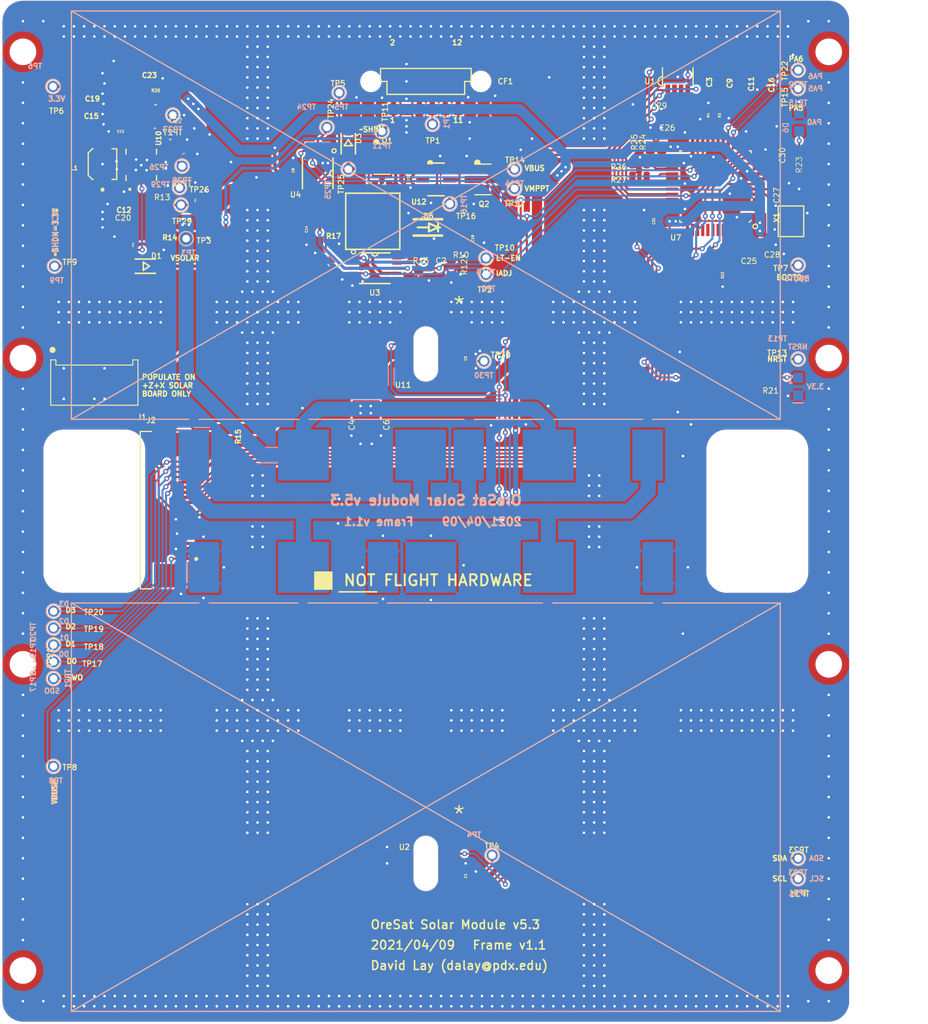
<source format=kicad_pcb>
(kicad_pcb (version 20221018) (generator pcbnew)
  (layers (0 "F.Cu" signal) (31 "B.Cu" signal) (34 "B.Paste" user) (35 "F.Paste" user) (36 "B.SilkS" user "B.Silkscreen") (37 "F.SilkS" user "F.Silkscreen") (38 "B.Mask" user) (39 "F.Mask" user) (44 "Edge.Cuts" user))
  (net 0 "")
  (net 1 "Net-(C2-Pad1)")
  (net 2 "VSOLAR")
  (net 3 "3.3V")
  (net 4 "Net-(U10-VAUX)")
  (net 5 "CANH")
  (net 6 "CANL")
  (net 7 "GND")
  (net 8 "Net-(U10-VIN)")
  (net 9 "/MPPT / PWR/TPS-VOUT-3.3V")
  (net 10 "LT1618-ENABLE")
  (net 11 "/MPPT / PWR/VMPPT")
  (net 12 "Net-(U10-FB)")
  (net 13 "Net-(U7-PF1-OSC_OUT)")
  (net 14 "VBUS")
  (net 15 "Net-(U7-PF0-OSC_IN)")
  (net 16 "Net-(CELL1-A1)")
  (net 17 "LT1618-IADJ")
  (net 18 "/MPPT / PWR/~{SHUTDOWN}")
  (net 19 "Net-(CF1-AUX-Pad7)")
  (net 20 "/MPPT / PWR/~{SHDN-3.3V}")
  (net 21 "/MPPT / PWR/~{SHDN-OUPUT}")
  (net 22 "Net-(D4-PadA)")
  (net 23 "Net-(D5-ANODE)")
  (net 24 "Net-(D6-PadA)")
  (net 25 "Net-(J2-VBUSP-Pad1)")
  (net 30 "/Microcontroller/NRESET")
  (net 31 "/Microcontroller/PA3{slash}USART2_RX")
  (net 32 "/Microcontroller/PA2{slash}USART2_TX")
  (net 33 "/Microcontroller/SWDIO")
  (net 34 "/Microcontroller/SWCLK")
  (net 35 "Net-(J2-SWO)")
  (net 36 "Net-(J2-DEBUG-0)")
  (net 37 "Net-(J2-DEBUG-1)")
  (net 38 "Net-(J2-DEBUG-2)")
  (net 39 "Net-(J2-DEBUG-3)")
  (net 40 "Net-(U10-L1)")
  (net 41 "Net-(U10-L2)")
  (net 42 "Net-(L2-1)")
  (net 43 "Net-(U12-CTL)")
  (net 44 "Net-(Q2A-G)")
  (net 45 "Net-(Q2A-S)")
  (net 46 "Net-(U10-PG)")
  (net 47 "Net-(U3-FB)")
  (net 48 "SCL")
  (net 49 "SDA")
  (net 50 "Net-(U10-PS{slash}SYNC)")
  (net 51 "Net-(U3-VC)")
  (net 52 "/Microcontroller/BOOT0")
  (net 53 "/Microcontroller/PA0")
  (net 54 "/Microcontroller/SMSN0")
  (net 55 "/Microcontroller/SMSN1")
  (net 56 "/Microcontroller/SMSN2")
  (net 57 "/Microcontroller/SMSN3")
  (net 58 "Net-(U2-ALERT)")
  (net 59 "Net-(U7-PA5)")
  (net 60 "Net-(U12-STAT)")
  (net 61 "Net-(U7-PA6)")
  (net 62 "Net-(U4-ALERT)")
  (net 63 "Net-(U11-ALERT)")
  (net 64 "/Microcontroller/CAN_TX")
  (net 65 "/Microcontroller/CAN_RX")
  (net 66 "/Microcontroller/CAN_SHDN")
  (net 67 "/Microcontroller/CAN_SILENT")
  (footprint "1u_panel:1X01" (layer "F.Cu") (at 185.0011 141.0036)
    (fp_text reference "TP31")
    (fp_text value "TEST-POINT-LARGE-SQUARE" hide)
  )
  (footprint "1u_panel:.0805-B-NOSILK" (layer "F.Cu") (at 182.1011 60.7536 90)
    (fp_text reference "C16")
    (fp_text value "22u")
  )
  (footprint "1u_panel:1X01" (layer "F.Cu") (at 154.4011 80.2036)
    (fp_text reference "TP10")
    (fp_text value "TEST-POINT-LARGE-SQUARE" hide)
  )
  (footprint "1u_panel:SOT23-6" (layer "F.Cu") (at 154.1011 72.5036 -90)
    (fp_text reference "Q2")
    (fp_text value "DMP2240UDM-7" hide)
  )
  (footprint "1u_panel:.0603-C-NOSILK" (layer "F.Cu") (at 171.6261 69.0036 90)
    (fp_text reference "R24")
    (fp_text value "1k/NP")
  )
  (footprint "1u_panel:CRYSTAL_2.5X2" (layer "F.Cu") (at 184.3011 76.6036 90)
    (fp_text reference "X1")
    (fp_text value "ECS-160-10-36Q-ES-TR")
  )
  (footprint "1u_panel:.0603-C-NOSILK" (layer "F.Cu") (at 147.4011 79.2036 180)
    (fp_text reference "R16")
    (fp_text value "2k")
  )
  (footprint "1u_panel:.0603-C-NOSILK" (layer "F.Cu") (at 153.1011 77.9036 -90)
    (fp_text reference "C18")
    (fp_text value "4.7u")
  )
  (footprint "1u_panel:.0805-C-NOSILK" (layer "F.Cu") (at 128.4261 97.7536 -90)
    (fp_text reference "R15")
    (fp_text value "0")
  )
  (footprint "1u_panel:.0603-C-NOSILK" (layer "F.Cu") (at 170.8511 76.2036 -90)
    (fp_text reference "C31")
    (fp_text value "100n")
  )
  (footprint "1u_panel:.0603-C-NOSILK" (layer "F.Cu") (at 144.2011 73.0036)
    (fp_text reference "R19")
    (fp_text value "100k")
  )
  (footprint "1u_panel:FIDUCIAL_1MM" (layer "F.Cu") (at 184.0011 150.0036)
    (fp_text reference "U$2" hide)
    (fp_text value "FIDUCIAL" hide)
  )
  (footprint "1u_panel:1X01" (layer "F.Cu") (at 124.3511 73.3036 180)
    (fp_text reference "TP26")
    (fp_text value "TEST-POINT-LARGE-SQUARE" hide)
  )
  (footprint "1u_panel:.0805-B-NOSILK" (layer "F.Cu") (at 118.8011 64.1036 180)
    (fp_text reference "C19")
    (fp_text value "22u")
  )
  (footprint "1u_panel:.0603-C-NOSILK" (layer "F.Cu") (at 173.1011 65.6036)
    (fp_text reference "C29")
    (fp_text value "100n")
  )
  (footprint "1u_panel:.0603-C-NOSILK" (layer "F.Cu") (at 118.9511 67.8036 180)
    (fp_text reference "C13")
    (fp_text value "10u")
  )
  (footprint "1u_panel:.0603-C-NOSILK" (layer "F.Cu") (at 151.0011 81.1036 90)
    (fp_text reference "R12")
    (fp_text value "14.2k")
  )
  (footprint "1u_panel:NONSTANDARD" (layer "F.Cu") (at 143.3011 76.6036)
    (fp_text reference "L2" hide)
    (fp_text value "10u" hide)
  )
  (footprint "1u_panel:1X01" (layer "F.Cu") (at 157.2011 73.4036)
    (fp_text reference "TP12")
    (fp_text value "TEST-POINT-LARGE-SQUARE" hide)
  )
  (footprint "1u_panel:.0805-B-NOSILK" (layer "F.Cu") (at 118.8011 66.1036 180)
    (fp_text reference "C15")
    (fp_text value "22u")
  )
  (footprint "1u_panel:1X01" (layer "F.Cu") (at 140.0011 64.0036)
    (fp_text reference "TP5")
    (fp_text value "TEST-POINT-LARGE-SQUARE" hide)
  )
  (footprint "1u_panel:DBV6-SLOT" (layer "F.Cu") (at 148.5011 139.5036 180)
    (fp_text reference "U2")
    (fp_text value "TMP101NA/3KSLOTTED" hide)
    (fp_line (start -1.2 -1.5) (end -1.2 1.5) (stroke (width 0.05)) (layer "Edge.Cuts"))
    (fp_line (start 1.2 1.5) (end 1.2 -1.5) (stroke (width 0.05)) (layer "Edge.Cuts"))
    (fp_arc (start -1.2 -1.5) (mid 0 -2.7) (end 1.2 -1.5) (stroke (width 0.05)) (layer "Edge.Cuts"))
    (fp_arc (start 1.2 1.5) (mid 0 2.7) (end -1.2 1.5) (stroke (width 0.05)) (layer "Edge.Cuts"))
  )
  (footprint "1u_panel:1X01" (layer "F.Cu") (at 185.0011 61.8036)
    (fp_text reference "TP22")
    (fp_text value "TEST-POINT-LARGE-SQUARE" hide)
  )
  (footprint "1u_panel:.0603-C-NOSILK" (layer "F.Cu") (at 124.6011 70.0036)
    (fp_text reference "C7")
    (fp_text value "100n")
  )
  (footprint "1u_panel:.0805-C-NOSILK" (layer "F.Cu") (at 122.4511 76.7036)
    (fp_text reference "R14")
    (fp_text value "0")
  )
  (footprint "1u_panel:ORESAT-SOLAR-BOARD-V4" (layer "F.Cu") (at 107.0011 155.0036)
    (fp_text reference "PCB1" hide)
    (fp_text value "ORESAT-SOLAR-BOARD-V4-SPECTROLABS" hide)
    (fp_line (start 0 -2) (end 0 -98) (stroke (width 0.001)) (layer "Edge.Cuts"))
    (fp_line (start 2 -100) (end 81 -100) (stroke (width 0.001)) (layer "Edge.Cuts"))
    (fp_line (start 4 -56) (end 4 -44) (stroke (width 0.001)) (layer "Edge.Cuts"))
    (fp_line (start 6 -42) (end 12 -42) (stroke (width 0.001)) (layer "Edge.Cuts"))
    (fp_line (start 6.5 0) (end 12.75 0) (stroke (width 0.001)) (layer "Edge.Cuts"))
    (fp_line (start 12 -58) (end 6 -58) (stroke (width 0.001)) (layer "Edge.Cuts"))
    (fp_line (start 14 -44) (end 14 -56) (stroke (width 0.001)) (layer "Edge.Cuts"))
    (fp_line (start 28.5 0) (end 36 0) (stroke (width 0.001)) (layer "Edge.Cuts"))
    (fp_line (start 47 0) (end 54.5 0) (stroke (width 0.001)) (layer "Edge.Cuts"))
    (fp_line (start 69 -44) (end 69 -56) (stroke (width 0.001)) (layer "Edge.Cuts"))
    (fp_line (start 70.25 0) (end 76.5 0) (stroke (width 0.001)) (layer "Edge.Cuts"))
    (fp_line (start 71 -58) (end 77 -58) (stroke (width 0.001)) (layer "Edge.Cuts"))
    (fp_line (start 77 -42) (end 71 -42) (stroke (width 0.001)) (layer "Edge.Cuts"))
    (fp_line (start 79 -56) (end 79 -44) (stroke (width 0.001)) (layer "Edge.Cuts"))
    (fp_line (start 81 0) (end 2 0) (stroke (width 0.001)) (layer "Edge.Cuts"))
    (fp_line (start 83 -98) (end 83 -2) (stroke (width 0.001)) (layer "Edge.Cuts"))
    (fp_arc (start 0 -98) (mid 0.585786 -99.414214) (end 2 -100) (stroke (width 0.001)) (layer "Edge.Cuts"))
    (fp_arc (start 2 0) (mid 0.585786 -0.585786) (end 0 -2) (stroke (width 0.001)) (layer "Edge.Cuts"))
    (fp_arc (start 4 -56) (mid 4.585786 -57.414214) (end 6 -58) (stroke (width 0.001)) (layer "Edge.Cuts"))
    (fp_arc (start 6 -42) (mid 4.585786 -42.585786) (end 4 -44) (stroke (width 0.001)) (layer "Edge.Cuts"))
    (fp_arc (start 12 -58) (mid 13.414214 -57.414214) (end 14 -56) (stroke (width 0.001)) (layer "Edge.Cuts"))
    (fp_arc (start 14 -44) (mid 13.414214 -42.585786) (end 12 -42) (stroke (width 0.001)) (layer "Edge.Cuts"))
    (fp_arc (start 69 -56) (mid 69.585786 -57.414214) (end 71 -58) (stroke (width 0.001)) (layer "Edge.Cuts"))
    (fp_arc (start 71 -42) (mid 69.585786 -42.585786) (end 69 -44) (stroke (width 0.001)) (layer "Edge.Cuts"))
    (fp_arc (start 77 -58) (mid 78.414214 -57.414214) (end 79 -56) (stroke (width 0.001)) (layer "Edge.Cuts"))
    (fp_arc (start 79 -44) (mid 78.414214 -42.585786) (end 77 -42) (stroke (width 0.001)) (layer "Edge.Cuts"))
    (fp_arc (start 81 -100) (mid 82.414214 -99.414214) (end 83 -98) (stroke (width 0.001)) (layer "Edge.Cuts"))
    (fp_arc (start 83 -2) (mid 82.414214 -0.585786) (end 81 0) (stroke (width 0.001)) (layer "Edge.Cuts"))
  )
  (footprint "1u_panel:1X01" (layer "F.Cu") (at 185.0011 90.1036 180)
    (fp_text reference "TP13")
    (fp_text value "TEST-POINT-LARGE-SQUARE" hide)
  )
  (footprint "1u_panel:.0603-C-NOSILK" (layer "F.Cu") (at 184.3011 74.3036)
    (fp_text reference "C27")
    (fp_text value "20p")
  )
  (footprint "1u_panel:DGS10" (layer "F.Cu") (at 137.9011 71.9036 -90)
    (fp_text reference "U4")
    (fp_text value "INA226AIDGSR" hide)
  )
  (footprint "1u_panel:.0603-C-NOSILK" (layer "F.Cu") (at 118.8011 74.9036 180)
    (fp_text reference "C20")
    (fp_text value "10u")
  )
  (footprint "1u_panel:.0603-C-NOSILK" (layer "F.Cu") (at 184.3011 78.9036 180)
    (fp_text reference "C28")
    (fp_text value "20p")
  )
  (footprint "1u_panel:CONV_TPS63060DSCT" (layer "F.Cu") (at 120.6011 71.0736 90)
    (fp_text reference "U10")
    (fp_text value "TPS63060DSCR" hide)
  )
  (footprint "1u_panel:.0603-C-NOSILK" (layer "F.Cu") (at 119.8011 78.7036 -90)
    (fp_text reference "R18")
    (fp_text value "100k")
  )
  (footprint "1u_panel:1X01" (layer "F.Cu") (at 138.8011 67.4036 180)
    (fp_text reference "TP24")
    (fp_text value "TEST-POINT-LARGE-SQUARE" hide)
  )
  (footprint "1u_panel:FLIGHTMARKER_NEW_BOARDS" (layer "F.Cu") (at 137.8011 112.4036)
    (fp_text reference "U$1" hide)
    (fp_text value "FLIGHMARKERNEW" hide)
  )
  (footprint "1u_panel:STM32F091C" (layer "F.Cu") (at 176.9011 73.2036 90)
    (fp_text reference "U7")
    (fp_text value "STM32F091CCT7" hide)
  )
  (footprint "1u_panel:.0603-C-NOSILK" (layer "F.Cu") (at 152.4011 141.0036 90)
    (fp_text reference "C1")
    (fp_text value "100n")
  )
  (footprint "1u_panel:HARWIN-M55-60X1242R" (layer "F.Cu") (at 148.5011 62.9036)
    (fp_text reference "CF1")
    (fp_text value "M55-6021242R" hide)
  )
  (footprint "1u_panel:1X01" (layer "F.Cu") (at 124.5011 75.0036 180)
    (fp_text reference "TP29")
    (fp_text value "TEST-POINT-LARGE-SQUARE" hide)
  )
  (footprint "1u_panel:.0603-C-NOSILK" (layer "F.Cu") (at 125.9011 74.3036 -90)
    (fp_text reference "R11")
    (fp_text value "10k")
  )
  (footprint "1u_panel:.0603-C-NOSILK" (layer "F.Cu") (at 185.1011 70.2036 -90)
    (fp_text reference "R23")
    (fp_text value "2.7k")
  )
  (footprint "1u_panel:.0603-C-NOSILK" (layer "F.Cu") (at 147.8011 82.1036 90)
    (fp_text reference "R7")
    (fp_text value "100k")
  )
  (footprint "1u_panel:.0603-C-NOSILK" (layer "F.Cu") (at 123.6011 68.6036 180)
    (fp_text reference "R2")
    (fp_text value "100k")
  )
  (footprint "1u_panel:.0603-C-NOSILK" (layer "F.Cu") (at 151.8011 77.9036 90)
    (fp_text reference "R10")
    (fp_text value "82.5k")
  )
  (footprint "1u_panel:.0603-C-NOSILK" (layer "F.Cu") (at 122.1011 67.5036 180)
    (fp_text reference "R1")
    (fp_text value "560k")
  )
  (footprint "1u_panel:.0603-C-NOSILK" (layer "F.Cu") (at 142.1011 96.9036 -90)
    (fp_text reference "C4")
    (fp_text value "10u")
  )
  (footprint "1u_panel:1X01" (layer "F.Cu") (at 125.0011 78.3036)
    (fp_text reference "TP3")
    (fp_text value "TEST-POINT-LARGE-SQUARE" hide)
  )
  (footprint "1u_panel:.0603-C-NOSILK" (layer "F.Cu") (at 169.4511 70.9786 180)
    (fp_text reference "R26")
    (fp_text value "1k/NP")
  )
  (footprint "1u_panel:1X01" (layer "F.Cu") (at 112.0011 130.0036)
    (fp_text reference "TP8")
    (fp_text value "TEST-POINT-LARGE-SQUARE" hide)
  )
  (footprint "1u_panel:SOT23-8_TI-DCN" (layer "F.Cu") (at 173.2011 62.4536)
    (fp_text reference "U1")
    (fp_text value "TCAN330GDCNT")
  )
  (footprint "1u_panel:.0603-C-NOSILK" (layer "F.Cu") (at 135.5011 71.9036 90)
    (fp_text reference "C8")
    (fp_text value "100n")
  )
  (footprint "1u_panel:.0402-B-NOSILK" (layer "F.Cu") (at 146.8011 72.0036 -90)
    (fp_text reference "C21")
    (fp_text value "100n")
  )
  (footprint "1u_panel:.0603-C-NOSILK" (layer "F.Cu") (at 122.5011 75.0036 180)
    (fp_text reference "R13")
    (fp_text value "NP")
  )
  (footprint "1u_panel:1X01" (layer "F.Cu") (at 155.0011 138.7036 180)
    (fp_text reference "TP4")
    (fp_text value "TEST-POINT-LARGE-SQUARE" hide)
  )
  (footprint "1u_panel:FIDUCIAL_1MM" (layer "F.Cu") (at 113.0011 61.0036)
    (fp_text reference "U$3" hide)
    (fp_text value "FIDUCIAL" hide)
  )
  (footprint "1u_panel:1X01" (layer "F.Cu") (at 157.2011 71.5036)
    (fp_text reference "TP14")
    (fp_text value "TEST-POINT-LARGE-SQUARE" hide)
  )
  (footprint "1u_panel:.0603-C-NOSILK" (layer "F.Cu") (at 169.4511 72.2036 180)
    (fp_text reference "R27")
    (fp_text value "1k/NP")
  )
  (footprint "1u_panel:.0805-B-NOSILK" (layer "F.Cu") (at 178.1011 60.7536 90)
    (fp_text reference "C9")
    (fp_text value "22u")
  )
  (footprint "1u_panel:1X01" (layer "F.Cu") (at 150.8511 74.9036 90)
    (fp_text reference "TP16")
    (fp_text value "TEST-POINT-LARGE-SQUARE" hide)
  )
  (footprint "1u_panel:1X01" (layer "F.Cu") (at 111.9511 63.4036 180)
    (fp_text reference "TP6")
    (fp_text value "TEST-POINT-LARGE-SQUARE" hide)
  )
  (footprint "1u_panel:1X01" (layer "F.Cu") (at 140.9011 71.5036 -90)
    (fp_text reference "TP25")
    (fp_text value "TEST-POINT-LARGE-SQUARE" hide)
  )
  (footprint "1u_panel:1X01" (layer "F.Cu") (at 144.2011 67.8036)
    (fp_text reference "TP11")
    (fp_text value "TEST-POINT-LARGE-SQUARE" hide)
  )
  (footprint "1u_panel:1X01" (layer "F.Cu") (at 112.1011 81.0036)
    (fp_text reference "TP9")
    (fp_text value "TEST-POINT-LARGE-SQUARE" hide)
  )
  (footprint "1u_panel:SOT23-6" (layer "F.Cu") (at 149.5011 72.5036 90)
    (fp_text reference "U12")
    (fp_text value "LTC4412" hide)
  )
  (footprint "1u_panel:DBV6-SLOT" (layer "F.Cu") (at 148.5011 89.6036 180)
    (fp_text reference "U11")
    (fp_text value "TMP101NA/3KSLOTTED" hide)
    (fp_line (start -1.2 -1.5) (end -1.2 1.5) (stroke (width 0.05)) (layer "Edge.Cuts"))
    (fp_line (start 1.2 1.5) (end 1.2 -1.5) (stroke (width 0.05)) (layer "Edge.Cuts"))
    (fp_arc (start -1.2 -1.5) (mid 0 -2.7) (end 1.2 -1.5) (stroke (width 0.05)) (layer "Edge.Cuts"))
    (fp_arc (start 1.2 1.5) (mid 0 2.7) (end -1.2 1.5) (stroke (width 0.05)) (layer "Edge.Cuts"))
  )
  (footprint "1u_panel:1X01" (layer "F.Cu") (at 154.4011 81.8036)
    (fp_text reference "TP2")
    (fp_text value "TEST-POINT-LARGE-SQUARE" hide)
  )
  (footprint "1u_panel:.0603-C-NOSILK" (layer "F.Cu") (at 143.2011 96.9036 -90)
    (fp_text reference "C6")
    (fp_text value "100n")
  )
  (footprint "1u_panel:1X01" (layer "F.Cu") (at 112.0011 114.8036 -90)
    (fp_text reference "TP20")
    (fp_text value "TEST-POINT-LARGE-SQUARE" hide)
  )
  (footprint "1u_panel:1X01" (layer "F.Cu") (at 185.0011 139.0036)
    (fp_text reference "TP23")
    (fp_text value "TEST-POINT-LARGE-SQUARE" hide)
  )
  (footprint "1u_panel:.0603-C-NOSILK" (layer "F.Cu") (at 176.2011 66.5036 90)
    (fp_text reference "R4")
    (fp_text value "4.7k")
  )
  (footprint "1u_panel:MSOP-10_MS" (layer "F.Cu") (at 143.5011 81.2036)
    (fp_text reference "U3")
    (fp_text value "LT1618EMSTRPBF" hide)
  )
  (footprint "1u_panel:.0603-C-NOSILK" (layer "F.Cu") (at 170.5011 69.0036 90)
    (fp_text reference "R25")
    (fp_text value "1k/NP")
  )
  (footprint "1u_panel:SOD123" (layer "F.Cu") (at 148.7011 77.2036 180)
    (fp_text reference "D5")
    (fp_text value "NRVB130TGSOD123")
  )
  (footprint "1u_panel:1X01" (layer "F.Cu") (at 124.6011 71.2036)
    (fp_text reference "TP28")
    (fp_text value "TEST-POINT-LARGE-SQUARE" hide)
  )
  (footprint "1u_panel:IND_1226AS-H-1R0N=P2" (layer "F.Cu") (at 116.8011 71.0036 90)
    (fp_text reference "L1")
    (fp_text value "1u")
  )
  (footprint "1u_panel:1X01" (layer "F.Cu") (at 112.0011 116.4536 -90)
    (fp_text reference "TP19")
    (fp_text value "TEST-POINT-LARGE-SQUARE" hide)
  )
  (footprint "1u_panel:.0603-C-NOSILK" (layer "F.Cu") (at 183.1011 72.2036 90)
    (fp_text reference "C30")
    (fp_text value "100n")
  )
  (footprint "1u_panel:.0603-C-NOSILK" (layer "F.Cu") (at 177.3011 66.5036 90)
    (fp_text reference "R3")
    (fp_text value "4.7k")
  )
  (footprint "1u_panel:1X01" (layer "F.Cu") (at 185.0011 80.9036)
    (fp_text reference "TP7")
    (fp_text value "TEST-POINT-LARGE-SQUARE" hide)
  )
  (footprint "1u_panel:.0603-C-NOSILK" (layer "F.Cu") (at 180.1461 79.2036)
    (fp_text reference "C25")
    (fp_text value "100n")
  )
  (footprint "1u_panel:TE_2-1734592-0" (layer "F.Cu") (at 123.4011 104.9036 90)
    (fp_text reference "J2")
    (fp_text value "2-1734592-0")
  )
  (footprint "1u_panel:.0603-C-NOSILK" (layer "F.Cu") (at 152.4011 90.3036 90)
    (fp_text reference "C5")
    (fp_text value "100n")
  )
  (footprint "1u_panel:.0805-C-NOSILK" (layer "F.Cu") (at 138.9011 76.4036)
    (fp_text reference "R17")
    (fp_text value "0.1 0805")
  )
  (footprint "1u_panel:1X01" (layer "F.Cu") (at 123.7011 66.2036)
    (fp_text reference "TP27")
    (fp_text value "TEST-POINT-LARGE-SQUARE" hide)
  )
  (footprint "1u_panel:.0805-B-NOSILK" (layer "F.Cu") (at 118.8011 76.5036 180)
    (fp_text reference "C12")
    (fp_text value "10u")
  )
  (footprint "1u_panel:.0603-C-NOSILK" (layer "F.Cu") (at 182.2011 91.9036)
    (fp_text reference "R21")
    (fp_text value "2.7k")
  )
  (footprint "1u_panel:1X01" (layer "F.Cu") (at 154.2011 90.3036)
    (fp_text reference "TP30")
    (fp_text value "TEST-POINT-LARGE-SQUARE" hide)
  )
  (footprint "1u_panel:.0603-C-NOSILK" (layer "F.Cu") (at 149.7011 79.2036)
    (fp_text reference "C2")
    (fp_text value "10n")
  )
  (footprint "1u_panel:.0603-C-NOSILK" (layer "F.Cu") (at 124.3011 67.5036)
    (fp_text reference "C22")
    (fp_text value "10p")
  )
  (footprint "1u_panel:.0603-C-NOSILK" (layer "F.Cu") (at 177.6011 81.5036 -90)
    (fp_text reference "R22")
    (fp_text value "10k")
  )
  (footprint "1u_panel:SOD323-R" (layer "F.Cu") (at 140.9011 69.0036 -90)
    (fp_text reference "D3")
    (fp_text value "1N4151WS" hide)
  )
  (footprint "1u_panel:1X01" (layer "F.Cu") (at 112.0011 121.4036 90)
    (fp_text reference "TP21")
    (fp_text value "TEST-POINT-LARGE-SQUARE" hide)
  )
  (footprint "1u_panel:1X01" (layer "F.Cu") (at 149.1511 67.1036 90)
    (fp_text reference "TP1")
    (fp_text value "TEST-POINT-LARGE-SQUARE" hide)
  )
  (footprint "1u_panel:1X01" (layer "F.Cu") (at 112.0011 118.1036 -90)
    (fp_text reference "TP18")
    (fp_text value "TEST-POINT-LARGE-SQUARE" hide)
  )
  (footprint "1u_panel:.0805-B-NOSILK" (layer "F.Cu") (at 180.1011 60.7536 90)
    (fp_text reference "C11")
    (fp_text value "22u")
  )
  (footprint "1u_panel:SOD323-R" (layer "F.Cu") (at 121.0011 81.0036 180)
    (fp_text reference "D1")
    (fp_text value "1N4151WS" hide)
  )
  (footprint "1u_panel:.0805-B-NOSILK" (layer "F.Cu") (at 176.1011 60.7536 90)
    (fp_text reference "C3")
    (fp_text value "22u")
  )
  (footprint "1u_panel:1X01" (layer "F.Cu") (at 185.0011 63.6036)
    (fp_text reference "TP15")
    (fp_text value "TEST-POINT-LARGE-SQUARE" hide)
  )
  (footprint "1u_panel:.0805-B-NOSILK" (layer "F.Cu") (at 118.8011 62.1036 180)
    (fp_text reference "C23")
    (fp_text value "22u")
  )
  (footprint "1u_panel:.0603-C-NOSILK" (layer "F.Cu") (at 138.8511 80.8036 135)
    (fp_text reference "R6")
    (fp_text value "100k")
  )
  (footprint "1u_panel:.0603-C-NOSILK" (layer "F.Cu") (at 136.8011 77.0036 -90)
    (fp_text reference "C14")
    (fp_text value "4.7u")
  )
  (footprint "1u_panel:.0805-C-NOSILK" (layer "F.Cu") (at 122.5011 63.8036 180)
    (fp_text reference "R20")
    (fp_text value "0")
  )
  (footprint "1u_panel:1X01" (layer "F.Cu") (at 112.0011 119.7536 -90)
    (fp_text reference "TP17")
    (fp_text value "TEST-POINT-LARGE-SQUARE" hide)
  )
  (footprint "1u_panel:.0603-C-NOSILK" (layer "F.Cu") (at 122.1511 65.2036 180)
    (fp_text reference "R9")
    (fp_text value "1M")
  )
  (footprint "1u_panel:.0603-C-NOSILK" (layer "F.Cu") (at 173.9011 67.2036 180)
    (fp_text reference "C26")
    (fp_text value "100n")
  )
  (footprint "1u_panel:SOT23-6" (layer "F.Cu") (at 144.2011 70.5036 -90)
    (fp_text reference "Q1")
    (fp_text value "DMP3050LVT-7" hide)
  )
  (footprint "1u_panel:SAMTEC-MMS-104-02-X-SH" (layer "F.Cu") (at 116.0011 92.4036)
    (fp_text reference "J1")
    (fp_text value "MMS-104-01-[F/L]-SH" hide)
  )
  (footprint "1u_panel:FIDUCIAL_1MM" (layer "F.Cu") (at 113.0011 150.0036)
    (fp_text reference "U$4" hide)
    (fp_text value "FIDUCIAL" hide)
  )
  (footprint "1u_panel:LED-0603" (layer "B.Cu") (at 185.0011 92.8036 -90)
    (fp_text reference "D4")
    (fp_text value "GREEN")
  )
  (footprint "1u_panel:LED-0603" (layer "B.Cu") (at 185.1011 66.9036 90)
    (fp_text reference "D6")
    (fp_text value "AMBER")
  )
  (footprint "1u_panel:SPECTROLAB-XTE-SF" (layer "B.Cu") (at 148.5011 134.0036 180)
    (fp_text reference "CELL1" hide)
    (fp_text value "SPECTROLAB-XTE-SF" hide)
  )
  (footprint "1u_panel:SPECTROLAB-XTE-SF" (layer "B.Cu") (at 148.5011 76.0036)
    (fp_text reference "CELL2" hide)
    (fp_text value "SPECTROLAB-XTE-SF" hide)
  )
  (gr_text "~SHDN-3.3V" (at 111.8011 80.1036 -90) (layer "B.SilkS") (effects (font (size 0.508 0.508) (thickness 0.127)) (justify left bottom mirror)))
  (gr_text "3.3V" (at 187.6011 93.1036) (layer "B.SilkS") (effects (font (size 0.508 0.508) (thickness 0.127)) (justify left bottom mirror)))
  (gr_text "PA0" (at 187.4011 67.2036) (layer "B.SilkS") (effects (font (size 0.508 0.508) (thickness 0.127)) (justify left bottom mirror)))
  (gr_text "VBUSP" (at 112.4011 131.1036 -270) (layer "B.SilkS") (effects (font (size 0.508 0.508) (thickness 0.127)) (justify left bottom mirror)))
  (gr_text "SDO" (at 112.7011 122.9036) (layer "B.SilkS") (effects (font (size 0.508 0.508) (thickness 0.127)) (justify left bottom mirror)))
  (gr_text "3.3V" (at 111.4011 64.9036) (layer "B.SilkS") (effects (font (size 0.508 0.508) (thickness 0.127)) (justify left bottom)))
  (gr_text "PA5" (at 187.5011 63.9036) (layer "B.SilkS") (effects (font (size 0.508 0.508) (thickness 0.127)) (justify left bottom mirror)))
  (gr_text "D1" (at 113.6011 117.7036) (layer "B.SilkS") (effects (font (size 0.508 0.508) (thickness 0.127)) (justify left bottom mirror)))
  (gr_text "2021/04/09" (at 158.0011 106.5036) (layer "B.SilkS") (effects (font (size 0.8 0.8) (thickness 0.2)) (justify left bottom mirror)))
  (gr_text "OreSat Solar Module v5.3" (at 148.5011 104.5036) (layer "B.SilkS") (effects (font (size 0.96 0.96) (thickness 0.24)) (justify bottom mirror)))
  (gr_text "D3" (at 113.6011 114.4036) (layer "B.SilkS") (effects (font (size 0.508 0.508) (thickness 0.127)) (justify left bottom mirror)))
  (gr_text "Frame v1.1" (at 147.4011 106.5036) (layer "B.SilkS") (effects (font (size 0.8 0.8) (thickness 0.2)) (justify left bottom mirror)))
  (gr_text "D0" (at 113.6011 119.3036) (layer "B.SilkS") (effects (font (size 0.508 0.508) (thickness 0.127)) (justify left bottom mirror)))
  (gr_text "BOOT0" (at 186.2011 82.5036) (layer "B.SilkS") (effects (font (size 0.508 0.508) (thickness 0.127)) (justify left bottom mirror)))
  (gr_text "SCL" (at 187.6011 141.3036) (layer "B.SilkS") (effects (font (size 0.508 0.508) (thickness 0.127)) (justify left bottom mirror)))
  (gr_text "D2" (at 113.6011 116.1036) (layer "B.SilkS") (effects (font (size 0.508 0.508) (thickness 0.127)) (justify left bottom mirror)))
  (gr_text "NRST" (at 186.0011 89.2036) (layer "B.SilkS") (effects (font (size 0.508 0.508) (thickness 0.127)) (justify left bottom mirror)))
  (gr_text "SDA" (at 187.6011 139.3036) (layer "B.SilkS") (effects (font (size 0.508 0.508) (thickness 0.127)) (justify left bottom mirror)))
  (gr_text "PA6" (at 187.5011 62.7036) (layer "B.SilkS") (effects (font (size 0.508 0.508) (thickness 0.127)) (justify left bottom mirror)))
  (gr_text "VBUSP" (at 112.4011 133.8036 90) (layer "F.SilkS") (effects (font (size 0.508 0.508) (thickness 0.127)) (justify left bottom)))
  (gr_text "2021/04/09" (at 143.0011 148.0036) (layer "F.SilkS") (effects (font (size 0.85 0.85)) (justify left bottom)))
  (gr_text "D1" (at 113.1011 118.3036) (layer "F.SilkS") (effects (font (size 0.508 0.508) (thickness 0.127)) (justify left bottom)))
  (gr_text "BOOT0" (at 182.8011 82.4036) (layer "F.SilkS") (effects (font (size 0.508 0.508) (thickness 0.127)) (justify left bottom)))
  (gr_text "D3" (at 113.1011 115.0036) (layer "F.SilkS") (effects (font (size 0.508 0.508) (thickness 0.127)) (justify left bottom)))
  (gr_text "PA6" (at 184.0011 61.0036) (layer "F.SilkS") (effects (font (size 0.508 0.508) (thickness 0.127)) (justify left bottom)))
  (gr_text "IADJ" (at 155.3011 82.0036) (layer "F.SilkS") (effects (font (size 0.508 0.508) (thickness 0.127)) (justify left bottom)))
  (gr_text "David Lay (dalay@pdx.edu)" (at 143.0011 150.0036) (layer "F.SilkS") (effects (font (size 0.85 0.85)) (justify left bottom)))
  (gr_text "NRST" (at 181.9011 90.4036) (layer "F.SilkS") (effects (font (size 0.508 0.508) (thickness 0.127)) (justify left bottom)))
  (gr_text "VSOLAR" (at 123.4011 80.5036) (layer "F.SilkS") (effects (font (size 0.508 0.508) (thickness 0.127)) (justify left bottom)))
  (gr_text "~SHDN-3.3V" (at 112.5011 80.1036 90) (layer "F.SilkS") (effects (font (size 0.508 0.508) (thickness 0.127)) (justify left bottom)))
  (gr_text "3.3V" (at 111.4011 64.9036) (layer "F.SilkS") (effects (font (size 0.508 0.508) (thickness 0.127)) (justify left bottom)))
  (gr_text "D0" (at 113.2011 120.0036) (layer "F.SilkS") (effects (font (size 0.508 0.508) (thickness 0.127)) (justify left bottom)))
  (gr_text "SCL" (at 182.4011 141.3036) (layer "F.SilkS") (effects (font (size 0.508 0.508) (thickness 0.127)) (justify left bottom)))
  (gr_text "VMPPT" (at 158.1011 73.7036) (layer "F.SilkS") (effects (font (size 0.508 0.508) (thickness 0.127)) (justify left bottom)))
  (gr_text "Frame v1.1" (at 153.0011 148.0036) (layer "F.SilkS") (effects (font (size 0.85 0.85)) (justify left bottom)))
  (gr_text "VBUS" (at 158.1011 71.7036) (layer "F.SilkS") (effects (font (size 0.508 0.508) (thickness 0.127)) (justify left bottom)))
  (gr_text "PA5" (at 184.0011 65.8036) (layer "F.SilkS") (effects (font (size 0.508 0.508) (thickness 0.127)) (justify left bottom)))
  (gr_text "LT-EN" (at 155.3011 80.5036) (layer "F.SilkS") (effects (font (size 0.508 0.508) (thickness 0.127)) (justify left bottom)))
  (gr_text "POPULATE ON\n+Z+X SOLAR\nBOARD ONLY" (at 120.6011 93.8036) (layer "F.SilkS") (effects (font (size 0.508 0.508) (thickness 0.127)) (justify left bottom)))
  (gr_text "~SHDN" (at 141.9011 67.9036) (layer "F.SilkS") (effects (font (size 0.508 0.508) (thickness 0.127)) (justify left bottom)))
  (gr_text "D2" (at 113.1011 116.6036) (layer "F.SilkS") (effects (font (size 0.508 0.508) (thickness 0.127)) (justify left bottom)))
  (gr_text "SDA" (at 182.4011 139.3036) (layer "F.SilkS") (effects (font (size 0.508 0.508) (thickness 0.127)) (justify left bottom)))
  (gr_text "OreSat Solar Module v5.3" (at 143.0011 146.0036) (layer "F.SilkS") (effects (font (size 0.85 0.85)) (justify left bottom)))
  (gr_text "SWO" (at 113.2011 121.6036) (layer "F.SilkS") (effects (font (size 0.508 0.508) (thickness 0.127)) (justify left bottom)))
  (segment (start 149.0011 79.2036) (end 148.1011 79.2036) (width 0.3) (layer "F.Cu") (net 1))
  (segment (start 123.2511 76.7036) (end 124.4511 76.7036) (width 0.75) (layer "F.Cu") (net 2))
  (segment (start 143.1011 96.2036) (end 143.1011 95.4036) (width 0.2) (layer "F.Cu") (net 2))
  (segment (start 124.4511 76.7036) (end 126.4511 76.7036) (width 1.5) (layer "F.Cu") (net 2))
  (segment (start 124.6511 76.9536) (end 125.1011 76.5036) (width 0.2) (layer "F.Cu") (net 2))
  (segment (start 145.6661 81.2036) (end 146.7011 81.2036) (width 0.3) (layer "F.Cu") (net 2))
  (segment (start 138.7011 79.292888) (end 138.7011 77.2036) (width 0.1524) (layer "F.Cu") (net 2))
  (segment (start 146.7011 81.2036) (end 146.7011 81.21) (width 0.2) (layer "F.Cu") (net 2))
  (segment (start 143.2011 96.2036) (end 143.1011 96.2036) (width 0.2) (layer "F.Cu") (net 2))
  (segment (start 124.6761 76.3786) (end 125.3011 76.3786) (width 0.2) (layer "F.Cu") (net 2))
  (segment (start 138.1011 76.6036) (end 138.1011 76.4036) (width 0.1524) (layer "F.Cu") (net 2))
  (segment (start 129.4511 73.7036) (end 133.9011 73.7036) (width 1.5) (layer "F.Cu") (net 2))
  (segment (start 142.1011 95.4036) (end 142.1011 94.7036) (width 0.2) (layer "F.Cu") (net 2))
  (segment (start 138.9011 75.401888) (end 138.9011 74.1036) (width 0.1524) (layer "F.Cu") (net 2))
  (segment (start 138.1011 76.201888) (end 138.1011 76.4036) (width 0.1524) (layer "F.Cu") (net 2))
  (segment (start 125.1011 76.5036) (end 125.3011 76.5036) (width 0.2) (layer "F.Cu") (net 2))
  (segment (start 143.1011 94.7036) (end 143.1011 95.4036) (width 0.2) (layer "F.Cu") (net 2))
  (segment (start 138.7011 77.2036) (end 138.1011 76.6036) (width 0.1524) (layer "F.Cu") (net 2))
  (segment (start 140.611812 81.2036) (end 141.3361 81.2036) (width 0.1524) (layer "F.Cu") (net 2))
  (segment (start 138.1011 77.7036) (end 138.1011 76.4036) (width 0.3) (layer "F.Cu") (net 2))
  (segment (start 142.1011 94.7036) (end 143.1011 94.7036) (width 0.2) (layer "F.Cu") (net 2))
  (segment (start 129.4511 73.7036) (end 126.4511 76.7036) (width 1.5) (layer "F.Cu") (net 2))
  (segment (start 138.9011 75.401888) (end 138.1011 76.201888) (width 0.1524) (layer "F.Cu") (net 2))
  (segment (start 125.2511 76.9536) (end 124.6761 76.3786) (width 0.2) (layer "F.Cu") (net 2))
  (segment (start 142.1011 96.2036) (end 142.1011 95.4036) (width 0.2) (layer "F.Cu") (net 2))
  (segment (start 125.3011 76.5036) (end 125.3011 76.3786) (width 0.2) (layer "F.Cu") (net 2))
  (segment (start 124.4011 76.7036) (end 124.6511 76.9536) (width 0.2) (layer "F.Cu") (net 2))
  (segment (start 123.2511 76.7036) (end 124.4011 76.7036) (width 0.2) (layer "F.Cu") (net 2))
  (segment (start 125.2761 76.9536) (end 125.2511 76.9536) (width 0.2) (layer "F.Cu") (net 2))
  (segment (start 133.9011 73.7036) (end 136.1011 75.9036) (width 1.5) (layer "F.Cu") (net 2))
  (segment (start 143.1011 95.4036) (end 142.1011 95.4036) (width 0.2) (layer "F.Cu") (net 2))
  (segment (start 140.611812 81.2036) (end 138.7011 79.292888) (width 0.1524) (layer "F.Cu") (net 2))
  (via (at 142.1011 95.4036) (size 0.508) (drill 0.254) (layers "F.Cu" "B.Cu") (net 2))
  (via (at 125.2761 76.9536) (size 0.508) (drill 0.254) (layers "F.Cu" "B.Cu") (net 2))
  (via (at 142.1011 94.7036) (size 0.508) (drill 0.254) (layers "F.Cu" "B.Cu") (net 2))
  (via (at 143.1011 95.4036) (size 0.508) (drill 0.254) (layers "F.Cu" "B.Cu") (net 2))
  (via (at 146.7011 81.21) (size 0.508) (drill 0.254) (layers "F.Cu" "B.Cu") (net 2))
  (via (at 124.6761 76.3786) (size 0.508) (drill 0.254) (layers "F.Cu" "B.Cu") (net 2))
  (via (at 124.6511 76.9536) (size 0.508) (drill 0.254) (layers "F.Cu" "B.Cu") (net 2))
  (via (at 143.1011 94.7036) (size 0.508) (drill 0.254) (layers "F.Cu" "B.Cu") (net 2))
  (via (at 125.3011 76.3786) (size 0.508) (drill 0.254) (layers "F.Cu" "B.Cu") (net 2))
  (via (at 138.1011 77.7036) (size 0.508) (drill 0.254) (layers "F.Cu" "B.Cu") (net 2))
  (segment (start 140.5075 81.21) (end 138.1011 78.8036) (width 0.3) (layer "B.Cu") (net 2))
  (segment (start 142.1011 95.4036) (end 140.0011 95.4036) (width 0.2) (layer "B.Cu") (net 2))
  (segment (start 136.5011 96.5036) (end 136.5011 99.5036) (width 1.5) (layer "B.Cu") (net 2))
  (segment (start 146.7011 81.21) (end 140.5075 81.21) (width 0.3) (layer "B.Cu") (net 2))
  (segment (start 125.0011 76.7036) (end 125.0011 78.3036) (width 1.5) (layer "B.Cu") (net 2))
  (segment (start 140.0011 95.0036) (end 138.0011 95.0036) (width 1.5) (layer "B.Cu") (net 2))
  (segment (start 160.5011 96.3536) (end 160.5011 99.5036) (width 1.5) (layer "B.Cu") (net 2))
  (segment (start 125.2761 76.9536) (end 125.2511 76.9536) (width 0.2) (layer "B.Cu") (net 2))
  (segment (start 138.0011 95.0036) (end 136.5011 96.5036) (width 1.5) (layer "B.Cu") (net 2))
  (segment (start 140.0011 95.4036) (end 140.0011 95.0036) (width 0.2) (layer "B.Cu") (net 2))
  (segment (start 155.6011 95.0036) (end 140.0011 95.0036) (width 1.5) (layer "B.Cu") (net 2))
  (segment (start 132.5011 99.5036) (end 136.5011 99.5036) (width 1.5) (layer "B.Cu") (net 2))
  (segment (start 125.0011 92.0036) (end 132.5011 99.5036) (width 1.5) (layer "B.Cu") (net 2))
  (segment (start 138.1011 78.8036) (end 138.1011 77.7036) (width 0.3) (layer "B.Cu") (net 2))
  (segment (start 125.2511 76.9536) (end 125.0011 76.7036) (width 0.2) (layer "B.Cu") (net 2))
  (segment (start 159.1511 95.0036) (end 155.6011 95.0036) (width 1.5) (layer "B.Cu") (net 2))
  (segment (start 125.0011 92.0036) (end 125.0011 78.3036) (width 1.5) (layer "B.Cu") (net 2))
  (segment (start 159.1511 95.0036) (end 160.5011 96.3536) (width 1.5) (layer "B.Cu") (net 2))
  (segment (start 173.8011 65.6036) (end 173.7987 65.606) (width 0.5) (layer "F.Cu") (net 3))
  (segment (start 162.2011 71.3036) (end 159.4011 74.1036) (width 1) (layer "F.Cu") (net 3))
  (segment (start 173.2011 67.2036) (end 173.2011 66.7012) (width 0.5) (layer "F.Cu") (net 3))
  (segment (start 126.2011 65.6036) (end 125.7011 65.1036) (width 1) (layer "F.Cu") (net 3))
  (segment (start 152.2511 93.2036) (end 154.037043 93.2036) (width 1) (layer "F.Cu") (net 3))
  (segment (start 174.1011 69.0036) (end 172.8011 69.0036) (width 0.3) (layer "F.Cu") (net 3))
  (segment (start 153.8011 141.7036) (end 152.4011 141.7036) (width 0.5) (layer "F.Cu") (net 3))
  (segment (start 145.3511 140.4536) (end 145.0011 140.8036) (width 0.5) (layer "F.Cu") (net 3))
  (segment (start 122.3011 103.5036) (end 122.3011 100.8036) (width 0.2) (layer "F.Cu") (net 3))
  (segment (start 170.2947 80.31) (end 172.4011 78.2036) (width 0.2) (layer "F.Cu") (net 3))
  (segment (start 125.7011 65.1036) (end 125.2011 64.6036) (width 1) (layer "F.Cu") (net 3))
  (segment (start 170.8511 76.9036) (end 172.1011 76.9036) (width 0.5) (layer "F.Cu") (net 3))
  (segment (start 173.2011 67.2036) (end 173.2011 69.3036) (width 0.5) (layer "F.Cu") (net 3))
  (segment (start 145.0011 140.8036) (end 145.0011 142.544719) (width 0.5) (layer "F.Cu") (net 3))
  (segment (start 121.92415 96.7036) (end 125.4511 96.7036) (width 0.2) (layer "F.Cu") (net 3))
  (segment (start 136.9011 72.9036) (end 136.6011 72.6036) (width 0.3) (layer "F.Cu") (net 3))
  (segment (start 159.4011 87.839544) (end 157.3011 89.939544) (width 1) (layer "F.Cu") (net 3))
  (segment (start 136.9011 74.1036) (end 136.9011 72.9036) (width 0.3) (layer "F.Cu") (net 3))
  (segment (start 170.2947 80.31) (end 170.2947 90.01) (width 0.2) (layer "F.Cu") (net 3))
  (segment (start 123.4511 104.6536) (end 122.3011 103.5036) (width 0.2) (layer "F.Cu") (net 3))
  (segment (start 125.1011 104.6536) (end 123.4511 104.6536) (width 0.2) (layer "F.Cu") (net 3))
  (segment (start 124.4011 63.8036) (end 125.2011 64.6036) (width 1) (layer "F.Cu") (net 3))
  (segment (start 128.4261 96.9536) (end 133.066884 96.937816) (width 1) (layer "F.Cu") (net 3))
  (segment (start 133.066884 96.937816) (end 136.8011 93.2036) (width 1) (layer "F.Cu") (net 3))
  (segment (start 154.037043 93.2036) (end 157.3011 89.939544) (width 1) (layer "F.Cu") (net 3))
  (segment (start 125.7011 96.9536) (end 128.4261 96.9536) (width 0.2) (layer "F.Cu") (net 3))
  (segment (start 122.3011 100.8036) (end 121.5011 100.0036) (width 0.2) (layer "F.Cu") (net 3))
  (segment (start 121.5011 100.0036) (end 121.5011 97.12665) (width 0.2) (layer "F.Cu") (net 3))
  (segment (start 145.1011 93.2036) (end 145.1011 90.8536) (width 0.5) (layer "F.Cu") (net 3))
  (segment (start 157.3011 103.1036) (end 157.3011 138.2036) (width 0.5) (layer "F.Cu") (net 3))
  (segment (start 172.4011 76.6036) (end 172.4011 78.2036) (width 0.2) (layer "F.Cu") (net 3))
  (segment (start 136.8011 93.2036) (end 143.5011 93.2036) (width 1) (layer "F.Cu") (net 3))
  (segment (start 157.3011 138.2036) (end 153.8011 141.7036) (width 0.5) (layer "F.Cu") (net 3))
  (segment (start 173.0011 91.9036) (end 181.5011 91.9036) (width 0.2) (layer "F.Cu") (net 3))
  (segment (start 145.4011 90.5536) (end 145.1011 90.8536) (width 0.5) (layer "F.Cu") (net 3))
  (segment (start 169.9011 90.4036) (end 170.2947 90.01) (width 0.2) (layer "F.Cu") (net 3))
  (segment (start 180.8461 79.2036) (end 180.8461 77.9586) (width 0.5) (layer "F.Cu") (net 3))
  (segment (start 173.8011 64.9036) (end 173.5261 64.6286) (width 0.4) (layer "F.Cu") (net 3))
  (segment (start 152.4011 93.0536) (end 152.2511 93.2036) (width 0.5) (layer "F.Cu") (net 3))
  (segment (start 172.8011 69.0036) (end 172.5011 69.3036) (width 0.3) (layer "F.Cu") (net 3))
  (segment (start 176.2011 65.8036) (end 175.0011 65.8036) (width 0.2) (layer "F.Cu") (net 3))
  (segment (start 135.5011 72.6036) (end 134.8011 72.6036) (width 0.3) (layer "F.Cu") (net 3))
  (segment (start 151.9011 142.9036) (end 152.4011 142.4036) (width 0.5) (layer "F.Cu") (net 3))
  (segment (start 176.1011 64.01) (end 174.5075 65.6036) (width 0.5) (layer "F.Cu") (net 3))
  (segment (start 181.1511 71.9536) (end 182.0511 71.9536) (width 0.3) (layer "F.Cu") (net 3))
  (segment (start 181.1511 71.9536) (end 180.2511 71.9536) (width 0.3) (layer "F.Cu") (net 3))
  (segment (start 146.7511 140.4536) (end 145.3511 140.4536) (width 0.5) (layer "F.Cu") (net 3))
  (segment (start 173.8011 64.9036) (end 173.8011 65.6036) (width 0.4) (layer "F.Cu") (net 3))
  (segment (start 146.7511 90.5536) (end 145.4011 90.5536) (width 0.5) (layer "F.Cu") (net 3))
  (segment (start 173.5261 63.7536) (end 173.5261 64.6286) (width 0.4) (layer "F.Cu") (net 3))
  (segment (start 182.5011 71.5036) (end 183.1011 71.5036) (width 0.3) (layer "F.Cu") (net 3))
  (segment (start 157.3011 89.939544) (end 157.3011 97.1036) (width 0.5) (layer "F.Cu") (net 3))
  (segment (start 123.3011 63.8036) (end 124.4011 63.8036) (width 1) (layer "F.Cu") (net 3))
  (segment (start 145.359981 142.9036) (end 151.9011 142.9036) (width 0.5) (layer "F.Cu") (net 3))
  (segment (start 125.4511 96.7036) (end 125.7011 96.9536) (width 0.2) (layer "F.Cu") (net 3))
  (segment (start 174.8011 65.6036) (end 173.8011 65.6036) (width 0.2) (layer "F.Cu") (net 3))
  (segment (start 172.1011 76.9036) (end 172.4011 76.6036) (width 0.5) (layer "F.Cu") (net 3))
  (segment (start 152.4011 91.0036) (end 152.4011 93.0536) (width 0.5) (layer "F.Cu") (net 3))
  (segment (start 134.8011 72.6036) (end 133.7011 71.5036) (width 0.3) (layer "F.Cu") (net 3))
  (segment (start 146.7511 89.6036) (end 146.7511 90.5536) (width 0.2) (layer "F.Cu") (net 3))
  (segment (start 176.1011 61.6536) (end 176.1011 64.01) (width 0.5) (layer "F.Cu") (net 3))
  (segment (start 145.1011 93.2036) (end 152.2511 93.2036) (width 1) (layer "F.Cu") (net 3))
  (segment (start 180.2511 71.9536) (end 180.0011 71.7036) (width 0.3) (layer "F.Cu") (net 3))
  (segment (start 173.7987 66.1036) (end 173.2011 66.7012) (width 0.5) (layer "F.Cu") (net 3))
  (segment (start 180.8461 77.9586) (end 181.2511 77.5536) (width 0.5) (layer "F.Cu") (net 3))
  (segment (start 175.0011 65.8036) (end 174.8011 65.6036) (width 0.2) (layer "F.Cu") (net 3))
  (segment (start 136.6011 72.6036) (end 135.5011 72.6036) (width 0.3) (layer "F.Cu") (net 3))
  (segment (start 159.4011 74.1036) (end 159.4011 87.839544) (width 1) (layer "F.Cu") (net 3))
  (segment (start 173.7987 65.606) (end 173.7987 66.1036) (width 0.5) (layer "F.Cu") (net 3))
  (segment (start 174.1511 68.9536) (end 174.1011 69.0036) (width 0.3) (layer "F.Cu") (net 3))
  (segment (start 145.0011 142.544719) (end 145.359981 142.9036) (width 0.5) (layer "F.Cu") (net 3))
  (segment (start 121.5011 97.12665) (end 121.92415 96.7036) (width 0.2) (layer "F.Cu") (net 3))
  (segment (start 152.4011 142.4036) (end 152.4011 141.7036) (width 0.5) (layer "F.Cu") (net 3))
  (segment (start 177.3011 65.8036) (end 176.2011 65.8036) (width 0.2) (layer "F.Cu") (net 3))
  (segment (start 174.5075 65.6036) (end 173.8011 65.6036) (width 0.5) (layer "F.Cu") (net 3))
  (segment (start 133.7011 69.4036) (end 133.7011 71.5036) (width 0.3) (layer "F.Cu") (net 3))
  (segment (start 182.0511 71.9536) (end 182.5011 71.5036) (width 0.3) (layer "F.Cu") (net 3))
  (segment (start 143.5011 93.2036) (end 145.1011 93.2036) (width 1) (layer "F.Cu") (net 3))
  (via (at 125.2011 64.6036) (size 0.508) (drill 0.254) (layers "F.Cu" "B.Cu") (net 3))
  (via (at 173.0011 76.6036) (size 0.508) (drill 0.254) (layers "F.Cu" "B.Cu") (net 3))
  (via (at 161.8011 71.7036) (size 0.508) (drill 0.254) (layers "F.Cu" "B.Cu") (net 3))
  (via (at 125.7011 65.1036) (size 0.508) (drill 0.254) (layers "F.Cu" "B.Cu") (net 3))
  (via (at 161.4011 72.1036) (size 0.508) (drill 0.254) (layers "F.Cu" "B.Cu") (net 3))
  (via (at 126.2011 65.6036) (size 0.508) (drill 0.254) (layers "F.Cu" "B.Cu") (net 3))
  (via (at 181.2511 77.5536) (size 0.508) (drill 0.254) (layers "F.Cu" "B.Cu") (net 3))
  (via (at 173.0011 91.9036) (size 0.508) (drill 0.254) (layers "F.Cu" "B.Cu") (net 3))
  (via (at 133.7011 69.4036) (size 0.508) (drill 0.254) (layers "F.Cu" "B.Cu") (net 3))
  (via (at 169.9011 90.4036) (size 0.508) (drill 0.254) (layers "F.Cu" "B.Cu") (net 3))
  (via (at 173.2011 69.3036) (size 0.508) (drill 0.254) (layers "F.Cu" "B.Cu") (net 3))
  (via (at 172.5011 69.3036) (size 0.508) (drill 0.254) (layers "F.Cu" "B.Cu") (net 3))
  (via (at 180.0011 71.7036) (size 0.508) (drill 0.254) (layers "F.Cu" "B.Cu") (net 3))
  (via (at 157.3011 103.1036) (size 0.508) (drill 0.254) (layers "F.Cu" "B.Cu") (net 3))
  (via (at 172.4011 76.6036) (size 0.508) (drill 0.254) (layers "F.Cu" "B.Cu") (net 3))
  (via (at 162.2011 71.3036) (size 0.508) (drill 0.254) (layers "F.Cu" "B.Cu") (net 3))
  (via (at 181.2511 76.7536) (size 0.508) (drill 0.254) (layers "F.Cu" "B.Cu") (net 3))
  (via (at 157.3011 97.1036) (size 0.508) (drill 0.254) (layers "F.Cu" "B.Cu") (net 3))
  (segment (start 181.2511 75.1036) (end 181.2511 77.5536) (width 1) (layer "B.Cu") (net 3))
  (segment (start 175.6011 75.1036) (end 174.1011 76.6036) (width 1) (layer "B.Cu") (net 3))
  (segment (start 168.6011 69.3036) (end 172.5011 69.3036) (width 1) (layer "B.Cu") (net 3))
  (segment (start 171.4011 91.9036) (end 169.9011 90.4036) (width 0.2) (layer "B.Cu") (net 3))
  (segment (start 157.7201 65.6226) (end 162.1011 70.0036) (width 1) (layer "B.Cu") (net 3))
  (segment (start 133.5011 69.6036) (end 133.7011 69.4036) (width 1) (layer "B.Cu") (net 3))
  (segment (start 180.0011 71.7036) (end 181.2511 72.9536) (width 1) (layer "B.Cu") (net 3))
  (segment (start 177.6011 69.3036) (end 173.2011 69.3036) (width 1) (layer "B.Cu") (net 3))
  (segment (start 125.2011 64.6036) (end 125.7011 65.1036) (width 1) (layer "B.Cu") (net 3))
  (segment (start 173.0011 91.9036) (end 171.4011 91.9036) (width 0.2) (layer "B.Cu") (net 3))
  (segment (start 167.9011 70.0036) (end 168.6011 69.3036) (width 1) (layer "B.Cu") (net 3))
  (segment (start 137.4821 65.6226) (end 157.7201 65.6226) (width 1) (layer "B.Cu") (net 3))
  (segment (start 181.2511 76.375307) (end 181.2447 76.381707) (width 0.5) (layer "B.Cu") (net 3))
  (segment (start 161.8011 71.7036) (end 161.4011 72.1036) (width 1) (layer "B.Cu") (net 3))
  (segment (start 162.1011 70.0036) (end 167.9011 70.0036) (width 1) (layer "B.Cu") (net 3))
  (segment (start 180.0011 71.7036) (end 177.6011 69.3036) (width 1) (layer "B.Cu") (net 3))
  (segment (start 181.2511 75.1036) (end 175.6011 75.1036) (width 1) (layer "B.Cu") (net 3))
  (segment (start 162.2011 71.3036) (end 162.2011 70.1036) (width 1) (layer "B.Cu") (net 3))
  (segment (start 173.2011 69.3036) (end 172.5011 69.3036) (width 1) (layer "B.Cu") (net 3))
  (segment (start 137.4821 65.6226) (end 133.7011 69.4036) (width 1) (layer "B.Cu") (net 3))
  (segment (start 133.5011 69.6036) (end 130.2011 69.6036) (width 1) (layer "B.Cu") (net 3))
  (segment (start 181.2511 76.7536) (end 181.2447 76.7472) (width 0.6) (layer "B.Cu") (net 3))
  (segment (start 174.1011 76.6036) (end 172.4011 76.6036) (width 1) (layer "B.Cu") (net 3))
  (segment (start 181.2511 72.9536) (end 181.2511 76.375307) (width 1) (layer "B.Cu") (net 3))
  (segment (start 162.2011 70.1036) (end 162.1011 70.0036) (width 0.5) (layer "B.Cu") (net 3))
  (segment (start 181.2511 77.5536) (end 181.2511 76.7536) (width 1) (layer "B.Cu") (net 3))
  (segment (start 181.2447 76.7472) (end 181.2447 76.381707) (width 0.6) (layer "B.Cu") (net 3))
  (segment (start 125.7011 65.1036) (end 130.2011 69.6036) (width 1) (layer "B.Cu") (net 3))
  (segment (start 162.2011 71.3036) (end 161.8011 71.7036) (width 1) (layer "B.Cu") (net 3))
  (segment (start 157.3011 97.1036) (end 157.3011 103.1036) (width 0.5) (layer "B.Cu") (net 3))
  (segment (start 122.6961 69.5986) (end 123.1011 70.0036) (width 0.2) (layer "F.Cu") (net 4))
  (segment (start 123.9011 70.2036) (end 123.9011 70.0036) (width 0.2) (layer "F.Cu") (net 4))
  (segment (start 121.6011 69.5986) (end 122.6961 69.5986) (width 0.2) (layer "F.Cu") (net 4))
  (segment (start 124.6011 71.2036) (end 123.9011 70.5036) (width 0.2) (layer "F.Cu") (net 4))
  (segment (start 123.1011 70.0036) (end 123.9011 70.0036) (width 0.2) (layer "F.Cu") (net 4))
  (segment (start 123.9011 70.2036) (end 123.9011 70.5036) (width 0.2) (layer "F.Cu") (net 4))
  (segment (start 172.8761 61.1536) (end 172.8761 60.3786) (width 0.2) (layer "F.Cu") (net 5))
  (segment (start 150.4061 66.9086) (end 150.4061 65.6536) (width 0.2) (layer "F.Cu") (net 5))
  (segment (start 172.8761 60.3786) (end 172.7011 60.2036) (width 0.2) (layer "F.Cu") (net 5))
  (segment (start 156.9511 67.9536) (end 151.4511 67.9536) (width 0.2) (layer "F.Cu") (net 5))
  (segment (start 172.7011 60.2036) (end 171.1011 60.2036) (width 0.2) (layer "F.Cu") (net 5))
  (segment (start 150.4061 60.1536) (end 150.4061 65.6536) (width 0.5) (layer "F.Cu") (net 5))
  (segment (start 159.1035 70.106) (end 156.9511 67.9536) (width 0.2) (layer "F.Cu") (net 5))
  (segment (start 168.2011 68.2036) (end 166.2987 70.106) (width 0.2) (layer "F.Cu") (net 5))
  (segment (start 151.4511 67.9536) (end 150.4061 66.9086) (width 0.2) (layer "F.Cu") (net 5))
  (segment (start 171.1011 60.2036) (end 168.2011 63.1036) (width 0.2) (layer "F.Cu") (net 5))
  (segment (start 168.2011 63.1036) (end 168.2011 68.2036) (width 0.2) (layer "F.Cu") (net 5))
  (segment (start 166.2987 70.106) (end 159.1035 70.106) (width 0.2) (layer "F.Cu") (net 5))
  (segment (start 152.1511 67.4536) (end 151.6761 66.9786) (width 0.2) (layer "F.Cu") (net 6))
  (segment (start 159.3011 69.6536) (end 166.2511 69.6536) (width 0.2) (layer "F.Cu") (net 6))
  (segment (start 152.1511 67.4536) (end 157.1011 67.4536) (width 0.2) (layer "F.Cu") (net 6))
  (segment (start 167.8011 62.9036) (end 170.9011 59.8036) (width 0.2) (layer "F.Cu") (net 6))
  (segment (start 151.6761 66.9786) (end 151.6761 65.6536) (width 0.2) (layer "F.Cu") (net 6))
  (segment (start 173.5261 60.3286) (end 173.5261 61.1536) (width 0.2) (layer "F.Cu") (net 6))
  (segment (start 151.6761 60.1536) (end 151.6761 65.6536) (width 0.5) (layer "F.Cu") (net 6))
  (segment (start 167.8011 68.1036) (end 167.8011 62.9036) (width 0.2) (layer "F.Cu") (net 6))
  (segment (start 170.9011 59.8036) (end 173.0011 59.8036) (width 0.2) (layer "F.Cu") (net 6))
  (segment (start 166.2511 69.6536) (end 167.8011 68.1036) (width 0.2) (layer "F.Cu") (net 6))
  (segment (start 173.0011 59.8036) (end 173.5261 60.3286) (width 0.2) (layer "F.Cu") (net 6))
  (segment (start 157.1011 67.4536) (end 159.3011 69.6536) (width 0.2) (layer "F.Cu") (net 6))
  (segment (start 179.1511 76.3536) (end 179.0011 76.2036) (width 0.3) (layer "F.Cu") (net 7))
  (segment (start 179.1511 77.4536) (end 179.1511 78.3536) (width 0.3) (layer "F.Cu") (net 7))
  (segment (start 122.0011 71.2736) (end 122.7011 71.2736) (width 0.2) (layer "F.Cu") (net 7))
  (segment (start 119.2011 70.4736) (end 118.1711 70.4736) (width 0.2) (layer "F.Cu") (net 7))
  (segment (start 118.221981 70.8736) (end 119.2011 70.8736) (width 0.2) (layer "F.Cu") (net 7))
  (segment (start 179.1511 77.4536) (end 179.1511 76.3536) (width 0.3) (layer "F.Cu") (net 7))
  (segment (start 172.6511 75.4536) (end 173.8511 75.4536) (width 0.3) (layer "F.Cu") (net 7))
  (segment (start 119.2011 71.6736) (end 118.2311 71.6736) (width 0.2) (layer "F.Cu") (net 7))
  (segment (start 183.6011 77.5036) (end 183.6761 77.4286) (width 0.2) (layer "F.Cu") (net 7))
  (segment (start 122.0011 70.8736) (end 122.7711 70.8736) (width 0.2) (layer "F.Cu") (net 7))
  (segment (start 121.1011 69.5986) (end 121.1011 71.1036) (width 0.28) (layer "F.Cu") (net 7))
  (segment (start 122.0011 71.6736) (end 122.7711 71.6736) (width 0.2) (layer "F.Cu") (net 7))
  (segment (start 181.1511 72.4536) (end 180.0511 72.4536) (width 0.3) (layer "F.Cu") (net 7))
  (segment (start 146.7511 139.5036) (end 144.7511 139.5036) (width 0.2) (layer "F.Cu") (net 7))
  (segment (start 183.6011 78.9036) (end 183.6011 77.5036) (width 0.2) (layer "F.Cu") (net 7))
  (segment (start 150.2511 89.6036) (end 152.4011 89.6036) (width 0.5) (layer "F.Cu") (net 7))
  (segment (start 172.6511 75.4536) (end 170.9011 75.4536) (width 0.3) (layer "F.Cu") (net 7))
  (segment (start 174.6511 68.9536) (end 174.6511 67.2536) (width 0.3) (layer "F.Cu") (net 7))
  (segment (start 174.6511 68.9536) (end 174.6511 70.1536) (width 0.3) (layer "F.Cu") (net 7))
  (segment (start 122.0011 70.4736) (end 122.7711 70.4736) (width 0.2) (layer "F.Cu") (net 7))
  (segment (start 173.8511 75.4536) (end 173.9011 75.4036) (width 0.3) (layer "F.Cu") (net 7))
  (segment (start 174.6511 67.2536) (end 174.6011 67.2036) (width 0.3) (layer "F.Cu") (net 7))
  (segment (start 150.2511 139.5036) (end 152.4011 139.5036) (width 0.5) (layer "F.Cu") (net 7))
  (segment (start 179.1511 76.3536) (end 179.1511 75.5536) (width 0.3) (layer "F.Cu") (net 7))
  (segment (start 119.2011 71.2736) (end 118.2011 71.2736) (width 0.2) (layer "F.Cu") (net 7))
  (segment (start 181.1511 72.4536) (end 182.1511 72.4536) (width 0.3) (layer "F.Cu") (net 7))
  (segment (start 170.9011 75.4536) (end 170.8511 75.5036) (width 0.3) (layer "F.Cu") (net 7))
  (via (at 123.0011 58.5036) (size 0.508) (drill 0.254) (layers "F.Cu" "B.Cu") (net 7))
  (via (at 131.0011 150.5036) (size 0.508) (drill 0.254) (layers "F.Cu" "B.Cu") (net 7))
  (via (at 149.0011 113.7036) (size 0.508) (drill 0.254) (layers "F.Cu" "B.Cu") (net 7))
  (via (at 170.5261 67.4286) (size 0.508) (drill 0.254) (layers "F.Cu" "B.Cu") (net 7))
  (via (at 132.5011 107.5036) (size 0.508) (drill 0.254) (layers "F.Cu" "B.Cu") (net 7))
  (via (at 141.0011 57.5036) (size 0.508) (drill 0.254) (layers "F.Cu" "B.Cu") (net 7))
  (via (at 173.8011 70.9036) (size 0.508) (drill 0.254) (layers "F.Cu" "B.Cu") (net 7))
  (via (at 164.0011 128.5036) (size 0.508) (drill 0.254) (layers "F.Cu" "B.Cu") (net 7))
  (via (at 173.2011 62.4536) (size 0.508) (drill 0.254) (layers "F.Cu" "B.Cu") (net 7))
  (via (at 173.5011 125.5036) (size 0.508) (drill 0.254) (layers "F.Cu" "B.Cu") (net 7))
  (via (at 115.5011 126.5036) (size 0.508) (drill 0.254) (layers "F.Cu" "B.Cu") (net 7))
  (via (at 132.0011 66.5036) (size 0.508) (drill 0.254) (layers "F.Cu" "B.Cu") (net 7))
  (via (at 132.0011 143.5036) (size 0.508) (drill 0.254) (layers "F.Cu" "B.Cu") (net 7))
  (via (at 147.0011 58.5036) (size 0.508) (drill 0.254) (layers "F.Cu" "B.Cu") (net 7))
  (via (at 177.0011 58.5036) (size 0.508) (drill 0.254) (layers "F.Cu" "B.Cu") (net 7))
  (via (at 165.0011 91.5036) (size 0.508) (drill 0.254) (layers "F.Cu" "B.Cu") (net 7))
  (via (at 109.0011 81.0036) (size 0.508) (drill 0.254) (layers "F.Cu" "B.Cu") (net 7))
  (via (at 113.5011 125.5036) (size 0.508) (drill 0.254) (layers "F.Cu" "B.Cu") (net 7))
  (via (at 166.0011 81.5036) (size 0.508) (drill 0.254) (layers "F.Cu" "B.Cu") (net 7))
  (via (at 160.6011 62.5036) (size 0.508) (drill 0.254) (layers "F.Cu" "B.Cu") (net 7))
  (via (at 150.0011 57.5036) (size 0.508) (drill 0.254) (layers "F.Cu" "B.Cu") (net 7))
  (via (at 126.0011 58.5036) (size 0.508) (drill 0.254) (layers "F.Cu" "B.Cu") (net 7))
  (via (at 164.0011 121.5036) (size 0.508) (drill 0.254) (layers "F.Cu" "B.Cu") (net 7))
  (via (at 123.0011 57.5036) (size 0.508) (drill 0.254) (layers "F.Cu" "B.Cu") (net 7))
  (via (at 180.0011 153.5036) (size 0.508) (drill 0.254) (layers "F.Cu" "B.Cu") (net 7))
  (via (at 146.0011 58.5036) (size 0.508) (drill 0.254) (layers "F.Cu" "B.Cu") (net 7))
  (via (at 150.0011 152.5036) (size 0.508) (drill 0.254) (layers "F.Cu" "B.Cu") (net 7))
  (via (at 121.5011 125.5036) (size 0.508) (drill 0.254) (layers "F.Cu" "B.Cu") (net 7))
  (via (at 179.5011 85.5036) (size 0.508) (drill 0.254) (layers "F.Cu" "B.Cu") (net 7))
  (via (at 161.0011 125.5036) (size 0.508) (drill 0.254) (layers "F.Cu" "B.Cu") (net 7))
  (via (at 141.3011 82.9036) (size 0.508) (drill 0.254) (layers "F.Cu" "B.Cu") (net 7))
  (via (at 170.0011 153.5036) (size 0.508) (drill 0.254) (layers "F.Cu" "B.Cu") (net 7))
  (via (at 188.0011 145.0036) (size 0.508) (drill 0.254) (layers "F.Cu" "B.Cu") (net 7))
  (via (at 131.0011 116.5036) (size 0.508) (drill 0.254) (layers "F.Cu" "B.Cu") (net 7))
  (via (at 154.0011 85.5036) (size 0.508) (drill 0.254) (layers "F.Cu" "B.Cu") (net 7))
  (via (at 132.0011 94.5036) (size 0.508) (drill 0.254) (layers "F.Cu" "B.Cu") (net 7))
  (via (at 165.0011 75.5036) (size 0.508) (drill 0.254) (layers "F.Cu" "B.Cu") (net 7))
  (via (at 188.0011 77.0036) (size 0.508) (drill 0.254) (layers "F.Cu" "B.Cu") (net 7))
  (via (at 150.0011 58.5036) (size 0.508) (drill 0.254) (layers "F.Cu" "B.Cu") (net 7))
  (via (at 165.0011 61.5036) (size 0.508) (drill 0.254) (layers "F.Cu" "B.Cu") (net 7))
  (via (at 182.0011 153.5036) (size 0.508) (drill 0.254) (layers "F.Cu" "B.Cu") (net 7))
  (via (at 132.0011 88.5036) (size 0.508) (drill 0.254) (layers "F.Cu" "B.Cu") (net 7))
  (via (at 180.0011 152.5036) (size 0.508) (drill 0.254) (layers "F.Cu" "B.Cu") (net 7))
  (via (at 165.0011 57.5036) (size 0.508) (drill 0.254) (layers "F.Cu" "B.Cu") (net 7))
  (via (at 184.5011 84.5036) (size 0.508) (drill 0.254) (layers "F.Cu" "B.Cu") (net 7))
  (via (at 116.8011 77.2036) (size 0.508) (drill 0.254) (layers "F.Cu" "B.Cu") (net 7))
  (via (at 181.0011 57.5036) (size 0.508) (drill 0.254) (layers "F.Cu" "B.Cu") (net 7))
  (via (at 133.5011 87.5036) (size 0.508) (drill 0.254) (layers "F.Cu" "B.Cu") (net 7))
  (via (at 164.5011 106.5036) (size 0.508) (drill 0.254) (layers "F.Cu" "B.Cu") (net 7))
  (via (at 132.0011 65.5036) (size 0.508) (drill 0.254) (layers "F.Cu" "B.Cu") (net 7))
  (via (at 131.0011 133.5036) (size 0.508) (drill 0.254) (layers "F.Cu" "B.Cu") (net 7))
  (via (at 173.7011 117.0036) (size 0.508) (drill 0.254) (layers "F.Cu" "B.Cu") (net 7))
  (via (at 114.0011 57.5036) (size 0.508) (drill 0.254) (layers "F.Cu" "B.Cu") (net 7))
  (via (at 156.0011 85.5036) (size 0.508) (drill 0.254) (layers "F.Cu" "B.Cu") (net 7))
  (via (at 152.0011 153.5036) (size 0.508) (drill 0.254) (layers "F.Cu" "B.Cu") (net 7))
  (via (at 145.0011 124.5036) (size 0.508) (drill 0.254) (layers "F.Cu" "B.Cu") (net 7))
  (via (at 153.0011 57.5036) (size 0.508) (drill 0.254) (layers "F.Cu" "B.Cu") (net 7))
  (via (at 166.0011 121.5036) (size 0.508) (drill 0.254) (layers "F.Cu" "B.Cu") (net 7))
  (via (at 138.4011 70.9036) (size 0.508) (drill 0.254) (layers "F.Cu" "B.Cu") (net 7))
  (via (at 114.5011 85.5036) (size 0.508) (drill 0.254) (layers "F.Cu" "B.Cu") (net 7))
  (via (at 138.0011 152.5036) (size 0.508) (drill 0.254) (layers "F.Cu" "B.Cu") (net 7))
  (via (at 164.0011 149.5036) (size 0.508) (drill 0.254) (layers "F.Cu" "B.Cu") (net 7))
  (via (at 156.0011 57.5036) (size 0.508) (drill 0.254) (layers "F.Cu" "B.Cu") (net 7))
  (via (at 144.0011 153.5036) (size 0.508) (drill 0.254) (layers "F.Cu" "B.Cu") (net 7))
  (via (at 129.0011 57.5036) (size 0.508) (drill 0.254) (layers "F.Cu" "B.Cu") (net 7))
  (via (at 131.5011 123.5036) (size 0.508) (drill 0.254) (layers "F.Cu" "B.Cu") (net 7))
  (via (at 131.0011 62.5036) (size 0.508) (drill 0.254) (layers "F.Cu" "B.Cu") (net 7))
  (via (at 188.0011 73.0036) (size 0.508) (drill 0.254) (layers "F.Cu" "B.Cu") (net 7))
  (via (at 124.5011 113.1036) (size 0.508) (drill 0.254) (layers "F.Cu" "B.Cu") (net 7))
  (via (at 133.0011 145.5036) (size 0.508) (drill 0.254) (layers "F.Cu" "B.Cu") (net 7))
  (via (at 117.0011 63.1036) (size 0.508) (drill 0.254) (layers "F.Cu" "B.Cu") (net 7))
  (via (at 162.0011 126.5036) (size 0.508) (drill 0.254) (layers "F.Cu" "B.Cu") (net 7))
  (via (at 165.0011 129.5036) (size 0.508) (drill 0.254) (layers "F.Cu" "B.Cu") (net 7))
  (via (at 163.5011 87.5036) (size 0.508) (drill 0.254) (layers "F.Cu" "B.Cu") (net 7))
  (via (at 152.6511 64.4536) (size 0.508) (drill 0.254) (layers "F.Cu" "B.Cu") (net 7))
  (via (at 143.0011 84.5036) (size 0.508) (drill 0.254) (layers "F.Cu" "B.Cu") (net 7))
  (via (at 130.5011 123.5036) (size 0.508) (drill 0.254) (layers "F.Cu" "B.Cu") (net 7))
  (via (at 188.0011 87.0036) (size 0.508) (drill 0.254) (layers "F.Cu" "B.Cu") (net 7))
  (via (at 163.0011 124.5036) (size 0.508) (drill 0.254) (layers "F.Cu" "B.Cu") (net 7))
  (via (at 133.0011 131.5036) (size 0.508) (drill 0.254) (layers "F.Cu" "B.Cu") (net 7))
  (via (at 167.0011 153.5036) (size 0.508) (drill 0.254) (layers "F.Cu" "B.Cu") (net 7))
  (via (at 145.0011 58.5036) (size 0.508) (drill 0.254) (layers "F.Cu" "B.Cu") (net 7))
  (via (at 109.0011 133.0036) (size 0.508) (drill 0.254) (layers "F.Cu" "B.Cu") (net 7))
  (via (at 172.0011 58.5036) (size 0.508) (drill 0.254) (layers "F.Cu" "B.Cu") (net 7))
  (via (at 131.0011 92.5036) (size 0.508) (drill 0.254) (layers "F.Cu" "B.Cu") (net 7))
  (via (at 188.0011 123.0036) (size 0.508) (drill 0.254) (layers "F.Cu" "B.Cu") (net 7))
  (via (at 155.0011 57.5036) (size 0.508) (drill 0.254) (layers "F.Cu" "B.Cu") (net 7))
  (via (at 188.0011 99.0036) (size 0.508) (drill 0.254) (layers "F.Cu" "B.Cu") (net 7))
  (via (at 121.5011 86.5036) (size 0.508) (drill 0.254) (layers "F.Cu" "B.Cu") (net 7))
  (via (at 169.2011 110.5036) (size 0.508) (drill 0.254) (layers "F.Cu" "B.Cu") (net 7))
  (via (at 165.0011 66.5036) (size 0.508) (drill 0.254) (layers "F.Cu" "B.Cu") (net 7))
  (via (at 133.0011 94.5036) (size 0.508) (drill 0.254) (layers "F.Cu" "B.Cu") (net 7))
  (via (at 188.0011 147.0036) (size 0.508) (drill 0.254) (layers "F.Cu" "B.Cu") (net 7))
  (via (at 165.0011 121.5036) (size 0.508) (drill 0.254) (layers "F.Cu" "B.Cu") (net 7))
  (via (at 160.0011 153.5036) (size 0.508) (drill 0.254) (layers "F.Cu" "B.Cu") (net 7))
  (via (at 167.0011 152.5036) (size 0.508) (drill 0.254) (layers "F.Cu" "B.Cu") (net 7))
  (via (at 131.0011 132.5036) (size 0.508) (drill 0.254) (layers "F.Cu" "B.Cu") (net 7))
  (via (at 113.0011 57.5036) (size 0.508) (drill 0.254) (layers "F.Cu" "B.Cu") (net 7))
  (via (at 131.0011 126.5036) (size 0.508) (drill 0.254) (layers "F.Cu" "B.Cu") (net 7))
  (via (at 188.0011 129.0036) (size 0.508) (drill 0.254) (layers "F.Cu" "B.Cu") (net 7))
  (via (at 168.0011 152.5036) (size 0.508) (drill 0.254) (layers "F.Cu" "B.Cu") (net 7))
  (via (at 147.0011 153.5036) (size 0.508) (drill 0.254) (layers "F.Cu" "B.Cu") (net 7))
  (via (at 162.0011 124.5036) (size 0.508) (drill 0.254) (layers "F.Cu" "B.Cu") (net 7))
  (via (at 141.2011 97.6036) (size 0.508) (drill 0.254) (layers "F.Cu" "B.Cu") (net 7))
  (via (at 145.0011 152.5036) (size 0.508) (drill 0.254) (layers "F.Cu" "B.Cu") (net 7))
  (via (at 169.0011 125.5036) (size 0.508) (drill 0.254) (layers "F.Cu" "B.Cu") (net 7))
  (via (at 112.5011 124.5036) (size 0.508) (drill 0.254) (layers "F.Cu" "B.Cu") (net 7))
  (via (at 125.1011 68.6036) (size 0.508) (drill 0.254) (layers "F.Cu" "B.Cu") (net 7))
  (via (at 165.0011 153.5036) (size 0.508) (drill 0.254) (layers "F.Cu" "B.Cu") (net 7))
  (via (at 163.0011 86.5036) (size 0.508) (drill 0.254) (layers "F.Cu" "B.Cu") (net 7))
  (via (at 184.5011 126.5036) (size 0.508) (drill 0.254) (layers "F.Cu" "B.Cu") (net 7))
  (via (at 125.0011 152.5036) (size 0.508) (drill 0.254) (layers "F.Cu" "B.Cu") (net 7))
  (via (at 151.0011 126.5036) (size 0.508) (drill 0.254) (layers "F.Cu" "B.Cu") (net 7))
  (via (at 164.0011 119.5036) (size 0.508) (drill 0.254) (layers "F.Cu" "B.Cu") (net 7))
  (via (at 120.5011 126.5036) (size 0.508) (drill 0.254) (layers "F.Cu" "B.Cu") (net 7))
  (via (at 164.0011 68.5036) (size 0.508) (drill 0.254) (layers "F.Cu" "B.Cu") (net 7))
  (via (at 132.0011 145.5036) (size 0.508) (drill 0.254) (layers "F.Cu" "B.Cu") (net 7))
  (via (at 164.0011 88.5036) (size 0.508) (drill 0.254) (layers "F.Cu" "B.Cu") (net 7))
  (via (at 163.5011 127.5036) (size 0.508) (drill 0.254) (layers "F.Cu" "B.Cu") (net 7))
  (via (at 165.0011 133.5036) (size 0.508) (drill 0.254) (layers "F.Cu" "B.Cu") (net 7))
  (via (at 164.0011 129.5036) (size 0.508) (drill 0.254) (layers "F.Cu" "B.Cu") (net 7))
  (via (at 164.0011 144.5036) (size 0.508) (drill 0.254) (layers "F.Cu" "B.Cu") (net 7))
  (via (at 176.5011 85.5036) (size 0.508) (drill 0.254) (layers "F.Cu" "B.Cu") (net 7))
  (via (at 164.0011 151.5036) (size 0.508) (drill 0.254) (layers "F.Cu" "B.Cu") (net 7))
  (via (at 159.0011 57.5036) (size 0.508) (drill 0.254) (layers "F.Cu" "B.Cu") (net 7))
  (via (at 113.5011 86.5036) (size 0.508) (drill 0.254) (layers "F.Cu" "B.Cu") (net 7))
  (via (at 154.0011 57.5036) (size 0.508) (drill 0.254) (layers "F.Cu" "B.Cu") (net 7))
  (via (at 188.0011 63.0036) (size 0.508) (drill 0.254) (layers "F.Cu" "B.Cu") (net 7))
  (via (at 188.0011 141.0036) (size 0.508) (drill 0.254) (layers "F.Cu" "B.Cu") (net 7))
  (via (at 165.0011 130.5036) (size 0.508) (drill 0.254) (layers "F.Cu" "B.Cu") (net 7))
  (via (at 109.0011 127.0036) (size 0.508) (drill 0.254) (layers "F.Cu" "B.Cu") (net 7))
  (via (at 132.0011 68.5036) (size 0.508) (drill 0.254) (layers "F.Cu" "B.Cu") (net 7))
  (via (at 180.5011 84.5036) (size 0.508) (drill 0.254) (layers "F.Cu" "B.Cu") (net 7))
  (via (at 131.0011 84.5036) (size 0.508) (drill 0.254) (layers "F.Cu" "B.Cu") (net 7))
  (via (at 116.0011 57.5036) (size 0.508) (drill 0.254) (layers "F.Cu" "B.Cu") (net 7))
  (via (at 165.0011 146.5036) (size 0.508) (drill 0.254) (layers "F.Cu" "B.Cu") (net 7))
  (via (at 118.1761 70.7286) (size 0.508) (drill 0.254) (layers "F.Cu" "B.Cu") (net 7))
  (via (at 144.2011 64.5036) (size 0.508) (drill 0.254) (layers "F.Cu" "B.Cu") (net 7))
  (via (at 188.0011 103.0036) (size 0.508) (drill 0.254) (layers "F.Cu" "B.Cu") (net 7))
  (via (at 116.5011 124.5036) (size 0.508) (drill 0.254) (layers "F.Cu" "B.Cu") (net 7))
  (via (at 175.5011 126.5036) (size 0.508) (drill 0.254) (layers "F.Cu" "B.Cu") (net 7))
  (via (at 188.0011 71.0036) (size 0.508) (drill 0.254) (layers "F.Cu" "B.Cu") (net 7))
  (via (at 129.0011 86.5036) (size 0.508) (drill 0.254) (layers "F.Cu" "B.Cu") (net 7))
  (via (at 168.0011 58.5036) (size 0.508) (drill 0.254) (layers "F.Cu" "B.Cu") (net 7))
  (via (at 166.0011 136.5036) (size 0.508) (drill 0.254) (layers "F.Cu" "B.Cu") (net 7))
  (via (at 131.0011 90.5036) (size 0.508) (drill 0.254) (layers "F.Cu" "B.Cu") (net 7))
  (via (at 126.0011 57.5036) (size 0.508) (drill 0.254) (layers "F.Cu" "B.Cu") (net 7))
  (via (at 109.0011 83.0036) (size 0.508) (drill 0.254) (layers "F.Cu" "B.Cu") (net 7))
  (via (at 135.5011 70.4036) (size 0.508) (drill 0.254) (layers "F.Cu" "B.Cu") (net 7))
  (via (at 181.5011 125.5036) (size 0.508) (drill 0.254) (layers "F.Cu" "B.Cu") (net 7))
  (via (at 173.0011 153.5036) (size 0.508) (drill 0.254) (layers "F.Cu" "B.Cu") (net 7))
  (via (at 152.2011 80.0036) (size 0.508) (drill 0.254) (layers "F.Cu" "B.Cu") (net 7))
  (via (at 121.5011 85.5036) (size 0.508) (drill 0.254) (layers "F.Cu" "B.Cu") (net 7))
  (via (at 146.8011 75.8036) (size 0.508) (drill 0.254) (layers "F.Cu" "B.Cu") (net 7))
  (via (at 144.0011 85.5036) (size 0.508) (drill 0.254) (layers "F.Cu" "B.Cu") (net 7))
  (via (at 135.0011 57.5036) (size 0.508) (drill 0.254) (layers "F.Cu" "B.Cu") (net 7))
  (via (at 143.0011 125.5036) (size 0.508) (drill 0.254) (layers "F.Cu" "B.Cu") (net 7))
  (via (at 131.0011 143.5036) (size 0.508) (drill 0.254) (layers "F.Cu" "B.Cu") (net 7))
  (via (at 109.0011 93.0036) (size 0.508) (drill 0.254) (layers "F.Cu" "B.Cu") (net 7))
  (via (at 142.3011 82.5036) (size 0.508) (drill 0.254) (layers "F.Cu" "B.Cu") (net 7))
  (via (at 132.0011 129.5036) (size 0.508) (drill 0.254) (layers "F.Cu" "B.Cu") (net 7))
  (via (at 119.5011 84.5036) (size 0.508) (drill 0.254) (layers "F.Cu" "B.Cu") (net 7))
  (via (at 188.0011 65.0036) (size 0.508) (drill 0.254) (layers "F.Cu" "B.Cu") (net 7))
  (via (at 164.0011 124.5036) (size 0.508) (drill 0.254) (layers "F.Cu" "B.Cu") (net 7))
  (via (at 122.5011 84.5036) (size 0.508) (drill 0.254) (layers "F.Cu" "B.Cu") (net 7))
  (via (at 133.0011 117.5036) (size 0.508) (drill 0.254) (layers "F.Cu" "B.Cu") (net 7))
  (via (at 119.5011 126.5036) (size 0.508) (drill 0.254) (layers "F.Cu" "B.Cu") (net 7))
  (via (at 132.0011 93.5036) (size 0.508) (drill 0.254) (layers "F.Cu" "B.Cu") (net 7))
  (via (at 165.0011 59.5036) (size 0.508) (drill 0.254) (layers "F.Cu" "B.Cu") (net 7))
  (via (at 166.0011 63.5036) (size 0.508) (drill 0.254) (layers "F.Cu" "B.Cu") (net 7))
  (via (at 138.0011 153.5036) (size 0.508) (drill 0.254) (layers "F.Cu" "B.Cu") (net 7))
  (via (at 188.0011 57.0036) (size 0.508) (drill 0.254) (layers "F.Cu" "B.Cu") (net 7))
  (via (at 147.0011 152.5036) (size 0.508) (drill 0.254) (layers "F.Cu" "B.Cu") (net 7))
  (via (at 152.0011 126.5036) (size 0.508) (drill 0.254) (layers "F.Cu" "B.Cu") (net 7))
  (via (at 175.0011 58.5036) (size 0.508) (drill 0.254) (layers "F.Cu" "B.Cu") (net 7))
  (via (at 176.0011 152.5036) (size 0.508) (drill 0.254) (layers "F.Cu" "B.Cu") (net 7))
  (via (at 152.5011 70.2036) (size 0.508) (drill 0.254) (layers "F.Cu" "B.Cu") (net 7))
  (via (at 165.0011 89.5036) (size 0.508) (drill 0.254) (layers "F.Cu" "B.Cu") (net 7))
  (via (at 183.5011 84.5036) (size 0.508) (drill 0.254) (layers "F.Cu" "B.Cu") (net 7))
  (via (at 183.0011 152.5036) (size 0.508) (drill 0.254) (layers "F.Cu" "B.Cu") (net 7))
  (via (at 179.9011 67.8036) (size 0.508) (drill 0.254) (layers "F.Cu" "B.Cu") (net 7))
  (via (at 109.0011 125.0036) (size 0.508) (drill 0.254) (layers "F.Cu" "B.Cu") (net 7))
  (via (at 148.0011 58.5036) (size 0.508) (drill 0.254) (layers "F.Cu" "B.Cu") (net 7))
  (via (at 123.0011 152.5036) (size 0.508) (drill 0.254) (layers "F.Cu" "B.Cu") (net 7))
  (via (at 116.0011 58.5036) (size 0.508) (drill 0.254) (layers "F.Cu" "B.Cu") (net 7))
  (via (at 154.9011 96.6036) (size 0.508) (drill 0.254) (layers "F.Cu" "B.Cu") (net 7))
  (via (at 122.8011 79.4036) (size 0.508) (drill 0.254) (layers "F.Cu" "B.Cu") (net 7))
  (via (at 165.0011 132.5036) (size 0.508) (drill 0.254) (layers "F.Cu" "B.Cu") (net 7))
  (via (at 160.0011 57.5036) (size 0.508) (drill 0.254) (layers "F.Cu" "B.Cu") (net 7))
  (via (at 132.0011 118.5036) (size 0.508) (drill 0.254) (layers "F.Cu" "B.Cu") (net 7))
  (via (at 132.0011 59.5036) (size 0.508) (drill 0.254) (layers "F.Cu" "B.Cu") (net 7))
  (via (at 109.0011 63.0036) (size 0.508) (drill 0.254) (layers "F.Cu" "B.Cu") (net 7))
  (via (at 164.0011 65.5036) (size 0.508) (drill 0.254) (layers "F.Cu" "B.Cu") (net 7))
  (via (at 134.0011 126.5036) (size 0.508) (drill 0.254) (layers "F.Cu" "B.Cu") (net 7))
  (via (at 132.5011 127.5036) (size 0.508) (drill 0.254) (layers "F.Cu" "B.Cu") (net 7))
  (via (at 128.0011 126.5036) (size 0.508) (drill 0.254) (layers "F.Cu" "B.Cu") (net 7))
  (via (at 141.0011 85.5036) (size 0.508) (drill 0.254) (layers "F.Cu" "B.Cu") (net 7))
  (via (at 165.5011 102.5036) (size 0.508) (drill 0.254) (layers "F.Cu" "B.Cu") (net 7))
  (via (at 133.0011 75.5036) (size 0.508) (drill 0.254) (layers "F.Cu" "B.Cu") (net 7))
  (via (at 177.5011 125.5036) (size 0.508) (drill 0.254) (layers "F.Cu" "B.Cu") (net 7))
  (via (at 168.0011 84.5036) (size 0.508) (drill 0.254) (layers "F.Cu" "B.Cu") (net 7))
  (via (at 166.0011 125.5036) (size 0.508) (drill 0.254) (layers "F.Cu" "B.Cu") (net 7))
  (via (at 109.0011 145.0036) (size 0.508) (drill 0.254) (layers "F.Cu" "B.Cu") (net 7))
  (via (at 131.0011 151.5036) (size 0.508) (drill 0.254) (layers "F.Cu" "B.Cu") (net 7))
  (via (at 116.8011 76.4036) (size 0.508) (drill 0.254) (layers "F.Cu" "B.Cu") (net 7))
  (via (at 118.5011 86.5036) (size 0.508) (drill 0.254) (layers "F.Cu" "B.Cu") (net 7))
  (via (at 132.0011 91.5036) (size 0.508) (drill 0.254) (layers "F.Cu" "B.Cu") (net 7))
  (via (at 132.0011 120.5036) (size 0.508) (drill 0.254) (layers "F.Cu" "B.Cu") (net 7))
  (via (at 121.0011 153.5036) (size 0.508) (drill 0.254) (layers "F.Cu" "B.Cu") (net 7))
  (via (at 143.2011 98.4036) (size 0.508) (drill 0.254) (layers "F.Cu" "B.Cu") (net 7))
  (via (at 173.9011 75.4036) (size 0.508) (drill 0.254) (layers "F.Cu" "B.Cu") (net 7))
  (via (at 161.0011 58.5036) (size 0.508) (drill 0.254) (layers "F.Cu" "B.Cu") (net 7))
  (via (at 164.0011 76.5036) (size 0.508) (drill 0.254) (layers "F.Cu" "B.Cu") (net 7))
  (via (at 134.0011 152.5036) (size 0.508) (drill 0.254) (layers "F.Cu" "B.Cu") (net 7))
  (via (at 115.5011 125.5036) (size 0.508) (drill 0.254) (layers "F.Cu" "B.Cu") (net 7))
  (via (at 164.0011 117.5036) (size 0.508) (drill 0.254) (layers "F.Cu" "B.Cu") (net 7))
  (via (at 133.0011 119.5036) (size 0.508) (drill 0.254) (layers "F.Cu" "B.Cu") (net 7))
  (via (at 152.0011 84.5036) (size 0.508) (drill 0.254) (layers "F.Cu" "B.Cu") (net 7))
  (via (at 179.0011 153.5036) (size 0.508) (drill 0.254) (layers "F.Cu" "B.Cu") (net 7))
  (via (at 165.0011 118.5036) (size 0.508) (drill 0.254) (layers "F.Cu" "B.Cu") (net 7))
  (via (at 154.2011 78.7036) (size 0.508) (drill 0.254) (layers "F.Cu" "B.Cu") (net 7))
  (via (at 131.0011 67.5036) (size 0.508) (drill 0.254) (layers "F.Cu" "B.Cu") (net 7))
  (via (at 188.0011 143.0036) (size 0.508) (drill 0.254) (layers "F.Cu" "B.Cu") (net 7))
  (via (at 178.5011 124.5036) (size 0.508) (drill 0.254) (layers "F.Cu" "B.Cu") (net 7))
  (via (at 172.0011 57.5036) (size 0.508) (drill 0.254) (layers "F.Cu" "B.Cu") (net 7))
  (via (at 156.0011 126.5036) (size 0.508) (drill 0.254) (layers "F.Cu" "B.Cu") (net 7))
  (via (at 165.0011 94.5036) (size 0.508) (drill 0.254) (layers "F.Cu" "B.Cu") (net 7))
  (via (at 188.0011 133.0036) (size 0.508) (drill 0.254) (layers "F.Cu" "B.Cu") (net 7))
  (via (at 116.0011 94.0036) (size 0.508) (drill 0.254) (layers "F.Cu" "B.Cu") (net 7))
  (via (at 142.0011 85.5036) (size 0.508) (drill 0.254) (layers "F.Cu" "B.Cu") (net 7))
  (via (at 134.0011 125.5036) (size 0.508) (drill 0.254) (layers "F.Cu" "B.Cu") (net 7))
  (via (at 109.0011 131.0036) (size 0.508) (drill 0.254) (layers "F.Cu" "B.Cu") (net 7))
  (via (at 133.0011 61.5036) (size 0.508) (drill 0.254) (layers "F.Cu" "B.Cu") (net 7))
  (via (at 145.0011 57.5036) (size 0.508) (drill 0.254) (layers "F.Cu" "B.Cu") (net 7))
  (via (at 164.0011 77.5036) (size 0.508) (drill 0.254) (layers "F.Cu" "B.Cu") (net 7))
  (via (at 127.0011 152.5036) (size 0.508) (drill 0.254) (layers "F.Cu" "B.Cu") (net 7))
  (via (at 131.0011 147.5036) (size 0.508) (drill 0.254) (layers "F.Cu" "B.Cu") (net 7))
  (via (at 165.0011 62.5036) (size 0.508) (drill 0.254) (layers "F.Cu" "B.Cu") (net 7))
  (via (at 113.5011 85.5036) (size 0.508) (drill 0.254) (layers "F.Cu" "B.Cu") (net 7))
  (via (at 154.0011 84.5036) (size 0.508) (drill 0.254) (layers "F.Cu" "B.Cu") (net 7))
  (via (at 155.0011 85.5036) (size 0.508) (drill 0.254) (layers "F.Cu" "B.Cu") (net 7))
  (via (at 165.5011 101.5036) (size 0.508) (drill 0.254) (layers "F.Cu" "B.Cu") (net 7))
  (via (at 167.0011 125.5036) (size 0.508) (drill 0.254) (layers "F.Cu" "B.Cu") (net 7))
  (via (at 131.0011 82.5036) (size 0.508) (drill 0.254) (layers "F.Cu" "B.Cu") (net 7))
  (via (at 121.0011 57.5036) (size 0.508) (drill 0.254) (layers "F.Cu" "B.Cu") (net 7))
  (via (at 132.0011 78.5036) (size 0.508) (drill 0.254) (layers "F.Cu" "B.Cu") (net 7))
  (via (at 117.9711 78.1036) (size 0.508) (drill 0.254) (layers "F.Cu" "B.Cu") (net 7))
  (via (at 182.5011 85.5036) (size 0.508) (drill 0.254) (layers "F.Cu" "B.Cu") (net 7))
  (via (at 179.0011 58.5036) (size 0.508) (drill 0.254) (layers "F.Cu" "B.Cu") (net 7))
  (via (at 181.5011 124.5036) (size 0.508) (drill 0.254) (layers "F.Cu" "B.Cu") (net 7))
  (via (at 173.0011 58.5036) (size 0.508) (drill 0.254) (layers "F.Cu" "B.Cu") (net 7))
  (via (at 166.0011 61.5036) (size 0.508) (drill 0.254) (layers "F.Cu" "B.Cu") (net 7))
  (via (at 169.0011 57.5036) (size 0.508) (drill 0.254) (layers "F.Cu" "B.Cu") (net 7))
  (via (at 158.0011 58.5036) (size 0.508) (drill 0.254) (layers "F.Cu" "B.Cu") (net 7))
  (via (at 120.5011 125.5036) (size 0.508) (drill 0.254) (layers "F.Cu" "B.Cu") (net 7))
  (via (at 156.0011 124.5036) (size 0.508) (drill 0.254) (layers "F.Cu" "B.Cu") (net 7))
  (via (at 164.0011 143.5036) (size 0.508) (drill 0.254) (layers "F.Cu" "B.Cu") (net 7))
  (via (at 179.4011 72.4036) (size 0.508) (drill 0.254) (layers "F.Cu" "B.Cu") (net 7))
  (via (at 174.5011 84.5036) (size 0.508) (drill 0.254) (layers "F.Cu" "B.Cu") (net 7))
  (via (at 113.5011 126.5036) (size 0.508) (drill 0.254) (layers "F.Cu" "B.Cu") (net 7))
  (via (at 133.0011 125.5036) (size 0.508) (drill 0.254) (layers "F.Cu" "B.Cu") (net 7))
  (via (at 109.0011 139.0036) (size 0.508) (drill 0.254) (layers "F.Cu" "B.Cu") (net 7))
  (via (at 133.0011 77.5036) (size 0.508) (drill 0.254) (layers "F.Cu" "B.Cu") (net 7))
  (via (at 133.0011 93.5036) (size 0.508) (drill 0.254) (layers "F.Cu" "B.Cu") (net 7))
  (via (at 126.3011 105.6036) (size 0.508) (drill 0.254) (layers "F.Cu" "B.Cu") (net 7))
  (via (at 116.5011 86.5036) (size 0.508) (drill 0.254) (layers "F.Cu" "B.Cu") (net 7))
  (via (at 141.0011 84.5036) (size 0.508) (drill 0.254) (layers "F.Cu" "B.Cu") (net 7))
  (via (at 129.0011 153.5036) (size 0.508) (drill 0.254) (layers "F.Cu" "B.Cu") (net 7))
  (via (at 165.0011 143.5036) (size 0.508) (drill 0.254) (layers "F.Cu" "B.Cu") (net 7))
  (via (at 121.0011 58.5036) (size 0.508) (drill 0.254) (layers "F.Cu" "B.Cu") (net 7))
  (via (at 132.0011 81.5036) (size 0.508) (drill 0.254) (layers "F.Cu" "B.Cu") (net 7))
  (via (at 165.0011 63.5036) (size 0.508) (drill 0.254) (layers "F.Cu" "B.Cu") (net 7))
  (via (at 114.0011 153.5036) (size 0.508) (drill 0.254) (layers "F.Cu" "B.Cu") (net 7))
  (via (at 184.0011 153.5036) (size 0.508) (drill 0.254) (layers "F.Cu" "B.Cu") (net 7))
  (via (at 126.7011 113.5036) (size 0.508) (drill 0.254) (layers "F.Cu" "B.Cu") (net 7))
  (via (at 163.0011 125.5036) (size 0.508) (drill 0.254) (layers "F.Cu" "B.Cu") (net 7))
  (via (at 120.1011 70.5536) (size 0.508) (drill 0.254) (layers "F.Cu" "B.Cu") (net 7))
  (via (at 128.0011 57.5036) (size 0.508) (drill 0.254) (layers "F.Cu" "B.Cu") (net 7))
  (via (at 180.5011 126.5036) (size 0.508) (drill 0.254) (layers "F.Cu" "B.Cu") (net 7))
  (via (at 116.8011 75.7036) (size 0.508) (drill 0.254) (layers "F.Cu" "B.Cu") (net 7))
  (via (at 132.0011 126.5036) (size 0.508) (drill 0.254) (layers "F.Cu" "B.Cu") (net 7))
  (via (at 116.5011 84.5036) (size 0.508) (drill 0.254) (layers "F.Cu" "B.Cu") (net 7))
  (via (at 154.0011 125.5036) (size 0.508) (drill 0.254) (layers "F.Cu" "B.Cu") (net 7))
  (via (at 166.0011 93.5036) (size 0.508) (drill 0.254) (layers "F.Cu" "B.Cu") (net 7))
  (via (at 154.0011 126.5036) (size 0.508) (drill 0.254) (layers "F.Cu" "B.Cu") (net 7))
  (via (at 164.0011 153.5036) (size 0.508) (drill 0.254) (layers "F.Cu" "B.Cu") (net 7))
  (via (at 177.5011 126.5036) (size 0.508) (drill 0.254) (layers "F.Cu" "B.Cu") (net 7))
  (via (at 131.0011 119.5036) (size 0.508) (drill 0.254) (layers "F.Cu" "B.Cu") (net 7))
  (via (at 122.5011 126.5036) (size 0.508) (drill 0.254) (layers "F.Cu" "B.Cu") (net 7))
  (via (at 133.0011 124.5036) (size 0.508) (drill 0.254) (layers "F.Cu" "B.Cu") (net 7))
  (via (at 131.0011 85.5036) (size 0.508) (drill 0.254) (layers "F.Cu" "B.Cu") (net 7))
  (via (at 147.0011 73.3036) (size 0.508) (drill 0.254) (layers "F.Cu" "B.Cu") (net 7))
  (via (at 109.0011 77.0036) (size 0.508) (drill 0.254) (layers "F.Cu" "B.Cu") (net 7))
  (via (at 142.0011 152.5036) (size 0.508) (drill 0.254) (layers "F.Cu" "B.Cu") (net 7))
  (via (at 120.0011 153.5036) (size 0.508) (drill 0.254) (layers "F.Cu" "B.Cu") (net 7))
  (via (at 133.0011 67.5036) (size 0.508) (drill 0.254) (layers "F.Cu" "B.Cu") (net 7))
  (via (at 174.5011 124.5036) (size 0.508) (drill 0.254) (layers "F.Cu" "B.Cu") (net 7))
  (via (at 166.0011 91.5036) (size 0.508) (drill 0.254) (layers "F.Cu" "B.Cu") (net 7))
  (via (at 115.0011 58.5036) (size 0.508) (drill 0.254) (layers "F.Cu" "B.Cu") (net 7))
  (via (at 182.8011 75.0736) (size 0.508) (drill 0.254) (layers "F.Cu" "B.Cu") (net 7))
  (via (at 149.0011 57.5036) (size 0.508) (drill 0.254) (layers "F.Cu" "B.Cu") (net 7))
  (via (at 116.5011 125.5036) (size 0.508) (drill 0.254) (layers "F.Cu" "B.Cu") (net 7))
  (via (at 109.0011 103.0036) (size 0.508) (drill 0.254) (layers "F.Cu" "B.Cu") (net 7))
  (via (at 126.9011 73.6036) (size 0.508) (drill 0.254) (layers "F.Cu" "B.Cu") (net 7))
  (via (at 164.0011 91.5036) (size 0.508) (drill 0.254) (layers "F.Cu" "B.Cu") (net 7))
  (via (at 140.0011 152.5036) (size 0.508) (drill 0.254) (layers "F.Cu" "B.Cu") (net 7))
  (via (at 166.0011 152.5036) (size 0.508) (drill 0.254) (layers "F.Cu" "B.Cu") (net 7))
  (via (at 138.0011 57.5036) (size 0.508) (drill 0.254) (layers "F.Cu" "B.Cu") (net 7))
  (via (at 153.4011 89.6036) (size 0.508) (drill 0.254) (layers "F.Cu" "B.Cu") (net 7))
  (via (at 175.0011 57.5036) (size 0.508) (drill 0.254) (layers "F.Cu" "B.Cu") (net 7))
  (via (at 155.0011 86.5036) (size 0.508) (drill 0.254) (layers "F.Cu" "B.Cu") (net 7))
  (via (at 145.0011 125.5036) (size 0.508) (drill 0.254) (layers "F.Cu" "B.Cu") (net 7))
  (via (at 178.5011 86.5036) (size 0.508) (drill 0.254) (layers "F.Cu" "B.Cu") (net 7))
  (via (at 124.8011 66.2036) (size 0.508) (drill 0.254) (layers "F.Cu" "B.Cu") (net 7))
  (via (at 135.0011 125.5036) (size 0.508) (drill 0.254) (layers "F.Cu" "B.Cu") (net 7))
  (via (at 175.5011 84.5036) (size 0.508) (drill 0.254) (layers "F.Cu" "B.Cu") (net 7))
  (via (at 184.5011 60.3036) (size 0.508) (drill 0.254) (layers "F.Cu" "B.Cu") (net 7))
  (via (at 131.5011 103.5036) (size 0.508) (drill 0.254) (layers "F.Cu" "B.Cu") (net 7))
  (via (at 117.5011 124.5036) (size 0.508) (drill 0.254) (layers "F.Cu" "B.Cu") (net 7))
  (via (at 166.0011 144.5036) (size 0.508) (drill 0.254) (layers "F.Cu" "B.Cu") (net 7))
  (via (at 175.4011 66.6036) (size 0.508) (drill 0.254) (layers "F.Cu" "B.Cu") (net 7))
  (via (at 136.0011 124.5036) (size 0.508) (drill 0.254) (layers "F.Cu" "B.Cu") (net 7))
  (via (at 136.0011 152.5036) (size 0.508) (drill 0.254) (layers "F.Cu" "B.Cu") (net 7))
  (via (at 152.0011 57.5036) (size 0.508) (drill 0.254) (layers "F.Cu" "B.Cu") (net 7))
  (via (at 140.0011 153.5036) (size 0.508) (drill 0.254) (layers "F.Cu" "B.Cu") (net 7))
  (via (at 133.0011 84.5036) (size 0.508) (drill 0.254) (layers "F.Cu" "B.Cu") (net 7))
  (via (at 132.0011 122.5036) (size 0.508) (drill 0.254) (layers "F.Cu" "B.Cu") (net 7))
  (via (at 162.0011 84.5036) (size 0.508) (drill 0.254) (layers "F.Cu" "B.Cu") (net 7))
  (via (at 133.0011 89.5036) (size 0.508) (drill 0.254) (layers "F.Cu" "B.Cu") (net 7))
  (via (at 133.0011 144.5036) (size 0.508) (drill 0.254) (layers "F.Cu" "B.Cu") (net 7))
  (via (at 165.0011 151.5036) (size 0.508) (drill 0.254) (layers "F.Cu" "B.Cu") (net 7))
  (via (at 142.0011 84.5036) (size 0.508) (drill 0.254) (layers "F.Cu" "B.Cu") (net 7))
  (via (at 164.0011 134.5036) (size 0.508) (drill 0.254) (layers "F.Cu" "B.Cu") (net 7))
  (via (at 159.0011 58.5036) (size 0.508) (drill 0.254) (layers "F.Cu" "B.Cu") (net 7))
  (via (at 133.0011 121.5036) (size 0.508) (drill 0.254) (layers "F.Cu" "B.Cu") (net 7))
  (via (at 166.0011 116.5036) (size 0.508) (drill 0.254) (layers "F.Cu" "B.Cu") (net 7))
  (via (at 141.0011 153.5036) (size 0.508) (drill 0.254) (layers "F.Cu" "B.Cu") (net 7))
  (via (at 159.0011 153.5036) (size 0.508) (drill 0.254) (layers "F.Cu" "B.Cu") (net 7))
  (via (at 164.0011 150.5036) (size 0.508) (drill 0.254) (layers "F.Cu" "B.Cu") (net 7))
  (via (at 109.0011 143.0036) (size 0.508) (drill 0.254) (layers "F.Cu" "B.Cu") (net 7))
  (via (at 165.0011 78.5036) (size 0.508) (drill 0.254) (layers "F.Cu" "B.Cu") (net 7))
  (via (at 109.0011 99.0036) (size 0.508) (drill 0.254) (layers "F.Cu" "B.Cu") (net 7))
  (via (at 164.0011 90.5036) (size 0.508) (drill 0.254) (layers "F.Cu" "B.Cu") (net 7))
  (via (at 165.0011 124.5036) (size 0.508) (drill 0.254) (layers "F.Cu" "B.Cu") (net 7))
  (via (at 178.5011 126.5036) (size 0.508) (drill 0.254) (layers "F.Cu" "B.Cu") (net 7))
  (via (at 184.5011 125.5036) (size 0.508) (drill 0.254) (layers "F.Cu" "B.Cu") (net 7))
  (via (at 128.0011 86.5036) (size 0.508) (drill 0.254) (layers "F.Cu" "B.Cu") (net 7))
  (via (at 165.0011 117.5036) (size 0.508) (drill 0.254) (layers "F.Cu" "B.Cu") (net 7))
  (via (at 165.0011 90.5036) (size 0.508) (drill 0.254) (layers "F.Cu" "B.Cu") (net 7))
  (via (at 113.0011 58.5036) (size 0.508) (drill 0.254) (layers "F.Cu" "B.Cu") (net 7))
  (via (at 139.0011 57.5036) (size 0.508) (drill 0.254) (layers "F.Cu" "B.Cu") (net 7))
  (via (at 113.0011 91.0036) (size 0.508) (drill 0.254) (layers "F.Cu" "B.Cu") (net 7))
  (via (at 117.5011 126.5036) (size 0.508) (drill 0.254) (layers "F.Cu" "B.Cu") (net 7))
  (via (at 131.0011 124.5036) (size 0.508) (drill 0.254) (layers "F.Cu" "B.Cu") (net 7))
  (via (at 173.0011 152.5036) (size 0.508) (drill 0.254) (layers "F.Cu" "B.Cu") (net 7))
  (via (at 162.0011 58.5036) (size 0.508) (drill 0.254) (layers "F.Cu" "B.Cu") (net 7))
  (via (at 161.0011 126.5036) (size 0.508) (drill 0.254) (layers "F.Cu" "B.Cu") (net 7))
  (via (at 131.0011 80.5036) (size 0.508) (drill 0.254) (layers "F.Cu" "B.Cu") (net 7))
  (via (at 132.5011 87.5036) (size 0.508) (drill 0.254) (layers "F.Cu" "B.Cu") (net 7))
  (via (at 132.5011 103.5036) (size 0.508) (drill 0.254) (layers "F.Cu" "B.Cu") (net 7))
  (via (at 133.0011 133.5036) (size 0.508) (drill 0.254) (layers "F.Cu" "B.Cu") (net 7))
  (via (at 120.6011 71.1036) (size 0.508) (drill 0.254) (layers "F.Cu" "B.Cu") (net 7))
  (via (at 121.5011 124.5036) (size 0.508) (drill 0.254) (layers "F.Cu" "B.Cu") (net 7))
  (via (at 129.0011 58.5036) (size 0.508) (drill 0.254) (layers "F.Cu" "B.Cu") (net 7))
  (via (at 169.0011 58.5036) (size 0.508) (drill 0.254) (layers "F.Cu" "B.Cu") (net 7))
  (via (at 132.0011 57.5036) (size 0.508) (drill 0.254) (layers "F.Cu" "B.Cu") (net 7))
  (via (at 151.0011 152.5036) (size 0.508) (drill 0.254) (layers "F.Cu" "B.Cu") (net 7))
  (via (at 169.9011 75.5036) (size 0.508) (drill 0.254) (layers "F.Cu" "B.Cu") (net 7))
  (via (at 117.5011 125.5036) (size 0.508) (drill 0.254) (layers "F.Cu" "B.Cu") (net 7))
  (via (at 168.0011 85.5036) (size 0.508) (drill 0.254) (layers "F.Cu" "B.Cu") (net 7))
  (via (at 174.0011 58.5036) (size 0.508) (drill 0.254) (layers "F.Cu" "B.Cu") (net 7))
  (via (at 184.1011 72.8736) (size 0.508) (drill 0.254) (layers "F.Cu" "B.Cu") (net 7))
  (via (at 131.0011 79.5036) (size 0.508) (drill 0.254) (layers "F.Cu" "B.Cu") (net 7))
  (via (at 118.0011 57.5036) (size 0.508) (drill 0.254) (layers "F.Cu" "B.Cu") (net 7))
  (via (at 144.7011 139.5036) (size 0.508) (drill 0.254) (layers "F.Cu" "B.Cu") (net 7))
  (via (at 144.3011 113.6036) (size 0.508) (drill 0.254) (layers "F.Cu" "B.Cu") (net 7))
  (via (at 135.0011 124.5036) (size 0.508) (drill 0.254) (layers "F.Cu" "B.Cu") (net 7))
  (via (at 116.8011 71.0036) (size 0.508) (drill 0.254) (layers "F.Cu" "B.Cu") (net 7))
  (via (at 152.0011 58.5036) (size 0.508) (drill 0.254) (layers "F.Cu" "B.Cu") (net 7))
  (via (at 165.0011 88.5036) (size 0.508) (drill 0.254) (layers "F.Cu" "B.Cu") (net 7))
  (via (at 157.0011 58.5036) (size 0.508) (drill 0.254) (layers "F.Cu" "B.Cu") (net 7))
  (via (at 133.0011 78.5036) (size 0.508) (drill 0.254) (layers "F.Cu" "B.Cu") (net 7))
  (via (at 121.1261 71.6036) (size 0.508) (drill 0.254) (layers "F.Cu" "B.Cu") (net 7))
  (via (at 132.0011 136.5036) (size 0.508) (drill 0.254) (layers "F.Cu" "B.Cu") (net 7))
  (via (at 127.0011 58.5036) (size 0.508) (drill 0.254) (layers "F.Cu" "B.Cu") (net 7))
  (via (at 188.0011 105.0036) (size 0.508) (drill 0.254) (layers "F.Cu" "B.Cu") (net 7))
  (via (at 136.0011 57.5036) (size 0.508) (drill 0.254) (layers "F.Cu" "B.Cu") (net 7))
  (via (at 131.0011 60.5036) (size 0.508) (drill 0.254) (layers "F.Cu" "B.Cu") (net 7))
  (via (at 119.0011 152.5036) (size 0.508) (drill 0.254) (layers "F.Cu" "B.Cu") (net 7))
  (via (at 113.0011 94.0036) (size 0.508) (drill 0.254) (layers "F.Cu" "B.Cu") (net 7))
  (via (at 177.0011 57.5036) (size 0.508) (drill 0.254) (layers "F.Cu" "B.Cu") (net 7))
  (via (at 152.0011 152.5036) (size 0.508) (drill 0.254) (layers "F.Cu" "B.Cu") (net 7))
  (via (at 117.9011 60.9036) (size 0.508) (drill 0.254) (layers "F.Cu" "B.Cu") (net 7))
  (via (at 131.0011 134.5036) (size 0.508) (drill 0.254) (layers "F.Cu" "B.Cu") (net 7))
  (via (at 166.0011 92.5036) (size 0.508) (drill 0.254) (layers "F.Cu" "B.Cu") (net 7))
  (via (at 146.0011 153.5036) (size 0.508) (drill 0.254) (layers "F.Cu" "B.Cu") (net 7))
  (via (at 130.0011 126.5036) (size 0.508) (drill 0.254) (layers "F.Cu" "B.Cu") (net 7))
  (via (at 133.0011 151.5036) (size 0.508) (drill 0.254) (layers "F.Cu" "B.Cu") (net 7))
  (via (at 132.0011 132.5036) (size 0.508) (drill 0.254) (layers "F.Cu" "B.Cu") (net 7))
  (via (at 144.1011 97.6036) (size 0.508) (drill 0.254) (layers "F.Cu" "B.Cu") (net 7))
  (via (at 163.0011 85.5036) (size 0.508) (drill 0.254) (layers "F.Cu" "B.Cu") (net 7))
  (via (at 165.0011 119.5036) (size 0.508) (drill 0.254) (layers "F.Cu" "B.Cu") (net 7))
  (via (at 109.0011 137.0036) (size 0.508) (drill 0.254) (layers "F.Cu" "B.Cu") (net 7))
  (via (at 119.5011 125.5036) (size 0.508) (drill 0.254) (layers "F.Cu" "B.Cu") (net 7))
  (via (at 183.0011 153.5036) (size 0.508) (drill 0.254) (layers "F.Cu" "B.Cu") (net 7))
  (via (at 115.0011 153.5036) (size 0.508) (drill 0.254) (layers "F.Cu" "B.Cu") (net 7))
  (via (at 109.0011 111.0036) (size 0.508) (drill 0.254) (layers "F.Cu" "B.Cu") (net 7))
  (via (at 127.1011 78.2036) (size 0.508) (drill 0.254) (layers "F.Cu" "B.Cu") (net 7))
  (via (at 182.0011 58.5036) (size 0.508) (drill 0.254) (layers "F.Cu" "B.Cu") (net 7))
  (via (at 133.0011 149.5036) (size 0.508) (drill 0.254) (layers "F.Cu" "B.Cu") (net 7))
  (via (at 182.5011 84.5036) (size 0.508) (drill 0.254) (layers "F.Cu" "B.Cu") (net 7))
  (via (at 188.0011 83.0036) (size 0.508) (drill 0.254) (layers "F.Cu" "B.Cu") (net 7))
  (via (at 119.0011 153.5036) (size 0.508) (drill 0.254) (layers "F.Cu" "B.Cu") (net 7))
  (via (at 184.5011 85.5036) (size 0.508) (drill 0.254) (layers "F.Cu" "B.Cu") (net 7))
  (via (at 133.0011 76.5036) (size 0.508) (drill 0.254) (layers "F.Cu" "B.Cu") (net 7))
  (via (at 131.0011 148.5036) (size 0.508) (drill 0.254) (layers "F.Cu" "B.Cu") (net 7))
  (via (at 143.0011 126.5036) (size 0.508) (drill 0.254) (layers "F.Cu" "B.Cu") (net 7))
  (via (at 166.0011 75.5036) (size 0.508) (drill 0.254) (layers "F.Cu" "B.Cu") (net 7))
  (via (at 151.0011 125.5036) (size 0.508) (drill 0.254) (layers "F.Cu" "B.Cu") (net 7))
  (via (at 164.0011 148.5036) (size 0.508) (drill 0.254) (layers "F.Cu" "B.Cu") (net 7))
  (via (at 164.0011 152.5036) (size 0.508) (drill 0.254) (layers "F.Cu" "B.Cu") (net 7))
  (via (at 132.0011 62.5036) (size 0.508) (drill 0.254) (layers "F.Cu" "B.Cu") (net 7))
  (via (at 131.0011 136.5036) (size 0.508) (drill 0.254) (layers "F.Cu" "B.Cu") (net 7))
  (via (at 166.0011 117.5036) (size 0.508) (drill 0.254) (layers "F.Cu" "B.Cu") (net 7))
  (via (at 115.5011 85.5036) (size 0.508) (drill 0.254) (layers "F.Cu" "B.Cu") (net 7))
  (via (at 165.0011 134.5036) (size 0.508) (drill 0.254) (layers "F.Cu" "B.Cu") (net 7))
  (via (at 166.0011 143.5036) (size 0.508) (drill 0.254) (layers "F.Cu" "B.Cu") (net 7))
  (via (at 133.0011 150.5036) (size 0.508) (drill 0.254) (layers "F.Cu" "B.Cu") (net 7))
  (via (at 166.0011 148.5036) (size 0.508) (drill 0.254) (layers "F.Cu" "B.Cu") (net 7))
  (via (at 171.0011 152.5036) (size 0.508) (drill 0.254) (layers "F.Cu" "B.Cu") (net 7))
  (via (at 109.0011 153.0036) (size 0.508) (drill 0.254) (layers "F.Cu" "B.Cu") (net 7))
  (via (at 180.5011 125.5036) (size 0.508) (drill 0.254) (layers "F.Cu" "B.Cu") (net 7))
  (via (at 122.0011 57.5036) (size 0.508) (drill 0.254) (layers "F.Cu" "B.Cu") (net 7))
  (via (at 128.0011 153.5036) (size 0.508) (drill 0.254) (layers "F.Cu" "B.Cu") (net 7))
  (via (at 182.9011 67.3036) (size 0.508) (drill 0.254) (layers "F.Cu" "B.Cu") (net 7))
  (via (at 166.0011 151.5036) (size 0.508) (drill 0.254) (layers "F.Cu" "B.Cu") (net 7))
  (via (at 109.0011 113.0036) (size 0.508) (drill 0.254) (layers "F.Cu" "B.Cu") (net 7))
  (via (at 117.0011 153.5036) (size 0.508) (drill 0.254) (layers "F.Cu" "B.Cu") (net 7))
  (via (at 188.0011 75.0036) (size 0.508) (drill 0.254) (layers "F.Cu" "B.Cu") (net 7))
  (via (at 164.5011 107.5036) (size 0.508) (drill 0.254) (layers "F.Cu" "B.Cu") (net 7))
  (via (at 176.5011 125.5036) (size 0.508) (drill 0.254) (layers "F.Cu" "B.Cu") (net 7))
  (via (at 144.0011 152.5036) (size 0.508) (drill 0.254) (layers "F.Cu" "B.Cu") (net 7))
  (via (at 139.0011 153.5036) (size 0.508) (drill 0.254) (layers "F.Cu" "B.Cu") (net 7))
  (via (at 170.0011 58.5036) (size 0.508) (drill 0.254) (layers "F.Cu" "B.Cu") (net 7))
  (via (at 165.0011 136.5036) (size 0.508) (drill 0.254) (layers "F.Cu" "B.Cu") (net 7))
  (via (at 145.0011 84.5036) (size 0.508) (drill 0.254) (layers "F.Cu" "B.Cu") (net 7))
  (via (at 166.0011 82.5036) (size 0.508) (drill 0.254) (layers "F.Cu" "B.Cu") (net 7))
  (via (at 133.0011 134.5036) (size 0.508) (drill 0.254) (layers "F.Cu" "B.Cu") (net 7))
  (via (at 130.0011 84.5036) (size 0.508) (drill 0.254) (layers "F.Cu" "B.Cu") (net 7))
  (via (at 174.0011 152.5036) (size 0.508) (drill 0.254) (layers "F.Cu" "B.Cu") (net 7))
  (via (at 179.5011 84.5036) (size 0.508) (drill 0.254) (layers "F.Cu" "B.Cu") (net 7))
  (via (at 118.5011 85.5036) (size 0.508) (drill 0.254) (layers "F.Cu" "B.Cu") (net 7))
  (via (at 163.5011 83.5036) (size 0.508) (drill 0.254) (layers "F.Cu" "B.Cu") (net 7))
  (via (at 177.0011 153.5036) (size 0.508) (drill 0.254) (layers "F.Cu" "B.Cu") (net 7))
  (via (at 144.3011 107.4036) (size 0.508) (drill 0.254) (layers "F.Cu" "B.Cu") (net 7))
  (via (at 109.0011 67.0036) (size 0.508) (drill 0.254) (layers "F.Cu" "B.Cu") (net 7))
  (via (at 109.0011 85.0036) (size 0.508) (drill 0.254) (layers "F.Cu" "B.Cu") (net 7))
  (via (at 178.3011 73.9036) (size 0.508) (drill 0.254) (layers "F.Cu" "B.Cu") (net 7))
  (via (at 163.0011 57.5036) (size 0.508) (drill 0.254) (layers "F.Cu" "B.Cu") (net 7))
  (via (at 149.0011 58.5036) (size 0.508) (drill 0.254) (layers "F.Cu" "B.Cu") (net 7))
  (via (at 133.0011 80.5036) (size 0.508) (drill 0.254) (layers "F.Cu" "B.Cu") (net 7))
  (via (at 120.5011 85.5036) (size 0.508) (drill 0.254) (layers "F.Cu" "B.Cu") (net 7))
  (via (at 154.0011 152.5036) (size 0.508) (drill 0.254) (layers "F.Cu" "B.Cu") (net 7))
  (via (at 166.0011 126.5036) (size 0.508) (drill 0.254) (layers "F.Cu" "B.Cu") (net 7))
  (via (at 116.9011 67.1036) (size 0.508) (drill 0.254) (layers "F.Cu" "B.Cu") (net 7))
  (via (at 133.0011 152.5036) (size 0.508) (drill 0.254) (layers "F.Cu" "B.Cu") (net 7))
  (via (at 125.0011 153.5036) (size 0.508) (drill 0.254) (layers "F.Cu" "B.Cu") (net 7))
  (via (at 181.0011 63.7036) (size 0.508) (drill 0.254) (layers "F.Cu" "B.Cu") (net 7))
  (via (at 184.0011 152.5036) (size 0.508) (drill 0.254) (layers "F.Cu" "B.Cu") (net 7))
  (via (at 173.9011 67.9036) (size 0.508) (drill 0.254) (layers "F.Cu" "B.Cu") (net 7))
  (via (at 113.5011 124.5036) (size 0.508) (drill 0.254) (layers "F.Cu" "B.Cu") (net 7))
  (via (at 132.0011 79.5036) (size 0.508) (drill 0.254) (layers "F.Cu" "B.Cu") (net 7))
  (via (at 142.0011 124.5036) (size 0.508) (drill 0.254) (layers "F.Cu" "B.Cu") (net 7))
  (via (at 166.0011 59.5036) (size 0.508) (drill 0.254) (layers "F.Cu" "B.Cu") (net 7))
  (via (at 122.5011 124.5036) (size 0.508) (drill 0.254) (layers "F.Cu" "B.Cu") (net 7))
  (via (at 119.0011 57.5036) (size 0.508) (drill 0.254) (layers "F.Cu" "B.Cu") (net 7))
  (via (at 132.0011 124.5036) (size 0.508) (drill 0.254) (layers "F.Cu" "B.Cu") (net 7))
  (via (at 130.0011 152.5036) (size 0.508) (drill 0.254) (layers "F.Cu" "B.Cu") (net 7))
  (via (at 148.0011 57.5036) (size 0.508) (drill 0.254) (layers "F.Cu" "B.Cu") (net 7))
  (via (at 121.5011 84.5036) (size 0.508) (drill 0.254) (layers "F.Cu" "B.Cu") (net 7))
  (via (at 164.0011 80.5036) (size 0.508) (drill 0.254) (layers "F.Cu" "B.Cu") (net 7))
  (via (at 166.0011 68.5036) (size 0.508) (drill 0.254) (layers "F.Cu" "B.Cu") (net 7))
  (via (at 135.0011 85.5036) (size 0.508) (drill 0.254) (layers "F.Cu" "B.Cu") (net 7))
  (via (at 164.5011 101.5036) (size 0.508) (drill 0.254) (layers "F.Cu" "B.Cu") (net 7))
  (via (at 148.0011 153.5036) (size 0.508) (drill 0.254) (layers "F.Cu" "B.Cu") (net 7))
  (via (at 178.0011 152.5036) (size 0.508) (drill 0.254) (layers "F.Cu" "B.Cu") (net 7))
  (via (at 153.8011 89.3036) (size 0.508) (drill 0.254) (layers "F.Cu" "B.Cu") (net 7))
  (via (at 133.0011 92.5036) (size 0.508) (drill 0.254) (layers "F.Cu" "B.Cu") (net 7))
  (via (at 132.0011 60.5036) (size 0.508) (drill 0.254) (layers "F.Cu" "B.Cu") (net 7))
  (via (at 153.0011 125.5036) (size 0.508) (drill 0.254) (layers "F.Cu" "B.Cu") (net 7))
  (via (at 156.0011 58.5036) (size 0.508) (drill 0.254) (layers "F.Cu" "B.Cu") (net 7))
  (via (at 149.3011 78.3036) (size 0.508) (drill 0.254) (layers "F.Cu" "B.Cu") (net 7))
  (via (at 136.0011 126.5036) (size 0.508) (drill 0.254) (layers "F.Cu" "B.Cu") (net 7))
  (via (at 114.5011 124.5036) (size 0.508) (drill 0.254) (layers "F.Cu" "B.Cu") (net 7))
  (via (at 164.0011 86.5036) (size 0.508) (drill 0.254) (layers "F.Cu" "B.Cu") (net 7))
  (via (at 132.0011 80.5036) (size 0.508) (drill 0.254) (layers "F.Cu" "B.Cu") (net 7))
  (via (at 166.0011 66.5036) (size 0.508) (drill 0.254) (layers "F.Cu" "B.Cu") (net 7))
  (via (at 165.0011 116.5036) (size 0.508) (drill 0.254) (layers "F.Cu" "B.Cu") (net 7))
  (via (at 169.0011 124.5036) (size 0.508) (drill 0.254) (layers "F.Cu" "B.Cu") (net 7))
  (via (at 131.5011 106.5036) (size 0.508) (drill 0.254) (layers "F.Cu" "B.Cu") (net 7))
  (via (at 124.0011 105.8036) (size 0.508) (drill 0.254) (layers "F.Cu" "B.Cu") (net 7))
  (via (at 109.0011 75.0036) (size 0.508) (drill 0.254) (layers "F.Cu" "B.Cu") (net 7))
  (via (at 166.0011 89.5036) (size 0.508) (drill 0.254) (layers "F.Cu" "B.Cu") (net 7))
  (via (at 164.0011 94.5036) (size 0.508) (drill 0.254) (layers "F.Cu" "B.Cu") (net 7))
  (via (at 132.0011 77.5036) (size 0.508) (drill 0.254) (layers "F.Cu" "B.Cu") (net 7))
  (via (at 173.0011 57.5036) (size 0.508) (drill 0.254) (layers "F.Cu" "B.Cu") (net 7))
  (via (at 118.0011 153.5036) (size 0.508) (drill 0.254) (layers "F.Cu" "B.Cu") (net 7))
  (via (at 132.0011 128.5036) (size 0.508) (drill 0.254) (layers "F.Cu" "B.Cu") (net 7))
  (via (at 109.0011 95.0036) (size 0.508) (drill 0.254) (layers "F.Cu" "B.Cu") (net 7))
  (via (at 109.0011 105.0036) (size 0.508) (drill 0.254) (layers "F.Cu" "B.Cu") (net 7))
  (via (at 182.0011 57.5036) (size 0.508) (drill 0.254) (layers "F.Cu" "B.Cu") (net 7))
  (via (at 109.0011 57.0036) (size 0.508) (drill 0.254) (layers "F.Cu" "B.Cu") (net 7))
  (via (at 153.2011 74.9036) (size 0.508) (drill 0.254) (layers "F.Cu" "B.Cu") (net 7))
  (via (at 130.0011 57.5036) (size 0.508) (drill 0.254) (layers "F.Cu" "B.Cu") (net 7))
  (via (at 131.0011 78.5036) (size 0.508) (drill 0.254) (layers "F.Cu" "B.Cu") (net 7))
  (via (at 181.5011 86.5036) (size 0.508) (drill 0.254) (layers "F.Cu" "B.Cu") (net 7))
  (via (at 167.0011 84.5036) (size 0.508) (drill 0.254) (layers "F.Cu" "B.Cu") (net 7))
  (via (at 175.5011 86.5036) (size 0.508) (drill 0.254) (layers "F.Cu" "B.Cu") (net 7))
  (via (at 146.0011 84.5036) (size 0.508) (drill 0.254) (layers "F.Cu" "B.Cu") (net 7))
  (via (at 166.0011 86.5036) (size 0.508) (drill 0.254) (layers "F.Cu" "B.Cu") (net 7))
  (via (at 131.0011 65.5036) (size 0.508) (drill 0.254) (layers "F.Cu" "B.Cu") (net 7))
  (via (at 152.8011 68.5036) (size 0.508) (drill 0.254) (layers "F.Cu" "B.Cu") (net 7))
  (via (at 131.5011 83.5036) (size 0.508) (drill 0.254) (layers "F.Cu" "B.Cu") (net 7))
  (via (at 143.0011 57.5036) (size 0.508) (drill 0.254) (layers "F.Cu" "B.Cu") (net 7))
  (via (at 146.6011 61.2036) (size 0.508) (drill 0.254) (layers "F.Cu" "B.Cu") (net 7))
  (via (at 164.0011 118.5036) (size 0.508) (drill 0.254) (layers "F.Cu" "B.Cu") (net 7))
  (via (at 184.0011 57.5036) (size 0.508) (drill 0.254) (layers "F.Cu" "B.Cu") (net 7))
  (via (at 166.0011 94.5036) (size 0.508) (drill 0.254) (layers "F.Cu" "B.Cu") (net 7))
  (via (at 166.0011 57.5036) (size 0.508) (drill 0.254) (layers "F.Cu" "B.Cu") (net 7))
  (via (at 131.5011 108.5036) (size 0.508) (drill 0.254) (layers "F.Cu" "B.Cu") (net 7))
  (via (at 109.0011 109.0036) (size 0.508) (drill 0.254) (layers "F.Cu" "B.Cu") (net 7))
  (via (at 183.0011 58.5036) (size 0.508) (drill 0.254) (layers "F.Cu" "B.Cu") (net 7))
  (via (at 137.6511 79.7036) (size 0.508) (drill 0.254) (layers "F.Cu" "B.Cu") (net 7))
  (via (at 166.0011 79.5036) (size 0.508) (drill 0.254) (layers "F.Cu" "B.Cu") (net 7))
  (via (at 166.5011 127.5036) (size 0.508) (drill 0.254) (layers "F.Cu" "B.Cu") (net 7))
  (via (at 168.0011 126.5036) (size 0.508) (drill 0.254) (layers "F.Cu" "B.Cu") (net 7))
  (via (at 140.0011 103.8036) (size 0.508) (drill 0.254) (layers "F.Cu" "B.Cu") (net 7))
  (via (at 132.5011 106.5036) (size 0.508) (drill 0.254) (layers "F.Cu" "B.Cu") (net 7))
  (via (at 164.0011 63.5036) (size 0.508) (drill 0.254) (layers "F.Cu" "B.Cu") (net 7))
  (via (at 185.1011 64.9036) (size 0.508) (drill 0.254) (layers "F.Cu" "B.Cu") (net 7))
  (via (at 133.5011 127.5036) (size 0.508) (drill 0.254) (layers "F.Cu" "B.Cu") (net 7))
  (via (at 136.0011 84.5036) (size 0.508) (drill 0.254) (layers "F.Cu" "B.Cu") (net 7))
  (via (at 131.0011 120.5036) (size 0.508) (drill 0.254) (layers "F.Cu" "B.Cu") (net 7))
  (via (at 152.8011 66.9036) (size 0.508) (drill 0.254) (layers "F.Cu" "B.Cu") (net 7))
  (via (at 133.0011 91.5036) (size 0.508) (drill 0.254) (layers "F.Cu" "B.Cu") (net 7))
  (via (at 156.0011 86.5036) (size 0.508) (drill 0.254) (layers "F.Cu" "B.Cu") (net 7))
  (via (at 134.0011 85.5036) (size 0.508) (drill 0.254) (layers "F.Cu" "B.Cu") (net 7))
  (via (at 188.0011 101.0036) (size 0.508) (drill 0.254) (layers "F.Cu" "B.Cu") (net 7))
  (via (at 117.4011 67.8036) (size 0.508) (drill 0.254) (layers "F.Cu" "B.Cu") (net 7))
  (via (at 131.0011 81.5036) (size 0.508) (drill 0.254) (layers "F.Cu" "B.Cu") (net 7))
  (via (at 131.0011 57.5036) (size 0.508) (drill 0.254) (layers "F.Cu" "B.Cu") (net 7))
  (via (at 154.0011 58.5036) (size 0.508) (drill 0.254) (layers "F.Cu" "B.Cu") (net 7))
  (via (at 165.0011 58.5036) (size 0.508) (drill 0.254) (layers "F.Cu" "B.Cu") (net 7))
  (via (at 183.5011 85.5036) (size 0.508) (drill 0.254) (layers "F.Cu" "B.Cu") (net 7))
  (via (at 140.0011 57.5036) (size 0.508) (drill 0.254) (layers "F.Cu" "B.Cu") (net 7))
  (via (at 164.0011 79.5036) (size 0.508) (drill 0.254) (layers "F.Cu" "B.Cu") (net 7))
  (via (at 132.0011 135.5036) (size 0.508) (drill 0.254) (layers "F.Cu" "B.Cu") (net 7))
  (via (at 131.0011 76.5036) (size 0.508) (drill 0.254) (layers "F.Cu" "B.Cu") (net 7))
  (via (at 118.0011 58.5036) (size 0.508) (drill 0.254) (layers "F.Cu" "B.Cu") (net 7))
  (via (at 181.8011 69.5736) (size 0.508) (drill 0.254) (layers "F.Cu" "B.Cu") (net 7))
  (via (at 186.0011 57.0036) (size 0.508) (drill 0.254) (layers "F.Cu" "B.Cu") (net 7))
  (via (at 171.0011 58.5036) (size 0.508) (drill 0.254) (layers "F.Cu" "B.Cu") (net 7))
  (via (at 157.0011 57.5036) (size 0.508) (drill 0.254) (layers "F.Cu" "B.Cu") (net 7))
  (via (at 176.0011 153.5036) (size 0.508) (drill 0.254) (layers "F.Cu" "B.Cu") (net 7))
  (via (at 133.0011 59.5036) (size 0.508) (drill 0.254) (layers "F.Cu" "B.Cu") (net 7))
  (via (at 109.0011 117.0036) (size 0.508) (drill 0.254) (layers "F.Cu" "B.Cu") (net 7))
  (via (at 164.0011 75.5036) (size 0.508) (drill 0.254) (layers "F.Cu" "B.Cu") (net 7))
  (via (at 167.0011 85.5036) (size 0.508) (drill 0.254) (layers "F.Cu" "B.Cu") (net 7))
  (via (at 133.0011 79.5036) (size 0.508) (drill 0.254) (layers "F.Cu" "B.Cu") (net 7))
  (via (at 162.0011 153.5036) (size 0.508) (drill 0.254) (layers "F.Cu" "B.Cu") (net 7))
  (via (at 131.5011 87.5036) (size 0.508) (drill 0.254) (layers "F.Cu" "B.Cu") (net 7))
  (via (at 166.0011 77.5036) (size 0.508) (drill 0.254) (layers "F.Cu" "B.Cu") (net 7))
  (via (at 170.0011 152.5036) (size 0.508) (drill 0.254) (layers "F.Cu" "B.Cu") (net 7))
  (via (at 166.0011 149.5036) (size 0.508) (drill 0.254) (layers "F.Cu" "B.Cu") (net 7))
  (via (at 132.5011 101.5036) (size 0.508) (drill 0.254) (layers "F.Cu" "B.Cu") (net 7))
  (via (at 130.0011 124.5036) (size 0.508) (drill 0.254) (layers "F.Cu" "B.Cu") (net 7))
  (via (at 166.0011 80.5036) (size 0.508) (drill 0.254) (layers "F.Cu" "B.Cu") (net 7))
  (via (at 188.0011 111.0036) (size 0.508) (drill 0.254) (layers "F.Cu" "B.Cu") (net 7))
  (via (at 133.0011 148.5036) (size 0.508) (drill 0.254) (layers "F.Cu" "B.Cu") (net 7))
  (via (at 137.0011 152.5036) (size 0.508) (drill 0.254) (layers "F.Cu" "B.Cu") (net 7))
  (via (at 131.0011 59.5036) (size 0.508) (drill 0.254) (layers "F.Cu" "B.Cu") (net 7))
  (via (at 133.0011 116.5036) (size 0.508) (drill 0.254) (layers "F.Cu" "B.Cu") (net 7))
  (via (at 133.0011 90.5036) (size 0.508) (drill 0.254) (layers "F.Cu" "B.Cu") (net 7))
  (via (at 188.0011 127.0036) (size 0.508) (drill 0.254) (layers "F.Cu" "B.Cu") (net 7))
  (via (at 171.0011 153.5036) (size 0.508) (drill 0.254) (layers "F.Cu" "B.Cu") (net 7))
  (via (at 164.5011 87.5036) (size 0.508) (drill 0.254) (layers "F.Cu" "B.Cu") (net 7))
  (via (at 126.0011 152.5036) (size 0.508) (drill 0.254) (layers "F.Cu" "B.Cu") (net 7))
  (via (at 132.0011 115.5036) (size 0.508) (drill 0.254) (layers "F.Cu" "B.Cu") (net 7))
  (via (at 131.0011 75.5036) (size 0.508) (drill 0.254) (layers "F.Cu" "B.Cu") (net 7))
  (via (at 109.0011 123.0036) (size 0.508) (drill 0.254) (layers "F.Cu" "B.Cu") (net 7))
  (via (at 129.0011 152.5036) (size 0.508) (drill 0.254) (layers "F.Cu" "B.Cu") (net 7))
  (via (at 165.0011 60.5036) (size 0.508) (drill 0.254) (layers "F.Cu" "B.Cu") (net 7))
  (via (at 184.5011 124.5036) (size 0.508) (drill 0.254) (layers "F.Cu" "B.Cu") (net 7))
  (via (at 118.5011 84.5036) (size 0.508) (drill 0.254) (layers "F.Cu" "B.Cu") (net 7))
  (via (at 158.0011 152.5036) (size 0.508) (drill 0.254) (layers "F.Cu" "B.Cu") (net 7))
  (via (at 166.0011 146.5036) (size 0.508) (drill 0.254) (layers "F.Cu" "B.Cu") (net 7))
  (via (at 143.0011 85.5036) (size 0.508) (drill 0.254) (layers "F.Cu" "B.Cu") (net 7))
  (via (at 118.0011 152.5036) (size 0.508) (drill 0.254) (layers "F.Cu" "B.Cu") (net 7))
  (via (at 168.0011 57.5036) (size 0.508) (drill 0.254) (layers "F.Cu" "B.Cu") (net 7))
  (via (at 131.0011 88.5036) (size 0.508) (drill 0.254) (layers "F.Cu" "B.Cu") (net 7))
  (via (at 120.0011 57.5036) (size 0.508) (drill 0.254) (layers "F.Cu" "B.Cu") (net 7))
  (via (at 135.0011 126.5036) (size 0.508) (drill 0.254) (layers "F.Cu" "B.Cu") (net 7))
  (via (at 141.0011 125.5036) (size 0.508) (drill 0.254) (layers "F.Cu" "B.Cu") (net 7))
  (via (at 132.0011 64.5036) (size 0.508) (drill 0.254) (layers "F.Cu" "B.Cu") (net 7))
  (via (at 132.5011 123.5036) (size 0.508) (drill 0.254) (layers "F.Cu" "B.Cu") (net 7))
  (via (at 155.0011 124.5036) (size 0.508) (drill 0.254) (layers "F.Cu" "B.Cu") (net 7))
  (via (at 164.0011 120.5036) (size 0.508) (drill 0.254) (layers "F.Cu" "B.Cu") (net 7))
  (via (at 164.0011 115.5036) (size 0.508) (drill 0.254) (layers "F.Cu" "B.Cu") (net 7))
  (via (at 188.0011 135.0036) (size 0.508) (drill 0.254) (layers "F.Cu" "B.Cu") (net 7))
  (via (at 119.5011 85.5036) (size 0.508) (drill 0.254) (layers "F.Cu" "B.Cu") (net 7))
  (via (at 165.0011 64.5036) (size 0.508) (drill 0.254) (layers "F.Cu" "B.Cu") (net 7))
  (via (at 138.0011 58.5036) (size 0.508) (drill 0.254) (layers "F.Cu" "B.Cu") (net 7))
  (via (at 149.0011 152.5036) (size 0.508) (drill 0.254) (layers "F.Cu" "B.Cu") (net 7))
  (via (at 126.0011 153.5036) (size 0.508) (drill 0.254) (layers "F.Cu" "B.Cu") (net 7))
  (via (at 128.0011 84.5036) (size 0.508) (drill 0.254) (layers "F.Cu" "B.Cu") (net 7))
  (via (at 154.0011 124.5036) (size 0.508) (drill 0.254) (layers "F.Cu" "B.Cu") (net 7))
  (via (at 158.0011 153.5036) (size 0.508) (drill 0.254) (layers "F.Cu" "B.Cu") (net 7))
  (via (at 129.0011 124.5036) (size 0.508) (drill 0.254) (layers "F.Cu" "B.Cu") (net 7))
  (via (at 165.5011 106.5036) (size 0.508) (drill 0.254) (layers "F.Cu" "B.Cu") (net 7))
  (via (at 169.0011 84.5036) (size 0.508) (drill 0.254) (layers "F.Cu" "B.Cu") (net 7))
  (via (at 133.0011 143.5036) (size 0.508) (drill 0.254) (layers "F.Cu" "B.Cu") (net 7))
  (via (at 133.5011 83.5036) (size 0.508) (drill 0.254) (layers "F.Cu" "B.Cu") (net 7))
  (via (at 132.5011 108.5036) (size 0.508) (drill 0.254) (layers "F.Cu" "B.Cu") (net 7))
  (via (at 151.9011 81.8036) (size 0.508) (drill 0.254) (layers "F.Cu" "B.Cu") (net 7))
  (via (at 184.0011 58.5036) (size 0.508) (drill 0.254) (layers "F.Cu" "B.Cu") (net 7))
  (via (at 164.0011 78.5036) (size 0.508) (drill 0.254) (layers "F.Cu" "B.Cu") (net 7))
  (via (at 109.0011 147.0036) (size 0.508) (drill 0.254) (layers "F.Cu" "B.Cu") (net 7))
  (via (at 139.0011 152.5036) (size 0.508) (drill 0.254) (layers "F.Cu" "B.Cu") (net 7))
  (via (at 124.0011 152.5036) (size 0.508) (drill 0.254) (layers "F.Cu" "B.Cu") (net 7))
  (via (at 188.0011 79.0036) (size 0.508) (drill 0.254) (layers "F.Cu" "B.Cu") (net 7))
  (via (at 165.0011 115.5036) (size 0.508) (drill 0.254) (layers "F.Cu" "B.Cu") (net 7))
  (via (at 109.0011 115.0036) (size 0.508) (drill 0.254) (layers "F.Cu" "B.Cu") (net 7))
  (via (at 178.2011 66.5036) (size 0.508) (drill 0.254) (layers "F.Cu" "B.Cu") (net 7))
  (via (at 133.0011 153.5036) (size 0.508) (drill 0.254) (layers "F.Cu" "B.Cu") (net 7))
  (via (at 163.5011 123.5036) (size 0.508) (drill 0.254) (layers "F.Cu" "B.Cu") (net 7))
  (via (at 109.0011 107.0036) (size 0.508) (drill 0.254) (layers "F.Cu" "B.Cu") (net 7))
  (via (at 166.0011 130.5036) (size 0.508) (drill 0.254) (layers "F.Cu" "B.Cu") (net 7))
  (via (at 131.0011 131.5036) (size 0.508) (drill 0.254) (layers "F.Cu" "B.Cu") (net 7))
  (via (at 131.0011 135.5036) (size 0.508) (drill 0.254) (layers "F.Cu" "B.Cu") (net 7))
  (via (at 146.6011 62.9036) (size 0.508) (drill 0.254) (layers "F.Cu" "B.Cu") (net 7))
  (via (at 120.5011 84.5036) (size 0.508) (drill 0.254) (layers "F.Cu" "B.Cu") (net 7))
  (via (at 143.0011 152.5036) (size 0.508) (drill 0.254) (layers "F.Cu" "B.Cu") (net 7))
  (via (at 128.0011 124.5036) (size 0.508) (drill 0.254) (layers "F.Cu" "B.Cu") (net 7))
  (via (at 164.5011 103.5036) (size 0.508) (drill 0.254) (layers "F.Cu" "B.Cu") (net 7))
  (via (at 182.8011 78.9036) (size 0.508) (drill 0.254) (layers "F.Cu" "B.Cu") (net 7))
  (via (at 131.0011 129.5036) (size 0.508) (drill 0.254) (layers "F.Cu" "B.Cu") (net 7))
  (via (at 115.0011 152.5036) (size 0.508) (drill 0.254) (layers "F.Cu" "B.Cu") (net 7))
  (via (at 174.5011 126.5036) (size 0.508) (drill 0.254) (layers "F.Cu" "B.Cu") (net 7))
  (via (at 122.0011 152.5036) (size 0.508) (drill 0.254) (layers "F.Cu" "B.Cu") (net 7))
  (via (at 132.0011 116.5036) (size 0.508) (drill 0.254) (layers "F.Cu" "B.Cu") (net 7))
  (via (at 188.0011 139.0036) (size 0.508) (drill 0.254) (layers "F.Cu" "B.Cu") (net 7))
  (via (at 168.0011 86.5036) (size 0.508) (drill 0.254) (layers "F.Cu" "B.Cu") (net 7))
  (via (at 169.0011 126.5036) (size 0.508) (drill 0.254) (layers "F.Cu" "B.Cu") (net 7))
  (via (at 188.0011 95.0036) (size 0.508) (drill 0.254) (layers "F.Cu" "B.Cu") (net 7))
  (via (at 125.9011 72.8036) (size 0.508) (drill 0.254) (layers "F.Cu" "B.Cu") (net 7))
  (via (at 176.5011 124.5036) (size 0.508) (drill 0.254) (layers "F.Cu" "B.Cu") (net 7))
  (via (at 131.0011 86.5036) (size 0.508) (drill 0.254) (layers "F.Cu" "B.Cu") (net 7))
  (via (at 141.0011 124.5036) (size 0.508) (drill 0.254) (layers "F.Cu" "B.Cu") (net 7))
  (via (at 173.5011 86.5036) (size 0.508) (drill 0.254) (layers "F.Cu" "B.Cu") (net 7))
  (via (at 135.0011 152.5036) (size 0.508) (drill 0.254) (layers "F.Cu" "B.Cu") (net 7))
  (via (at 186.0011 153.0036) (size 0.508) (drill 0.254) (layers "F.Cu" "B.Cu") (net 7))
  (via (at 125.0011 57.5036) (size 0.508) (drill 0.254) (layers "F.Cu" "B.Cu") (net 7))
  (via (at 164.0011 122.5036) (size 0.508) (drill 0.254) (layers "F.Cu" "B.Cu") (net 7))
  (via (at 162.0011 85.5036) (size 0.508) (drill 0.254) (layers "F.Cu" "B.Cu") (net 7))
  (via (at 165.0011 131.5036) (size 0.508) (drill 0.254) (layers "F.Cu" "B.Cu") (net 7))
  (via (at 156.0011 125.5036) (size 0.508) (drill 0.254) (layers "F.Cu" "B.Cu") (net 7))
  (via (at 131.0011 149.5036) (size 0.508) (drill 0.254) (layers "F.Cu" "B.Cu") (net 7))
  (via (at 125.0011 58.5036) (size 0.508) (drill 0.254) (layers "F.Cu" "B.Cu") (net 7))
  (via (at 137.0011 58.5036) (size 0.508) (drill 0.254) (layers "F.Cu" "B.Cu") (net 7))
  (via (at 164.0011 125.5036) (size 0.508) (drill 0.254) (layers "F.Cu" "B.Cu") (net 7))
  (via (at 172.0011 152.5036) (size 0.508) (drill 0.254) (layers "F.Cu" "B.Cu") (net 7))
  (via (at 141.0011 86.5036) (size 0.508) (drill 0.254) (layers "F.Cu" "B.Cu") (net 7))
  (via (at 132.0011 117.5036) (size 0.508) (drill 0.254) (layers "F.Cu" "B.Cu") (net 7))
  (via (at 155.3011 64.3036) (size 0.508) (drill 0.254) (layers "F.Cu" "B.Cu") (net 7))
  (via (at 165.0011 122.5036) (size 0.508) (drill 0.254) (layers "F.Cu" "B.Cu") (net 7))
  (via (at 133.0011 118.5036) (size 0.508) (drill 0.254) (layers "F.Cu" "B.Cu") (net 7))
  (via (at 112.5011 86.5036) (size 0.508) (drill 0.254) (layers "F.Cu" "B.Cu") (net 7))
  (via (at 160.5011 94.7036) (size 0.508) (drill 0.254) (layers "F.Cu" "B.Cu") (net 7))
  (via (at 130.5011 127.5036) (size 0.508) (drill 0.254) (layers "F.Cu" "B.Cu") (net 7))
  (via (at 188.0011 93.0036) (size 0.508) (drill 0.254) (layers "F.Cu" "B.Cu") (net 7))
  (via (at 183.5011 124.5036) (size 0.508) (drill 0.254) (layers "F.Cu" "B.Cu") (net 7))
  (via (at 142.0011 86.5036) (size 0.508) (drill 0.254) (layers "F.Cu" "B.Cu") (net 7))
  (via (at 174.2011 110.5036) (size 0.508) (drill 0.254) (layers "F.Cu" "B.Cu") (net 7))
  (via (at 141.0011 126.5036) (size 0.508) (drill 0.254) (layers "F.Cu" "B.Cu") (net 7))
  (via (at 164.0011 82.5036) (size 0.508) (drill 0.254) (layers "F.Cu" "B.Cu") (net 7))
  (via (at 183.0011 57.5036) (size 0.508) (drill 0.254) (layers "F.Cu" "B.Cu") (net 7))
  (via (at 171.0011 57.5036) (size 0.508) (drill 0.254) (layers "F.Cu" "B.Cu") (net 7))
  (via (at 152.0011 125.5036) (size 0.508) (drill 0.254) (layers "F.Cu" "B.Cu") (net 7))
  (via (at 132.0011 131.5036) (size 0.508) (drill 0.254) (layers "F.Cu" "B.Cu") (net 7))
  (via (at 165.0011 76.5036) (size 0.508) (drill 0.254) (layers "F.Cu" "B.Cu") (net 7))
  (via (at 136.0011 85.5036) (size 0.508) (drill 0.254) (layers "F.Cu" "B.Cu") (net 7))
  (via (at 162.0011 152.5036) (size 0.508) (drill 0.254) (layers "F.Cu" "B.Cu") (net 7))
  (via (at 139.9011 106.2036) (size 0.508) (drill 0.254) (layers "F.Cu" "B.Cu") (net 7))
  (via (at 111.0011 57.0036) (size 0.508) (drill 0.254) (layers "F.Cu" "B.Cu") (net 7))
  (via (at 166.0011 90.5036) (size 0.508) (drill 0.254) (layers "F.Cu" "B.Cu") (net 7))
  (via (at 179.0011 57.5036) (size 0.508) (drill 0.254) (layers "F.Cu" "B.Cu") (net 7))
  (via (at 188.0011 153.0036) (size 0.508) (drill 0.254) (layers "F.Cu" "B.Cu") (net 7))
  (via (at 114.0011 152.5036) (size 0.508) (drill 0.254) (layers "F.Cu" "B.Cu") (net 7))
  (via (at 151.0011 84.5036) (size 0.508) (drill 0.254) (layers "F.Cu" "B.Cu") (net 7))
  (via (at 138.9011 70.9036) (size 0.508) (drill 0.254) (layers "F.Cu" "B.Cu") (net 7))
  (via (at 132.0011 86.5036) (size 0.508) (drill 0.254) (layers "F.Cu" "B.Cu") (net 7))
  (via (at 178.5011 85.5036) (size 0.508) (drill 0.254) (layers "F.Cu" "B.Cu") (net 7))
  (via (at 135.0011 153.5036) (size 0.508) (drill 0.254) (layers "F.Cu" "B.Cu") (net 7))
  (via (at 136.4011 94.9036) (size 0.508) (drill 0.254) (layers "F.Cu" "B.Cu") (net 7))
  (via (at 155.0011 152.5036) (size 0.508) (drill 0.254) (layers "F.Cu" "B.Cu") (net 7))
  (via (at 132.5011 102.5036) (size 0.508) (drill 0.254) (layers "F.Cu" "B.Cu") (net 7))
  (via (at 164.0011 62.5036) (size 0.508) (drill 0.254) (layers "F.Cu" "B.Cu") (net 7))
  (via (at 175.5011 85.5036) (size 0.508) (drill 0.254) (layers "F.Cu" "B.Cu") (net 7))
  (via (at 129.0011 126.5036) (size 0.508) (drill 0.254) (layers "F.Cu" "B.Cu") (net 7))
  (via (at 112.5011 126.5036) (size 0.508) (drill 0.254) (layers "F.Cu" "B.Cu") (net 7))
  (via (at 127.3011 68.1036) (size 0.508) (drill 0.254) (layers "F.Cu" "B.Cu") (net 7))
  (via (at 165.0011 82.5036) (size 0.508) (drill 0.254) (layers "F.Cu" "B.Cu") (net 7))
  (via (at 109.0011 79.0036) (size 0.508) (drill 0.254) (layers "F.Cu" "B.Cu") (net 7))
  (via (at 132.0011 150.5036) (size 0.508) (drill 0.254) (layers "F.Cu" "B.Cu") (net 7))
  (via (at 149.0011 107.4036) (size 0.508) (drill 0.254) (layers "F.Cu" "B.Cu") (net 7))
  (via (at 140.0011 58.5036) (size 0.508) (drill 0.254) (layers "F.Cu" "B.Cu") (net 7))
  (via (at 163.0011 152.5036) (size 0.508) (drill 0.254) (layers "F.Cu" "B.Cu") (net 7))
  (via (at 161.0011 86.5036) (size 0.508) (drill 0.254) (layers "F.Cu" "B.Cu") (net 7))
  (via (at 166.0011 145.5036) (size 0.508) (drill 0.254) (layers "F.Cu" "B.Cu") (net 7))
  (via (at 128.7011 110.5036) (size 0.508) (drill 0.254) (layers "F.Cu" "B.Cu") (net 7))
  (via (at 183.5011 86.5036) (size 0.508) (drill 0.254) (layers "F.Cu" "B.Cu") (net 7))
  (via (at 177.5011 84.5036) (size 0.508) (drill 0.254) (layers "F.Cu" "B.Cu") (net 7))
  (via (at 165.0011 144.5036) (size 0.508) (drill 0.254) (layers "F.Cu" "B.Cu") (net 7))
  (via (at 133.0011 122.5036) (size 0.508) (drill 0.254) (layers "F.Cu" "B.Cu") (net 7))
  (via (at 188.0011 67.0036) (size 0.508) (drill 0.254) (layers "F.Cu" "B.Cu") (net 7))
  (via (at 132.0011 92.5036) (size 0.508) (drill 0.254) (layers "F.Cu" "B.Cu") (net 7))
  (via (at 182.5011 125.5036) (size 0.508) (drill 0.254) (layers "F.Cu" "B.Cu") (net 7))
  (via (at 133.0011 135.5036) (size 0.508) (drill 0.254) (layers "F.Cu" "B.Cu") (net 7))
  (via (at 134.0011 86.5036) (size 0.508) (drill 0.254) (layers "F.Cu" "B.Cu") (net 7))
  (via (at 124.0011 153.5036) (size 0.508) (drill 0.254) (layers "F.Cu" "B.Cu") (net 7))
  (via (at 119.5011 86.5036) (size 0.508) (drill 0.254) (layers "F.Cu" "B.Cu") (net 7))
  (via (at 118.5011 125.5036) (size 0.508) (drill 0.254) (layers "F.Cu" "B.Cu") (net 7))
  (via (at 156.0011 152.5036) (size 0.508) (drill 0.254) (layers "F.Cu" "B.Cu") (net 7))
  (via (at 164.5011 127.5036) (size 0.508) (drill 0.254) (layers "F.Cu" "B.Cu") (net 7))
  (via (at 149.0011 153.5036) (size 0.508) (drill 0.254) (layers "F.Cu" "B.Cu") (net 7))
  (via (at 120.5011 86.5036) (size 0.508) (drill 0.254) (layers "F.Cu" "B.Cu") (net 7))
  (via (at 153.0011 152.5036) (size 0.508) (drill 0.254) (layers "F.Cu" "B.Cu") (net 7))
  (via (at 141.0011 58.5036) (size 0.508) (drill 0.254) (layers "F.Cu" "B.Cu") (net 7))
  (via (at 117.0011 91.0036) (size 0.508) (drill 0.254) (layers "F.Cu" "B.Cu") (net 7))
  (via (at 131.0011 94.5036) (size 0.508) (drill 0.254) (layers "F.Cu" "B.Cu") (net 7))
  (via (at 131.0011 68.5036) (size 0.508) (drill 0.254) (layers "F.Cu" "B.Cu") (net 7))
  (via (at 133.0011 63.5036) (size 0.508) (drill 0.254) (layers "F.Cu" "B.Cu") (net 7))
  (via (at 179.5011 124.5036) (size 0.508) (drill 0.254) (layers "F.Cu" "B.Cu") (net 7))
  (via (at 147.0011 57.5036) (size 0.508) (drill 0.254) (layers "F.Cu" "B.Cu") (net 7))
  (via (at 132.0011 149.5036) (size 0.508) (drill 0.254) (layers "F.Cu" "B.Cu") (net 7))
  (via (at 161.0011 153.5036) (size 0.508) (drill 0.254) (layers "F.Cu" "B.Cu") (net 7))
  (via (at 121.5011 126.5036) (size 0.508) (drill 0.254) (layers "F.Cu" "B.Cu") (net 7))
  (via (at 142.0011 58.5036) (size 0.508) (drill 0.254) (layers "F.Cu" "B.Cu") (net 7))
  (via (at 182.0011 152.5036) (size 0.508) (drill 0.254) (layers "F.Cu" "B.Cu") (net 7))
  (via (at 124.0011 58.5036) (size 0.508) (drill 0.254) (layers "F.Cu" "B.Cu") (net 7))
  (via (at 132.0011 153.5036) (size 0.508) (drill 0.254) (layers "F.Cu" "B.Cu") (net 7))
  (via (at 115.5011 84.5036) (size 0.508) (drill 0.254) (layers "F.Cu" "B.Cu") (net 7))
  (via (at 134.0011 57.5036) (size 0.508) (drill 0.254) (layers "F.Cu" "B.Cu") (net 7))
  (via (at 163.0011 84.5036) (size 0.508) (drill 0.254) (layers "F.Cu" "B.Cu") (net 7))
  (via (at 139.0011 58.5036) (size 0.508) (drill 0.254) (layers "F.Cu" "B.Cu") (net 7))
  (via (at 167.0011 126.5036) (size 0.508) (drill 0.254) (layers "F.Cu" "B.Cu") (net 7))
  (via (at 122.7011 62.6036) (size 0.508) (drill 0.254) (layers "F.Cu" "B.Cu") (net 7))
  (via (at 185.1011 73.4336) (size 0.508) (drill 0.254) (layers "F.Cu" "B.Cu") (net 7))
  (via (at 133.0011 129.5036) (size 0.508) (drill 0.254) (layers "F.Cu" "B.Cu") (net 7))
  (via (at 184.5011 86.5036) (size 0.508) (drill 0.254) (layers "F.Cu" "B.Cu") (net 7))
  (via (at 165.0011 84.5036) (size 0.508) (drill 0.254) (layers "F.Cu" "B.Cu") (net 7))
  (via (at 131.0011 125.5036) (size 0.508) (drill 0.254) (layers "F.Cu" "B.Cu") (net 7))
  (via (at 144.0011 57.5036) (size 0.508) (drill 0.254) (layers "F.Cu" "B.Cu") (net 7))
  (via (at 153.0011 85.5036) (size 0.508) (drill 0.254) (layers "F.Cu" "B.Cu") (net 7))
  (via (at 144.0011 124.5036) (size 0.508) (drill 0.254) (layers "F.Cu" "B.Cu") (net 7))
  (via (at 128.0011 58.5036) (size 0.508) (drill 0.254) (layers "F.Cu" "B.Cu") (net 7))
  (via (at 109.0011 97.0036) (size 0.508) (drill 0.254) (layers "F.Cu" "B.Cu") (net 7))
  (via (at 123.0011 71.4036) (size 0.508) (drill 0.254) (layers "F.Cu" "B.Cu") (net 7))
  (via (at 144.0011 58.5036) (size 0.508) (drill 0.254) (layers "F.Cu" "B.Cu") (net 7))
  (via (at 146.0011 152.5036) (size 0.508) (drill 0.254) (layers "F.Cu" "B.Cu") (net 7))
  (via (at 122.5011 85.5036) (size 0.508) (drill 0.254) (layers "F.Cu" "B.Cu") (net 7))
  (via (at 181.5011 126.5036) (size 0.508) (drill 0.254) (layers "F.Cu" "B.Cu") (net 7))
  (via (at 133.0011 68.5036) (size 0.508) (drill 0.254) (layers "F.Cu" "B.Cu") (net 7))
  (via (at 166.0011 88.5036) (size 0.508) (drill 0.254) (layers "F.Cu" "B.Cu") (net 7))
  (via (at 145.0011 85.5036) (size 0.508) (drill 0.254) (layers "F.Cu" "B.Cu") (net 7))
  (via (at 142.3011 110.5036) (size 0.508) (drill 0.254) (layers "F.Cu" "B.Cu") (net 7))
  (via (at 132.0011 76.5036) (size 0.508) (drill 0.254) (layers "F.Cu" "B.Cu") (net 7))
  (via (at 132.0011 119.5036) (size 0.508) (drill 0.254) (layers "F.Cu" "B.Cu") (net 7))
  (via (at 180.5011 124.5036) (size 0.508) (drill 0.254) (layers "F.Cu" "B.Cu") (net 7))
  (via (at 165.0011 92.5036) (size 0.508) (drill 0.254) (layers "F.Cu" "B.Cu") (net 7))
  (via (at 188.0011 107.0036) (size 0.508) (drill 0.254) (layers "F.Cu" "B.Cu") (net 7))
  (via (at 123.2011 73.1036) (size 0.508) (drill 0.254) (layers "F.Cu" "B.Cu") (net 7))
  (via (at 131.0011 66.5036) (size 0.508) (drill 0.254) (layers "F.Cu" "B.Cu") (net 7))
  (via (at 164.0011 145.5036) (size 0.508) (drill 0.254) (layers "F.Cu" "B.Cu") (net 7))
  (via (at 122.5011 86.5036) (size 0.508) (drill 0.254) (layers "F.Cu" "B.Cu") (net 7))
  (via (at 136.8011 78.9036) (size 0.508) (drill 0.254) (layers "F.Cu" "B.Cu") (net 7))
  (via (at 179.5011 86.5036) (size 0.508) (drill 0.254) (layers "F.Cu" "B.Cu") (net 7))
  (via (at 141.0011 152.5036) (size 0.508) (drill 0.254) (layers "F.Cu" "B.Cu") (net 7))
  (via (at 169.0011 153.5036) (size 0.508) (drill 0.254) (layers "F.Cu" "B.Cu") (net 7))
  (via (at 146.0011 125.5036) (size 0.508) (drill 0.254) (layers "F.Cu" "B.Cu") (net 7))
  (via (at 132.0011 130.5036) (size 0.508) (drill 0.254) (layers "F.Cu" "B.Cu") (net 7))
  (via (at 165.0011 65.5036) (size 0.508) (drill 0.254) (layers "F.Cu" "B.Cu") (net 7))
  (via (at 165.5011 108.5036) (size 0.508) (drill 0.254) (layers "F.Cu" "B.Cu") (net 7))
  (via (at 117.0011 57.5036) (size 0.508) (drill 0.254) (layers "F.Cu" "B.Cu") (net 7))
  (via (at 155.0011 125.5036) (size 0.508) (drill 0.254) (layers "F.Cu" "B.Cu") (net 7))
  (via (at 134.0011 124.5036) (size 0.508) (drill 0.254) (layers "F.Cu" "B.Cu") (net 7))
  (via (at 181.0011 153.5036) (size 0.508) (drill 0.254) (layers "F.Cu" "B.Cu") (net 7))
  (via (at 123.0011 70.8036) (size 0.508) (drill 0.254) (layers "F.Cu" "B.Cu") (net 7))
  (via (at 114.5011 84.5036) (size 0.508) (drill 0.254) (layers "F.Cu" "B.Cu") (net 7))
  (via (at 125.8011 67.5036) (size 0.508) (drill 0.254) (layers "F.Cu" "B.Cu") (net 7))
  (via (at 175.5011 124.5036) (size 0.508) (drill 0.254) (layers "F.Cu" "B.Cu") (net 7))
  (via (at 166.0011 153.5036) (size 0.508) (drill 0.254) (layers "F.Cu" "B.Cu") (net 7))
  (via (at 164.0011 132.5036) (size 0.508) (drill 0.254) (layers "F.Cu" "B.Cu") (net 7))
  (via (at 132.0011 58.5036) (size 0.508) (drill 0.254) (layers "F.Cu" "B.Cu") (net 7))
  (via (at 166.0011 131.5036) (size 0.508) (drill 0.254) (layers "F.Cu" "B.Cu") (net 7))
  (via (at 183.6011 79.8036) (size 0.508) (drill 0.254) (layers "F.Cu" "B.Cu") (net 7))
  (via (at 145.0011 86.5036) (size 0.508) (drill 0.254) (layers "F.Cu" "B.Cu") (net 7))
  (via (at 177.5011 85.5036) (size 0.508) (drill 0.254) (layers "F.Cu" "B.Cu") (net 7))
  (via (at 146.6011 67.9036) (size 0.508) (drill 0.254) (layers "F.Cu" "B.Cu") (net 7))
  (via (at 158.0011 57.5036) (size 0.508) (drill 0.254) (layers "F.Cu" "B.Cu") (net 7))
  (via (at 132.0011 90.5036) (size 0.508) (drill 0.254) (layers "F.Cu" "B.Cu") (net 7))
  (via (at 171.6011 65.6036) (size 0.508) (drill 0.254) (layers "F.Cu" "B.Cu") (net 7))
  (via (at 132.5011 83.5036) (size 0.508) (drill 0.254) (layers "F.Cu" "B.Cu") (net 7))
  (via (at 118.2011 71.5036) (size 0.508) (drill 0.254) (layers "F.Cu" "B.Cu") (net 7))
  (via (at 158.9011 68.5036) (size 0.508) (drill 0.254) (layers "F.Cu" "B.Cu") (net 7))
  (via (at 113.0011 153.5036) (size 0.508) (drill 0.254) (layers "F.Cu" "B.Cu") (net 7))
  (via (at 135.0011 86.5036) (size 0.508) (drill 0.254) (layers "F.Cu" "B.Cu") (net 7))
  (via (at 159.0011 152.5036) (size 0.508) (drill 0.254) (layers "F.Cu" "B.Cu") (net 7))
  (via (at 166.0011 60.5036) (size 0.508) (drill 0.254) (layers "F.Cu" "B.Cu") (net 7))
  (via (at 163.0011 153.5036) (size 0.508) (drill 0.254) (layers "F.Cu" "B.Cu") (net 7))
  (via (at 165.0011 152.5036) (size 0.508) (drill 0.254) (layers "F.Cu" "B.Cu") (net 7))
  (via (at 153.0011 84.5036) (size 0.508) (drill 0.254) (layers "F.Cu" "B.Cu") (net 7))
  (via (at 164.0011 64.5036) (size 0.508) (drill 0.254) (layers "F.Cu" "B.Cu") (net 7))
  (via (at 155.0011 58.5036) (size 0.508) (drill 0.254) (layers "F.Cu" "B.Cu") (net 7))
  (via (at 114.5011 86.5036) (size 0.508) (drill 0.254) (layers "F.Cu" "B.Cu") (net 7))
  (via (at 143.0011 124.5036) (size 0.508) (drill 0.254) (layers "F.Cu" "B.Cu") (net 7))
  (via (at 114.5011 125.5036) (size 0.508) (drill 0.254) (layers "F.Cu" "B.Cu") (net 7))
  (via (at 174.5011 125.5036) (size 0.508) (drill 0.254) (layers "F.Cu" "B.Cu") (net 7))
  (via (at 152.0011 124.5036) (size 0.508) (drill 0.254) (layers "F.Cu" "B.Cu") (net 7))
  (via (at 169.0011 86.5036) (size 0.508) (drill 0.254) (layers "F.Cu" "B.Cu") (net 7))
  (via (at 164.0011 66.5036) (size 0.508) (drill 0.254) (layers "F.Cu" "B.Cu") (net 7))
  (via (at 130.5011 83.5036) (size 0.508) (drill 0.254) (layers "F.Cu" "B.Cu") (net 7))
  (via (at 132.0011 144.5036) (size 0.508) (drill 0.254) (layers "F.Cu" "B.Cu") (net 7))
  (via (at 118.9011 73.7036) (size 0.508) (drill 0.254) (layers "F.Cu" "B.Cu") (net 7))
  (via (at 167.0011 58.5036) (size 0.508) (drill 0.254) (layers "F.Cu" "B.Cu") (net 7))
  (via (at 182.7011 77.4036) (size 0.508) (drill 0.254) (layers "F.Cu" "B.Cu") (net 7))
  (via (at 164.0011 133.5036) (size 0.508) (drill 0.254) (layers "F.Cu" "B.Cu") (net 7))
  (via (at 178.0011 57.5036) (size 0.508) (drill 0.254) (layers "F.Cu" "B.Cu") (net 7))
  (via (at 168.8011 65.1536) (size 0.508) (drill 0.254) (layers "F.Cu" "B.Cu") (net 7))
  (via (at 166.0011 64.5036) (size 0.508) (drill 0.254) (layers "F.Cu" "B.Cu") (net 7))
  (via (at 144.7011 137.9036) (size 0.508) (drill 0.254) (layers "F.Cu" "B.Cu") (net 7))
  (via (at 112.5011 85.5036) (size 0.508) (drill 0.254) (layers "F.Cu" "B.Cu") (net 7))
  (via (at 165.0011 125.5036) (size 0.508) (drill 0.254) (layers "F.Cu" "B.Cu") (net 7))
  (via (at 174.5011 85.5036) (size 0.508) (drill 0.254) (layers "F.Cu" "B.Cu") (net 7))
  (via (at 177.0011 152.5036) (size 0.508) (drill 0.254) (layers "F.Cu" "B.Cu") (net 7))
  (via (at 151.0011 85.5036) (size 0.508) (drill 0.254) (layers "F.Cu" "B.Cu") (net 7))
  (via (at 131.0011 63.5036) (size 0.508) (drill 0.254) (layers "F.Cu" "B.Cu") (net 7))
  (via (at 153.4011 91.0036) (size 0.508) (drill 0.254) (layers "F.Cu" "B.Cu") (net 7))
  (via (at 173.2011 95.3036) (size 0.508) (drill 0.254) (layers "F.Cu" "B.Cu") (net 7))
  (via (at 181.5011 84.5036) (size 0.508) (drill 0.254) (layers "F.Cu" "B.Cu") (net 7))
  (via (at 166.0011 119.5036) (size 0.508) (drill 0.254) (layers "F.Cu" "B.Cu") (net 7))
  (via (at 136.0011 125.5036) (size 0.508) (drill 0.254) (layers "F.Cu" "B.Cu") (net 7))
  (via (at 146.6011 67.3036) (size 0.508) (drill 0.254) (layers "F.Cu" "B.Cu") (net 7))
  (via (at 132.0011 82.5036) (size 0.508) (drill 0.254) (layers "F.Cu" "B.Cu") (net 7))
  (via (at 131.0011 77.5036) (size 0.508) (drill 0.254) (layers "F.Cu" "B.Cu") (net 7))
  (via (at 155.0011 153.5036) (size 0.508) (drill 0.254) (layers "F.Cu" "B.Cu") (net 7))
  (via (at 129.4011 70.8036) (size 0.508) (drill 0.254) (layers "F.Cu" "B.Cu") (net 7))
  (via (at 146.0011 126.5036) (size 0.508) (drill 0.254) (layers "F.Cu" "B.Cu") (net 7))
  (via (at 142.0011 125.5036) (size 0.508) (drill 0.254) (layers "F.Cu" "B.Cu") (net 7))
  (via (at 132.0011 85.5036) (size 0.508) (drill 0.254) (layers "F.Cu" "B.Cu") (net 7))
  (via (at 117.0011 152.5036) (size 0.508) (drill 0.254) (layers "F.Cu" "B.Cu") (net 7))
  (via (at 117.0011 58.5036) (size 0.508) (drill 0.254) (layers "F.Cu" "B.Cu") (net 7))
  (via (at 114.5011 126.5036) (size 0.508) (drill 0.254) (layers "F.Cu" "B.Cu") (net 7))
  (via (at 151.0011 58.5036) (size 0.508) (drill 0.254) (layers "F.Cu" "B.Cu") (net 7))
  (via (at 131.5011 107.5036) (size 0.508) (drill 0.254) (layers "F.Cu" "B.Cu") (net 7))
  (via (at 122.0011 58.5036) (size 0.508) (drill 0.254) (layers "F.Cu" "B.Cu") (net 7))
  (via (at 133.0011 81.5036) (size 0.508) (drill 0.254) (layers "F.Cu" "B.Cu") (net 7))
  (via (at 132.0011 134.5036) (size 0.508) (drill 0.254) (layers "F.Cu" "B.Cu") (net 7))
  (via (at 112.5011 84.5036) (size 0.508) (drill 0.254) (layers "F.Cu" "B.Cu") (net 7))
  (via (at 164.0011 135.5036) (size 0.508) (drill 0.254) (layers "F.Cu" "B.Cu") (net 7))
  (via (at 179.0011 76.2036) (size 0.508) (drill 0.254) (layers "F.Cu" "B.Cu") (net 7))
  (via (at 142.0011 57.5036) (size 0.508) (drill 0.254) (layers "F.Cu" "B.Cu") (net 7))
  (via (at 183.5011 126.5036) (size 0.508) (drill 0.254) (layers "F.Cu" "B.Cu") (net 7))
  (via (at 129.0011 84.5036) (size 0.508) (drill 0.254) (layers "F.Cu" "B.Cu") (net 7))
  (via (at 176.0011 57.5036) (size 0.508) (drill 0.254) (layers "F.Cu" "B.Cu") (net 7))
  (via (at 142.1011 98.4036) (size 0.508) (drill 0.254) (layers "F.Cu" "B.Cu") (net 7))
  (via (at 164.0011 92.5036) (size 0.508) (drill 0.254) (layers "F.Cu" "B.Cu") (net 7))
  (via (at 135.0011 84.5036) (size 0.508) (drill 0.254) (layers "F.Cu" "B.Cu") (net 7))
  (via (at 178.0011 153.5036) (size 0.508) (drill 0.254) (layers "F.Cu" "B.Cu") (net 7))
  (via (at 188.0011 69.0036) (size 0.508) (drill 0.254) (layers "F.Cu" "B.Cu") (net 7))
  (via (at 113.5011 84.5036) (size 0.508) (drill 0.254) (layers "F.Cu" "B.Cu") (net 7))
  (via (at 175.0011 152.5036) (size 0.508) (drill 0.254) (layers "F.Cu" "B.Cu") (net 7))
  (via (at 160.0011 58.5036) (size 0.508) (drill 0.254) (layers "F.Cu" "B.Cu") (net 7))
  (via (at 170.0011 57.5036) (size 0.508) (drill 0.254) (layers "F.Cu" "B.Cu") (net 7))
  (via (at 126.1011 70.0036) (size 0.508) (drill 0.254) (layers "F.Cu" "B.Cu") (net 7))
  (via (at 165.0011 68.5036) (size 0.508) (drill 0.254) (layers "F.Cu" "B.Cu") (net 7))
  (via (at 177.5011 86.5036) (size 0.508) (drill 0.254) (layers "F.Cu" "B.Cu") (net 7))
  (via (at 166.0011 135.5036) (size 0.508) (drill 0.254) (layers "F.Cu" "B.Cu") (net 7))
  (via (at 144.0011 84.5036) (size 0.508) (drill 0.254) (layers "F.Cu" "B.Cu") (net 7))
  (via (at 132.0011 148.5036) (size 0.508) (drill 0.254) (layers "F.Cu" "B.Cu") (net 7))
  (via (at 131.0011 130.5036) (size 0.508) (drill 0.254) (layers "F.Cu" "B.Cu") (net 7))
  (via (at 188.0011 97.0036) (size 0.508) (drill 0.254) (layers "F.Cu" "B.Cu") (net 7))
  (via (at 188.0011 131.0036) (size 0.508) (drill 0.254) (layers "F.Cu" "B.Cu") (net 7))
  (via (at 164.0011 89.5036) (size 0.508) (drill 0.254) (layers "F.Cu" "B.Cu") (net 7))
  (via (at 124.1011 107.2036) (size 0.508) (drill 0.254) (layers "F.Cu" "B.Cu") (net 7))
  (via (at 133.0011 146.5036) (size 0.508) (drill 0.254) (layers "F.Cu" "B.Cu") (net 7))
  (via (at 188.0011 85.0036) (size 0.508) (drill 0.254) (layers "F.Cu" "B.Cu") (net 7))
  (via (at 133.0011 147.5036) (size 0.508) (drill 0.254) (layers "F.Cu" "B.Cu") (net 7))
  (via (at 164.0011 116.5036) (size 0.508) (drill 0.254) (layers "F.Cu" "B.Cu") (net 7))
  (via (at 164.5011 83.5036) (size 0.508) (drill 0.254) (layers "F.Cu" "B.Cu") (net 7))
  (via (at 131.0011 122.5036) (size 0.508) (drill 0.254) (layers "F.Cu" "B.Cu") (net 7))
  (via (at 133.0011 128.5036) (size 0.508) (drill 0.254) (layers "F.Cu" "B.Cu") (net 7))
  (via (at 174.0011 153.5036) (size 0.508) (drill 0.254) (layers "F.Cu" "B.Cu") (net 7))
  (via (at 131.0011 93.5036) (size 0.508) (drill 0.254) (layers "F.Cu" "B.Cu") (net 7))
  (via (at 109.0011 129.0036) (size 0.508) (drill 0.254) (layers "F.Cu" "B.Cu") (net 7))
  (via (at 120.0011 152.5036) (size 0.508) (drill 0.254) (layers "F.Cu" "B.Cu") (net 7))
  (via (at 109.0011 141.0036) (size 0.508) (drill 0.254) (layers "F.Cu" "B.Cu") (net 7))
  (via (at 164.0011 58.5036) (size 0.508) (drill 0.254) (layers "F.Cu" "B.Cu") (net 7))
  (via (at 176.0011 58.5036) (size 0.508) (drill 0.254) (layers "F.Cu" "B.Cu") (net 7))
  (via (at 157.8011 69.6036) (size 0.508) (drill 0.254) (layers "F.Cu" "B.Cu") (net 7))
  (via (at 181.0011 58.5036) (size 0.508) (drill 0.254) (layers "F.Cu" "B.Cu") (net 7))
  (via (at 120.0011 58.5036) (size 0.508) (drill 0.254) (layers "F.Cu" "B.Cu") (net 7))
  (via (at 166.0011 147.5036) (size 0.508) (drill 0.254) (layers "F.Cu" "B.Cu") (net 7))
  (via (at 132.0011 146.5036) (size 0.508) (drill 0.254) (layers "F.Cu" "B.Cu") (net 7))
  (via (at 164.5011 108.5036) (size 0.508) (drill 0.254) (layers "F.Cu" "B.Cu") (net 7))
  (via (at 188.0011 115.0036) (size 0.508) (drill 0.254) (layers "F.Cu" "B.Cu") (net 7))
  (via (at 116.5011 126.5036) (size 0.508) (drill 0.254) (layers "F.Cu" "B.Cu") (net 7))
  (via (at 185.9011 75.8036) (size 0.508) (drill 0.254) (layers "F.Cu" "B.Cu") (net 7))
  (via (at 179.5011 125.5036) (size 0.508) (drill 0.254) (layers "F.Cu" "B.Cu") (net 7))
  (via (at 165.0011 135.5036) (size 0.508) (drill 0.254) (layers "F.Cu" "B.Cu") (net 7))
  (via (at 184.0011 93.7036) (size 0.508) (drill 0.254) (layers "F.Cu" "B.Cu") (net 7))
  (via (at 132.0011 151.5036) (size 0.508) (drill 0.254) (layers "F.Cu" "B.Cu") (net 7))
  (via (at 149.0011 74.8036) (size 0.508) (drill 0.254) (layers "F.Cu" "B.Cu") (net 7))
  (via (at 129.0011 125.5036) (size 0.508) (drill 0.254) (layers "F.Cu" "B.Cu") (net 7))
  (via (at 133.0011 132.5036) (size 0.508) (drill 0.254) (layers "F.Cu" "B.Cu") (net 7))
  (via (at 143.0011 58.5036) (size 0.508) (drill 0.254) (layers "F.Cu" "B.Cu") (net 7))
  (via (at 155.0011 84.5036) (size 0.508) (drill 0.254) (layers "F.Cu" "B.Cu") (net 7))
  (via (at 162.0011 125.5036) (size 0.508) (drill 0.254) (layers "F.Cu" "B.Cu") (net 7))
  (via (at 165.5011 123.5036) (size 0.508) (drill 0.254) (layers "F.Cu" "B.Cu") (net 7))
  (via (at 119.0011 58.5036) (size 0.508) (drill 0.254) (layers "F.Cu" "B.Cu") (net 7))
  (via (at 151.0011 82.6036) (size 0.508) (drill 0.254) (layers "F.Cu" "B.Cu") (net 7))
  (via (at 109.0011 65.0036) (size 0.508) (drill 0.254) (layers "F.Cu" "B.Cu") (net 7))
  (via (at 165.0011 147.5036) (size 0.508) (drill 0.254) (layers "F.Cu" "B.Cu") (net 7))
  (via (at 188.0011 137.0036) (size 0.508) (drill 0.254) (layers "F.Cu" "B.Cu") (net 7))
  (via (at 132.0011 67.5036) (size 0.508) (drill 0.254) (layers "F.Cu" "B.Cu") (net 7))
  (via (at 115.5011 124.5036) (size 0.508) (drill 0.254) (layers "F.Cu" "B.Cu") (net 7))
  (via (at 165.0011 80.5036) (size 0.508) (drill 0.254) (layers "F.Cu" "B.Cu") (net 7))
  (via (at 151.0011 57.5036) (size 0.508) (drill 0.254) (layers "F.Cu" "B.Cu") (net 7))
  (via (at 163.0011 126.5036) (size 0.508) (drill 0.254) (layers "F.Cu" "B.Cu") (net 7))
  (via (at 165.0011 85.5036) (size 0.508) (drill 0.254) (layers "F.Cu" "B.Cu") (net 7))
  (via (at 156.0011 153.5036) (size 0.508) (drill 0.254) (layers "F.Cu" "B.Cu") (net 7))
  (via (at 188.0011 117.0036) (size 0.508) (drill 0.254) (layers "F.Cu" "B.Cu") (net 7))
  (via (at 164.0011 60.5036) (size 0.508) (drill 0.254) (layers "F.Cu" "B.Cu") (net 7))
  (via (at 109.0011 101.0036) (size 0.508) (drill 0.254) (layers "F.Cu" "B.Cu") (net 7))
  (via (at 161.0011 57.5036) (size 0.508) (drill 0.254) (layers "F.Cu" "B.Cu") (net 7))
  (via (at 133.0011 64.5036) (size 0.508) (drill 0.254) (layers "F.Cu" "B.Cu") (net 7))
  (via (at 183.5011 125.5036) (size 0.508) (drill 0.254) (layers "F.Cu" "B.Cu") (net 7))
  (via (at 117.0011 94.0036) (size 0.508) (drill 0.254) (layers "F.Cu" "B.Cu") (net 7))
  (via (at 175.0011 153.5036) (size 0.508) (drill 0.254) (layers "F.Cu" "B.Cu") (net 7))
  (via (at 153.4011 140.3036) (size 0.508) (drill 0.254) (layers "F.Cu" "B.Cu") (net 7))
  (via (at 165.0011 128.5036) (size 0.508) (drill 0.254) (layers "F.Cu" "B.Cu") (net 7))
  (via (at 164.0011 84.5036) (size 0.508) (drill 0.254) (layers "F.Cu" "B.Cu") (net 7))
  (via (at 165.5011 127.5036) (size 0.508) (drill 0.254) (layers "F.Cu" "B.Cu") (net 7))
  (via (at 121.1511 70.6036) (size 0.508) (drill 0.254) (layers "F.Cu" "B.Cu") (net 7))
  (via (at 166.0011 76.5036) (size 0.508) (drill 0.254) (layers "F.Cu" "B.Cu") (net 7))
  (via (at 116.8011 64.1036) (size 0.508) (drill 0.254) (layers "F.Cu" "B.Cu") (net 7))
  (via (at 131.0011 146.5036) (size 0.508) (drill 0.254) (layers "F.Cu" "B.Cu") (net 7))
  (via (at 130.0011 125.5036) (size 0.508) (drill 0.254) (layers "F.Cu" "B.Cu") (net 7))
  (via (at 169.0011 85.5036) (size 0.508) (drill 0.254) (layers "F.Cu" "B.Cu") (net 7))
  (via (at 131.0011 117.5036) (size 0.508) (drill 0.254) (layers "F.Cu" "B.Cu") (net 7))
  (via (at 142.0011 153.5036) (size 0.508) (drill 0.254) (layers "F.Cu" "B.Cu") (net 7))
  (via (at 163.0011 58.5036) (size 0.508) (drill 0.254) (layers "F.Cu" "B.Cu") (net 7))
  (via (at 173.5011 126.5036) (size 0.508) (drill 0.254) (layers "F.Cu" "B.Cu") (net 7))
  (via (at 127.0011 153.5036) (size 0.508) (drill 0.254) (layers "F.Cu" "B.Cu") (net 7))
  (via (at 130.0011 153.5036) (size 0.508) (drill 0.254) (layers "F.Cu" "B.Cu") (net 7))
  (via (at 164.0011 67.5036) (size 0.508) (drill 0.254) (layers "F.Cu" "B.Cu") (net 7))
  (via (at 131.0011 128.5036) (size 0.508) (drill 0.254) (layers "F.Cu" "B.Cu") (net 7))
  (via (at 132.0011 63.5036) (size 0.508) (drill 0.254) (layers "F.Cu" "B.Cu") (net 7))
  (via (at 165.0011 148.5036) (size 0.508) (drill 0.254) (layers "F.Cu" "B.Cu") (net 7))
  (via (at 165.0011 79.5036) (size 0.508) (drill 0.254) (layers "F.Cu" "B.Cu") (net 7))
  (via (at 120.5011 124.5036) (size 0.508) (drill 0.254) (layers "F.Cu" "B.Cu") (net 7))
  (via (at 174.5011 96.5036) (size 0.508) (drill 0.254) (layers "F.Cu" "B.Cu") (net 7))
  (via (at 162.0011 57.5036) (size 0.508) (drill 0.254) (layers "F.Cu" "B.Cu") (net 7))
  (via (at 132.0011 147.5036) (size 0.508) (drill 0.254) (layers "F.Cu" "B.Cu") (net 7))
  (via (at 175.5011 125.5036) (size 0.508) (drill 0.254) (layers "F.Cu" "B.Cu") (net 7))
  (via (at 131.0011 91.5036) (size 0.508) (drill 0.254) (layers "F.Cu" "B.Cu") (net 7))
  (via (at 152.4011 139.5036) (size 0.508) (drill 0.254) (layers "F.Cu" "B.Cu") (net 7))
  (via (at 116.0011 153.5036) (size 0.508) (drill 0.254) (layers "F.Cu" "B.Cu") (net 7))
  (via (at 166.0011 150.5036) (size 0.508) (drill 0.254) (layers "F.Cu" "B.Cu") (net 7))
  (via (at 133.0011 66.5036) (size 0.508) (drill 0.254) (layers "F.Cu" "B.Cu") (net 7))
  (via (at 116.0011 152.5036) (size 0.508) (drill 0.254) (layers "F.Cu" "B.Cu") (net 7))
  (via (at 165.5011 107.5036) (size 0.508) (drill 0.254) (layers "F.Cu" "B.Cu") (net 7))
  (via (at 166.0011 115.5036) (size 0.508) (drill 0.254) (layers "F.Cu" "B.Cu") (net 7))
  (via (at 173.5011 85.5036) (size 0.508) (drill 0.254) (layers "F.Cu" "B.Cu") (net 7))
  (via (at 132.0011 125.5036) (size 0.508) (drill 0.254) (layers "F.Cu" "B.Cu") (net 7))
  (via (at 160.0011 152.5036) (size 0.508) (drill 0.254) (layers "F.Cu" "B.Cu") (net 7))
  (via (at 176.2011 65.0036) (size 0.508) (drill 0.254) (layers "F.Cu" "B.Cu") (net 7))
  (via (at 166.5011 87.5036) (size 0.508) (drill 0.254) (layers "F.Cu" "B.Cu") (net 7))
  (via (at 166.0011 120.5036) (size 0.508) (drill 0.254) (layers "F.Cu" "B.Cu") (net 7))
  (via (at 165.0011 77.5036) (size 0.508) (drill 0.254) (layers "F.Cu" "B.Cu") (net 7))
  (via (at 155.0011 126.5036) (size 0.508) (drill 0.254) (layers "F.Cu" "B.Cu") (net 7))
  (via (at 166.0011 134.5036) (size 0.508) (drill 0.254) (layers "F.Cu" "B.Cu") (net 7))
  (via (at 153.0011 86.5036) (size 0.508) (drill 0.254) (layers "F.Cu" "B.Cu") (net 7))
  (via (at 152.0011 85.5036) (size 0.508) (drill 0.254) (layers "F.Cu" "B.Cu") (net 7))
  (via (at 164.0011 85.5036) (size 0.508) (drill 0.254) (layers "F.Cu" "B.Cu") (net 7))
  (via (at 114.0011 58.5036) (size 0.508) (drill 0.254) (layers "F.Cu" "B.Cu") (net 7))
  (via (at 134.0011 58.5036) (size 0.508) (drill 0.254) (layers "F.Cu" "B.Cu") (net 7))
  (via (at 118.5011 124.5036) (size 0.508) (drill 0.254) (layers "F.Cu" "B.Cu") (net 7))
  (via (at 174.0011 57.5036) (size 0.508) (drill 0.254) (layers "F.Cu" "B.Cu") (net 7))
  (via (at 145.0011 153.5036) (size 0.508) (drill 0.254) (layers "F.Cu" "B.Cu") (net 7))
  (via (at 166.0011 128.5036) (size 0.508) (drill 0.254) (layers "F.Cu" "B.Cu") (net 7))
  (via (at 132.0011 152.5036) (size 0.508) (drill 0.254) (layers "F.Cu" "B.Cu") (net 7))
  (via (at 128.0011 152.5036) (size 0.508) (drill 0.254) (layers "F.Cu" "B.Cu") (net 7))
  (via (at 131.0011 89.5036) (size 0.508) (drill 0.254) (layers "F.Cu" "B.Cu") (net 7))
  (via (at 131.0011 64.5036) (size 0.508) (drill 0.254) (layers "F.Cu" "B.Cu") (net 7))
  (via (at 181.5011 85.5036) (size 0.508) (drill 0.254) (layers "F.Cu" "B.Cu") (net 7))
  (via (at 165.5011 87.5036) (size 0.508) (drill 0.254) (layers "F.Cu" "B.Cu") (net 7))
  (via (at 131.0011 61.5036) (size 0.508) (drill 0.254) (layers "F.Cu" "B.Cu") (net 7))
  (via (at 137.0011 153.5036) (size 0.508) (drill 0.254) (layers "F.Cu" "B.Cu") (net 7))
  (via (at 166.0011 129.5036) (size 0.508) (drill 0.254) (layers "F.Cu" "B.Cu") (net 7))
  (via (at 182.5011 124.5036) (size 0.508) (drill 0.254) (layers "F.Cu" "B.Cu") (net 7))
  (via (at 150.0011 153.5036) (size 0.508) (drill 0.254) (layers "F.Cu" "B.Cu") (net 7))
  (via (at 146.0011 57.5036) (size 0.508) (drill 0.254) (layers "F.Cu" "B.Cu") (net 7))
  (via (at 121.0011 152.5036) (size 0.508) (drill 0.254) (layers "F.Cu" "B.Cu") (net 7))
  (via (at 151.0011 124.5036) (size 0.508) (drill 0.254) (layers "F.Cu" "B.Cu") (net 7))
  (via (at 133.0011 126.5036) (size 0.508) (drill 0.254) (layers "F.Cu" "B.Cu") (net 7))
  (via (at 166.0011 65.5036) (size 0.508) (drill 0.254) (layers "F.Cu" "B.Cu") (net 7))
  (via (at 180.0011 57.5036) (size 0.508) (drill 0.254) (layers "F.Cu" "B.Cu") (net 7))
  (via (at 181.0011 152.5036) (size 0.508) (drill 0.254) (layers "F.Cu" "B.Cu") (net 7))
  (via (at 119.5011 124.5036) (size 0.508) (drill 0.254) (layers "F.Cu" "B.Cu") (net 7))
  (via (at 166.0011 84.5036) (size 0.508) (drill 0.254) (layers "F.Cu" "B.Cu") (net 7))
  (via (at 127.0011 57.5036) (size 0.508) (drill 0.254) (layers "F.Cu" "B.Cu") (net 7))
  (via (at 146.6011 64.6036) (size 0.508) (drill 0.254) (layers "F.Cu" "B.Cu") (net 7))
  (via (at 133.0011 82.5036) (size 0.508) (drill 0.254) (layers "F.Cu" "B.Cu") (net 7))
  (via (at 135.0011 58.5036) (size 0.508) (drill 0.254) (layers "F.Cu" "B.Cu") (net 7))
  (via (at 117.5011 86.5036) (size 0.508) (drill 0.254) (layers "F.Cu" "B.Cu") (net 7))
  (via (at 179.5011 126.5036) (size 0.508) (drill 0.254) (layers "F.Cu" "B.Cu") (net 7))
  (via (at 133.0011 57.5036) (size 0.508) (drill 0.254) (layers "F.Cu" "B.Cu") (net 7))
  (via (at 164.5011 123.5036) (size 0.508) (drill 0.254) (layers "F.Cu" "B.Cu") (net 7))
  (via (at 151.0011 153.5036) (size 0.508) (drill 0.254) (layers "F.Cu" "B.Cu") (net 7))
  (via (at 176.5011 126.5036) (size 0.508) (drill 0.254) (layers "F.Cu" "B.Cu") (net 7))
  (via (at 153.0011 126.5036) (size 0.508) (drill 0.254) (layers "F.Cu" "B.Cu") (net 7))
  (via (at 122.0011 153.5036) (size 0.508) (drill 0.254) (layers "F.Cu" "B.Cu") (net 7))
  (via (at 143.0011 86.5036) (size 0.508) (drill 0.254) (layers "F.Cu" "B.Cu") (net 7))
  (via (at 146.0011 85.5036) (size 0.508) (drill 0.254) (layers "F.Cu" "B.Cu") (net 7))
  (via (at 132.0011 61.5036) (size 0.508) (drill 0.254) (layers "F.Cu" "B.Cu") (net 7))
  (via (at 165.0011 126.5036) (size 0.508) (drill 0.254) (layers "F.Cu" "B.Cu") (net 7))
  (via (at 120.0761 71.5786) (size 0.508) (drill 0.254) (layers "F.Cu" "B.Cu") (net 7))
  (via (at 136.0011 58.5036) (size 0.508) (drill 0.254) (layers "F.Cu" "B.Cu") (net 7))
  (via (at 161.0011 152.5036) (size 0.508) (drill 0.254) (layers "F.Cu" "B.Cu") (net 7))
  (via (at 131.0011 58.5036) (size 0.508) (drill 0.254) (layers "F.Cu" "B.Cu") (net 7))
  (via (at 158.3011 96.5036) (size 0.508) (drill 0.254) (layers "F.Cu" "B.Cu") (net 7))
  (via (at 180.5011 85.5036) (size 0.508) (drill 0.254) (layers "F.Cu" "B.Cu") (net 7))
  (via (at 116.8011 62.1036) (size 0.508) (drill 0.254) (layers "F.Cu" "B.Cu") (net 7))
  (via (at 162.0011 86.5036) (size 0.508) (drill 0.254) (layers "F.Cu" "B.Cu") (net 7))
  (via (at 164.0011 131.5036) (size 0.508) (drill 0.254) (layers "F.Cu" "B.Cu") (net 7))
  (via (at 165.0011 145.5036) (size 0.508) (drill 0.254) (layers "F.Cu" "B.Cu") (net 7))
  (via (at 153.0011 124.5036) (size 0.508) (drill 0.254) (layers "F.Cu" "B.Cu") (net 7))
  (via (at 117.3011 74.9036) (size 0.508) (drill 0.254) (layers "F.Cu" "B.Cu") (net 7))
  (via (at 180.0011 58.5036) (size 0.508) (drill 0.254) (layers "F.Cu" "B.Cu") (net 7))
  (via (at 179.0011 152.5036) (size 0.508) (drill 0.254) (layers "F.Cu" "B.Cu") (net 7))
  (via (at 130.0011 86.5036) (size 0.508) (drill 0.254) (layers "F.Cu" "B.Cu") (net 7))
  (via (at 154.0011 153.5036) (size 0.508) (drill 0.254) (layers "F.Cu" "B.Cu") (net 7))
  (via (at 142.0011 126.5036) (size 0.508) (drill 0.254) (layers "F.Cu" "B.Cu") (net 7))
  (via (at 134.0011 84.5036) (size 0.508) (drill 0.254) (layers "F.Cu" "B.Cu") (net 7))
  (via (at 133.0011 136.5036) (size 0.508) (drill 0.254) (layers "F.Cu" "B.Cu") (net 7))
  (via (at 143.0011 153.5036) (size 0.508) (drill 0.254) (layers "F.Cu" "B.Cu") (net 7))
  (via (at 168.0011 153.5036) (size 0.508) (drill 0.254) (layers "F.Cu" "B.Cu") (net 7))
  (via (at 161.0011 124.5036) (size 0.508) (drill 0.254) (layers "F.Cu" "B.Cu") (net 7))
  (via (at 166.0011 58.5036) (size 0.508) (drill 0.254) (layers "F.Cu" "B.Cu") (net 7))
  (via (at 164.0011 61.5036) (size 0.508) (drill 0.254) (layers "F.Cu" "B.Cu") (net 7))
  (via (at 109.0011 87.0036) (size 0.508) (drill 0.254) (layers "F.Cu" "B.Cu") (net 7))
  (via (at 188.0011 81.0036) (size 0.508) (drill 0.254) (layers "F.Cu" "B.Cu") (net 7))
  (via (at 131.9011 72.3036) (size 0.508) (drill 0.254) (layers "F.Cu" "B.Cu") (net 7))
  (via (at 113.0011 152.5036) (size 0.508) (drill 0.254) (layers "F.Cu" "B.Cu") (net 7))
  (via (at 173.7011 99.6036) (size 0.508) (drill 0.254) (layers "F.Cu" "B.Cu") (net 7))
  (via (at 130.0011 85.5036) (size 0.508) (drill 0.254) (layers "F.Cu" "B.Cu") (net 7))
  (via (at 164.5011 102.5036) (size 0.508) (drill 0.254) (layers "F.Cu" "B.Cu") (net 7))
  (via (at 116.8011 66.1036) (size 0.508) (drill 0.254) (layers "F.Cu" "B.Cu") (net 7))
  (via (at 165.0011 120.5036) (size 0.508) (drill 0.254) (layers "F.Cu" "B.Cu") (net 7))
  (via (at 144.0011 125.5036) (size 0.508) (drill 0.254) (layers "F.Cu" "B.Cu") (net 7))
  (via (at 118.5011 126.5036) (size 0.508) (drill 0.254) (layers "F.Cu" "B.Cu") (net 7))
  (via (at 141.7011 64.4736) (size 0.508) (drill 0.254) (layers "F.Cu" "B.Cu") (net 7))
  (via (at 188.0011 109.0036) (size 0.508) (drill 0.254) (layers "F.Cu" "B.Cu") (net 7))
  (via (at 164.0011 57.5036) (size 0.508) (drill 0.254) (layers "F.Cu" "B.Cu") (net 7))
  (via (at 115.0011 57.5036) (size 0.508) (drill 0.254) (layers "F.Cu" "B.Cu") (net 7))
  (via (at 177.5011 124.5036) (size 0.508) (drill 0.254) (layers "F.Cu" "B.Cu") (net 7))
  (via (at 109.0011 71.0036) (size 0.508) (drill 0.254) (layers "F.Cu" "B.Cu") (net 7))
  (via (at 130.0011 58.5036) (size 0.508) (drill 0.254) (layers "F.Cu" "B.Cu") (net 7))
  (via (at 117.5011 85.5036) (size 0.508) (drill 0.254) (layers "F.Cu" "B.Cu") (net 7))
  (via (at 109.0011 135.0036) (size 0.508) (drill 0.254) (layers "F.Cu" "B.Cu") (net 7))
  (via (at 133.0011 65.5036) (size 0.508) (drill 0.254) (layers "F.Cu" "B.Cu") (net 7))
  (via (at 173.5011 124.5036) (size 0.508) (drill 0.254) (layers "F.Cu" "B.Cu") (net 7))
  (via (at 131.5011 127.5036) (size 0.508) (drill 0.254) (layers "F.Cu" "B.Cu") (net 7))
  (via (at 131.0011 115.5036) (size 0.508) (drill 0.254) (layers "F.Cu" "B.Cu") (net 7))
  (via (at 166.5011 83.5036) (size 0.508) (drill 0.254) (layers "F.Cu" "B.Cu") (net 7))
  (via (at 172.0011 153.5036) (size 0.508) (drill 0.254) (layers "F.Cu" "B.Cu") (net 7))
  (via (at 115.5011 86.5036) (size 0.508) (drill 0.254) (layers "F.Cu" "B.Cu") (net 7))
  (via (at 132.0011 121.5036) (size 0.508) (drill 0.254) (layers "F.Cu" "B.Cu") (net 7))
  (via (at 164.0011 59.5036) (size 0.508) (drill 0.254) (layers "F.Cu" "B.Cu") (net 7))
  (via (at 178.5011 125.5036) (size 0.508) (drill 0.254) (layers "F.Cu" "B.Cu") (net 7))
  (via (at 165.0011 93.5036) (size 0.508) (drill 0.254) (layers "F.Cu" "B.Cu") (net 7))
  (via (at 167.0011 86.5036) (size 0.508) (drill 0.254) (layers "F.Cu" "B.Cu") (net 7))
  (via (at 173.5011 84.5036) (size 0.508) (drill 0.254) (layers "F.Cu" "B.Cu") (net 7))
  (via (at 173.9011 72.9036) (size 0.508) (drill 0.254) (layers "F.Cu" "B.Cu") (net 7))
  (via (at 166.0011 62.5036) (size 0.508) (drill 0.254) (layers "F.Cu" "B.Cu") (net 7))
  (via (at 166.0011 132.5036) (size 0.508) (drill 0.254) (layers "F.Cu" "B.Cu") (net 7))
  (via (at 117.5011 84.5036) (size 0.508) (drill 0.254) (layers "F.Cu" "B.Cu") (net 7))
  (via (at 129.0011 85.5036) (size 0.508) (drill 0.254) (layers "F.Cu" "B.Cu") (net 7))
  (via (at 132.0011 84.5036) (size 0.508) (drill 0.254) (layers "F.Cu" "B.Cu") (net 7))
  (via (at 166.0011 78.5036) (size 0.508) (drill 0.254) (layers "F.Cu" "B.Cu") (net 7))
  (via (at 178.5011 84.5036) (size 0.508) (drill 0.254) (layers "F.Cu" "B.Cu") (net 7))
  (via (at 133.0011 85.5036) (size 0.508) (drill 0.254) (layers "F.Cu" "B.Cu") (net 7))
  (via (at 168.0011 124.5036) (size 0.508) (drill 0.254) (layers "F.Cu" "B.Cu") (net 7))
  (via (at 132.0011 133.5036) (size 0.508) (drill 0.254) (layers "F.Cu" "B.Cu") (net 7))
  (via (at 165.5011 83.5036) (size 0.508) (drill 0.254) (layers "F.Cu" "B.Cu") (net 7))
  (via (at 165.0011 81.5036) (size 0.508) (drill 0.254) (layers "F.Cu" "B.Cu") (net 7))
  (via (at 165.0011 149.5036) (size 0.508) (drill 0.254) (layers "F.Cu" "B.Cu") (net 7))
  (via (at 164.0011 93.5036) (size 0.508) (drill 0.254) (layers "F.Cu" "B.Cu") (net 7))
  (via (at 136.0011 153.5036) (size 0.508) (drill 0.254) (layers "F.Cu" "B.Cu") (net 7))
  (via (at 116.9011 65.1036) (size 0.508) (drill 0.254) (layers "F.Cu" "B.Cu") (net 7))
  (via (at 112.5011 125.5036) (size 0.508) (drill 0.254) (layers "F.Cu" "B.Cu") (net 7))
  (via (at 133.0011 115.5036) (size 0.508) (drill 0.254) (layers "F.Cu" "B.Cu") (net 7))
  (via (at 176.5011 86.5036) (size 0.508) (drill 0.254) (layers "F.Cu" "B.Cu") (net 7))
  (via (at 157.0011 152.5036) (size 0.508) (drill 0.254) (layers "F.Cu" "B.Cu") (net 7))
  (via (at 128.0011 125.5036) (size 0.508) (drill 0.254) (layers "F.Cu" "B.Cu") (net 7))
  (via (at 164.0011 136.5036) (size 0.508) (drill 0.254) (layers "F.Cu" "B.Cu") (net 7))
  (via (at 178.0011 58.5036) (size 0.508) (drill 0.254) (layers "F.Cu" "B.Cu") (net 7))
  (via (at 166.0011 122.5036) (size 0.508) (drill 0.254) (layers "F.Cu" "B.Cu") (net 7))
  (via (at 166.0011 67.5036) (size 0.508) (drill 0.254) (layers "F.Cu" "B.Cu") (net 7))
  (via (at 171.6261 67.4286) (size 0.508) (drill 0.254) (layers "F.Cu" "B.Cu") (net 7))
  (via (at 123.0011 153.5036) (size 0.508) (drill 0.254) (layers "F.Cu" "B.Cu") (net 7))
  (via (at 109.0011 73.0036) (size 0.508) (drill 0.254) (layers "F.Cu" "B.Cu") (net 7))
  (via (at 131.0011 145.5036) (size 0.508) (drill 0.254) (layers "F.Cu" "B.Cu") (net 7))
  (via (at 157.0011 153.5036) (size 0.508) (drill 0.254) (layers "F.Cu" "B.Cu") (net 7))
  (via (at 164.0011 147.5036) (size 0.508) (drill 0.254) (layers "F.Cu" "B.Cu") (net 7))
  (via (at 182.5011 86.5036) (size 0.508) (drill 0.254) (layers "F.Cu" "B.Cu") (net 7))
  (via (at 133.0011 88.5036) (size 0.508) (drill 0.254) (layers "F.Cu" "B.Cu") (net 7))
  (via (at 133.0011 58.5036) (size 0.508) (drill 0.254) (layers "F.Cu" "B.Cu") (net 7))
  (via (at 124.0011 57.5036) (size 0.508) (drill 0.254) (layers "F.Cu" "B.Cu") (net 7))
  (via (at 149.9011 70.2036) (size 0.508) (drill 0.254) (layers "F.Cu" "B.Cu") (net 7))
  (via (at 131.0011 121.5036) (size 0.508) (drill 0.254) (layers "F.Cu" "B.Cu") (net 7))
  (via (at 132.0011 89.5036) (size 0.508) (drill 0.254) (layers "F.Cu" "B.Cu") (net 7))
  (via (at 165.0011 67.5036) (size 0.508) (drill 0.254) (layers "F.Cu" "B.Cu") (net 7))
  (via (at 166.0011 118.5036) (size 0.508) (drill 0.254) (layers "F.Cu" "B.Cu") (net 7))
  (via (at 166.0011 133.5036) (size 0.508) (drill 0.254) (layers "F.Cu" "B.Cu") (net 7))
  (via (at 188.0011 125.0036) (size 0.508) (drill 0.254) (layers "F.Cu" "B.Cu") (net 7))
  (via (at 167.0011 57.5036) (size 0.508) (drill 0.254) (layers "F.Cu" "B.Cu") (net 7))
  (via (at 116.5011 85.5036) (size 0.508) (drill 0.254) (layers "F.Cu" "B.Cu") (net 7))
  (via (at 131.0011 144.5036) (size 0.508) (drill 0.254) (layers "F.Cu" "B.Cu") (net 7))
  (via (at 153.0011 58.5036) (size 0.508) (drill 0.254) (layers "F.Cu" "B.Cu") (net 7))
  (via (at 174.5011 86.5036) (size 0.508) (drill 0.254) (layers "F.Cu" "B.Cu") (net 7))
  (via (at 128.0011 85.5036) (size 0.508) (drill 0.254) (layers "F.Cu" "B.Cu") (net 7))
  (via (at 180.5011 86.5036) (size 0.508) (drill 0.254) (layers "F.Cu" "B.Cu") (net 7))
  (via (at 182.5011 126.5036) (size 0.508) (drill 0.254) (layers "F.Cu" "B.Cu") (net 7))
  (via (at 152.2011 110.3036) (size 0.508) (drill 0.254) (layers "F.Cu" "B.Cu") (net 7))
  (via (at 131.0011 152.5036) (size 0.508) (drill 0.254) (layers "F.Cu" "B.Cu") (net 7))
  (via (at 133.0011 60.5036) (size 0.508) (drill 0.254) (layers "F.Cu" "B.Cu") (net 7))
  (via (at 144.0011 126.5036) (size 0.508) (drill 0.254) (layers "F.Cu" "B.Cu") (net 7))
  (via (at 154.0011 86.5036) (size 0.508) (drill 0.254) (layers "F.Cu" "B.Cu") (net 7))
  (via (at 131.0011 118.5036) (size 0.508) (drill 0.254) (layers "F.Cu" "B.Cu") (net 7))
  (via (at 134.0011 153.5036) (size 0.508) (drill 0.254) (layers "F.Cu" "B.Cu") (net 7))
  (via (at 168.0011 125.5036) (size 0.508) (drill 0.254) (layers "F.Cu" "B.Cu") (net 7))
  (via (at 169.0011 152.5036) (size 0.508) (drill 0.254) (layers "F.Cu" "B.Cu") (net 7))
  (via (at 133.5011 123.5036) (size 0.508) (drill 0.254) (layers "F.Cu" "B.Cu") (net 7))
  (via (at 167.0011 124.5036) (size 0.508) (drill 0.254) (layers "F.Cu" "B.Cu") (net 7))
  (via (at 177.6011 83.0036) (size 0.508) (drill 0.254) (layers "F.Cu" "B.Cu") (net 7))
  (via (at 140.3011 82.3036) (size 0.508) (drill 0.254) (layers "F.Cu" "B.Cu") (net 7))
  (via (at 164.0011 146.5036) (size 0.508) (drill 0.254) (layers "F.Cu" "B.Cu") (net 7))
  (via (at 136.0011 86.5036) (size 0.508) (drill 0.254) (layers "F.Cu" "B.Cu") (net 7))
  (via (at 173.4011 89.4036) (size 0.508) (drill 0.254) (layers "F.Cu" "B.Cu") (net 7))
  (via (at 126.7011 107.5036) (size 0.508) (drill 0.254) (layers "F.Cu" "B.Cu") (net 7))
  (via (at 161.0011 85.5036) (size 0.508) (drill 0.254) (layers "F.Cu" "B.Cu") (net 7))
  (via (at 146.6011 66.7036) (size 0.508) (drill 0.254) (layers "F.Cu" "B.Cu") (net 7))
  (via (at 174.5011 70.2336) (size 0.508) (drill 0.254) (layers "F.Cu" "B.Cu") (net 7))
  (via (at 131.5011 101.5036) (size 0.508) (drill 0.254) (layers "F.Cu" "B.Cu") (net 7))
  (via (at 133.0011 86.5036) (size 0.508) (drill 0.254) (layers "F.Cu" "B.Cu") (net 7))
  (via (at 176.7011 70.3036) (size 0.508) (drill 0.254) (layers "F.Cu" "B.Cu") (net 7))
  (via (at 145.0011 126.5036) (size 0.508) (drill 0.254) (layers "F.Cu" "B.Cu") (net 7))
  (via (at 165.0011 86.5036) (size 0.508) (drill 0.254) (layers "F.Cu" "B.Cu") (net 7))
  (via (at 146.0011 124.5036) (size 0.508) (drill 0.254) (layers "F.Cu" "B.Cu") (net 7))
  (via (at 131.5011 102.5036) (size 0.508) (drill 0.254) (layers "F.Cu" "B.Cu") (net 7))
  (via (at 156.0011 84.5036) (size 0.508) (drill 0.254) (layers "F.Cu" "B.Cu") (net 7))
  (via (at 137.0011 57.5036) (size 0.508) (drill 0.254) (layers "F.Cu" "B.Cu") (net 7))
  (via (at 166.5011 123.5036) (size 0.508) (drill 0.254) (layers "F.Cu" "B.Cu") (net 7))
  (via (at 169.5011 70.3286) (size 0.508) (drill 0.254) (layers "F.Cu" "B.Cu") (net 7))
  (via (at 144.0011 86.5036) (size 0.508) (drill 0.254) (layers "F.Cu" "B.Cu") (net 7))
  (via (at 111.0011 153.0036) (size 0.508) (drill 0.254) (layers "F.Cu" "B.Cu") (net 7))
  (via (at 140.0011 78.8036) (size 0.508) (drill 0.254) (layers "F.Cu" "B.Cu") (net 7))
  (via (at 165.5011 103.5036) (size 0.508) (drill 0.254) (layers "F.Cu" "B.Cu") (net 7))
  (via (at 109.0011 69.0036) (size 0.508) (drill 0.254) (layers "F.Cu" "B.Cu") (net 7))
  (via (at 164.0011 126.5036) (size 0.508) (drill 0.254) (layers "F.Cu" "B.Cu") (net 7))
  (via (at 148.8011 82.4036) (size 0.508) (drill 0.254) (layers "F.Cu" "B.Cu") (net 7))
  (via (at 176.5011 84.5036) (size 0.508) (drill 0.254) (layers "F.Cu" "B.Cu") (net 7))
  (via (at 164.0011 130.5036) (size 0.508) (drill 0.254) (layers "F.Cu" "B.Cu") (net 7))
  (via (at 164.0011 81.5036) (size 0.508) (drill 0.254) (layers "F.Cu" "B.Cu") (net 7))
  (via (at 124.0011 108.7036) (size 0.508) (drill 0.254) (layers "F.Cu" "B.Cu") (net 7))
  (via (at 122.5011 125.5036) (size 0.508) (drill 0.254) (layers "F.Cu" "B.Cu") (net 7))
  (via (at 166.0011 85.5036) (size 0.508) (drill 0.254) (layers "F.Cu" "B.Cu") (net 7))
  (via (at 133.0011 62.5036) (size 0.508) (drill 0.254) (layers "F.Cu" "B.Cu") (net 7))
  (via (at 133.0011 120.5036) (size 0.508) (drill 0.254) (layers "F.Cu" "B.Cu") (net 7))
  (via (at 153.0011 153.5036) (size 0.508) (drill 0.254) (layers "F.Cu" "B.Cu") (net 7))
  (via (at 165.0011 150.5036) (size 0.508) (drill 0.254) (layers "F.Cu" "B.Cu") (net 7))
  (via (at 166.0011 124.5036) (size 0.508) (drill 0.254) (layers "F.Cu" "B.Cu") (net 7))
  (via (at 133.0011 130.5036) (size 0.508) (drill 0.254) (layers "F.Cu" "B.Cu") (net 7))
  (via (at 132.0011 75.5036) (size 0.508) (drill 0.254) (layers "F.Cu" "B.Cu") (net 7))
  (via (at 148.0011 152.5036) (size 0.508) (drill 0.254) (layers "F.Cu" "B.Cu") (net 7))
  (via (at 130.5011 87.5036) (size 0.508) (drill 0.254) (layers "F.Cu" "B.Cu") (net 7))
  (via (at 161.0011 84.5036) (size 0.508) (drill 0.254) (layers "F.Cu" "B.Cu") (net 7))
  (via (at 188.0011 113.0036) (size 0.508) (drill 0.254) (layers "F.Cu" "B.Cu") (net 7))
  (via (at 131.0011 153.5036) (size 0.508) (drill 0.254) (layers "F.Cu" "B.Cu") (net 7))
  (segment (start 119.8011 76.6036) (end 119.7011 76.5036) (width 0.2) (layer "F.Cu") (net 8))
  (segment (start 120.1011 72.5486) (end 120.1011 74.4036) (width 0.28) (layer "F.Cu") (net 8))
  (segment (start 119.8011 76.6036) (end 119.8011 78.0036) (width 0.2) (layer "F.Cu") (net 8))
  (segment (start 119.7011 61.0036) (end 119.7011 62.1036) (width 0.3) (layer "F.Cu") (net 9))
  (segment (start 120.1011 69.5986) (end 120.1011 68.6036) (width 0.28) (layer "F.Cu") (net 9))
  (segment (start 118.9011 60.2036) (end 119.7011 61.0036) (width 0.3) (layer "F.Cu") (net 9))
  (segment (start 116.3511 60.2036) (end 118.9011 60.2036) (width 0.3) (layer "F.Cu") (net 9))
  (segment (start 111.9511 63.4036) (end 113.1511 63.4036) (width 0.3) (layer "F.Cu") (net 9))
  (segment (start 116.3511 60.2036) (end 113.1511 63.4036) (width 0.3) (layer "F.Cu") (net 9))
  (segment (start 178.6011 72.4036) (end 178.6011 71.8573) (width 0.2) (layer "F.Cu") (net 10))
  (segment (start 147.8011 81.4036) (end 147.8011 81.0386) (width 0.2) (layer "F.Cu") (net 10))
  (segment (start 149.2011 81.2036) (end 148.9947 81.41) (width 0.2) (layer "F.Cu") (net 10))
  (segment (start 148.9947 81.41) (end 147.8075 81.41) (width 0.2) (layer "F.Cu") (net 10))
  (segment (start 179.5048 70.9536) (end 178.6011 71.8573) (width 0.2) (layer "F.Cu") (net 10))
  (segment (start 149.8011 81.2036) (end 149.2011 81.2036) (width 0.2) (layer "F.Cu") (net 10))
  (segment (start 181.1511 70.9536) (end 179.5048 70.9536) (width 0.2) (layer "F.Cu") (net 10))
  (segment (start 145.6661 80.7036) (end 147.4661 80.7036) (width 0.2) (layer "F.Cu") (net 10))
  (segment (start 147.8011 81.4036) (end 147.8075 81.41) (width 0.2) (layer "F.Cu") (net 10))
  (segment (start 147.8011 81.0386) (end 147.4661 80.7036) (width 0.2) (layer "F.Cu") (net 10))
  (via (at 149.8011 81.2036) (size 0.508) (drill 0.254) (layers "F.Cu" "B.Cu") (net 10))
  (via (at 178.6011 72.4036) (size 0.508) (drill 0.254) (layers "F.Cu" "B.Cu") (net 10))
  (segment (start 153.8011 80.8036) (end 154.4011 80.2036) (width 0.2) (layer "B.Cu") (net 10))
  (segment (start 163.2011 73.5036) (end 177.5011 73.5036) (width 0.2) (layer "B.Cu") (net 10))
  (segment (start 156.5011 80.2036) (end 163.2011 73.5036) (width 0.2) (layer "B.Cu") (net 10))
  (segment (start 177.5011 73.5036) (end 178.6011 72.4036) (width 0.2) (layer "B.Cu") (net 10))
  (segment (start 153.8011 80.8036) (end 150.2011 80.8036) (width 0.2) (layer "B.Cu") (net 10))
  (segment (start 149.8011 81.2036) (end 150.2011 80.8036) (width 0.2) (layer "B.Cu") (net 10))
  (segment (start 154.4011 80.2036) (end 156.5011 80.2036) (width 0.2) (layer "B.Cu") (net 10))
  (segment (start 155.4011 75.2536) (end 155.4011 73.4536) (width 0.7) (layer "F.Cu") (net 11))
  (segment (start 145.5511 71.5036) (end 145.5011 71.4536) (width 0.4) (layer "F.Cu") (net 11))
  (segment (start 145.3011 73.0036) (end 145.5011 72.8036) (width 0.3) (layer "F.Cu") (net 11))
  (segment (start 148.1911 71.5536) (end 146.8511 71.5536) (width 0.3) (layer "F.Cu") (net 11))
  (segment (start 146.8011 71.5036) (end 145.5511 71.5036) (width 0.3) (layer "F.Cu") (net 11))
  (segment (start 145.5011 72.8036) (end 145.5511 72.7536) (width 0.3) (layer "F.Cu") (net 11))
  (segment (start 151.8011 77.2036) (end 150.5511 77.2036) (width 0.7) (layer "F.Cu") (net 11))
  (segment (start 148.4011 76.6036) (end 148.4011 75.7036) (width 0.3) (layer "F.Cu") (net 11))
  (segment (start 145.5511 72.7536) (end 145.5511 71.5036) (width 0.3) (layer "F.Cu") (net 11))
  (segment (start 146.8511 71.5536) (end 146.8011 71.5036) (width 0.4) (layer "F.Cu") (net 11))
  (segment (start 155.4011 73.4536) (end 157.1511 73.4536) (width 0.2) (layer "F.Cu") (net 11))
  (segment (start 150.5511 77.2036) (end 149.0011 77.2036) (width 0.3) (layer "F.Cu") (net 11))
  (segment (start 149.0011 77.2036) (end 148.4011 76.6036) (width 0.3) (layer "F.Cu") (net 11))
  (segment (start 155.4011 75.2536) (end 153.4511 77.2036) (width 0.7) (layer "F.Cu") (net 11))
  (segment (start 144.9011 73.0036) (end 145.3011 73.0036) (width 0.3) (layer "F.Cu") (net 11))
  (segment (start 157.1511 73.4536) (end 157.2011 73.4036) (width 0.2) (layer "F.Cu") (net 11))
  (segment (start 153.4511 77.2036) (end 153.1011 77.2036) (width 0.7) (layer "F.Cu") (net 11))
  (segment (start 148.4011 75.7036) (end 145.5011 72.8036) (width 0.3) (layer "F.Cu") (net 11))
  (segment (start 153.1011 77.2036) (end 151.8011 77.2036) (width 0.7) (layer "F.Cu") (net 11))
  (segment (start 120.6011 69.1036) (end 121.1011 68.6036) (width 0.2) (layer "F.Cu") (net 12))
  (segment (start 123.7011 66.2036) (end 123.6011 66.3036) (width 0.2) (layer "F.Cu") (net 12))
  (segment (start 122.9011 67.6036) (end 122.8011 67.5036) (width 0.2) (layer "F.Cu") (net 12))
  (segment (start 122.9011 67.6036) (end 122.9011 68.6036) (width 0.2) (layer "F.Cu") (net 12))
  (segment (start 123.6011 67.5036) (end 122.8011 67.5036) (width 0.2) (layer "F.Cu") (net 12))
  (segment (start 123.6011 66.3036) (end 123.6011 67.5036) (width 0.2) (layer "F.Cu") (net 12))
  (segment (start 120.6011 69.5986) (end 120.6011 69.1036) (width 0.2) (layer "F.Cu") (net 12))
  (segment (start 121.1011 68.6036) (end 122.9011 68.6036) (width 0.2) (layer "F.Cu") (net 12))
  (segment (start 181.1511 73.4536) (end 181.9011 73.4536) (width 0.2) (layer "F.Cu") (net 13))
  (segment (start 181.9011 73.4536) (end 182.7511 74.3036) (width 0.2) (layer "F.Cu") (net 13))
  (segment (start 183.6011 74.3036) (end 183.6011 75.7036) (width 0.2) (layer "F.Cu") (net 13))
  (segment (start 182.7511 74.3036) (end 183.6011 74.3036) (width 0.2) (layer "F.Cu") (net 13))
  (segment (start 183.6761 75.7786) (end 183.6011 75.7036) (width 0.2) (layer "F.Cu") (net 13))
  (segment (start 155.4011 71.5536) (end 155.4511 71.5036) (width 0.2) (layer "F.Cu") (net 14))
  (segment (start 150.7011 69.3036) (end 150.7011 71.4436) (width 0.3) (layer "F.Cu") (net 14))
  (segment (start 154.1261 69.3036) (end 150.7011 69.3036) (width 0.7) (layer "F.Cu") (net 14))
  (segment (start 155.4011 70.5786) (end 154.1261 69.3036) (width 0.7) (layer "F.Cu") (net 14))
  (segment (start 147.8661 67.5811) (end 147.8661 65.6536) (width 0.7) (layer "F.Cu") (net 14))
  (segment (start 155.4511 71.5036) (end 157.2011 71.5036) (width 0.2) (layer "F.Cu") (net 14))
  (segment (start 155.4011 71.5536) (end 155.4011 70.5786) (width 0.7) (layer "F.Cu") (net 14))
  (segment (start 150.8111 71.5536) (end 150.7011 71.4436) (width 0.3) (layer "F.Cu") (net 14))
  (segment (start 150.7011 69.3036) (end 149.5886 69.3036) (width 0.7) (layer "F.Cu") (net 14))
  (segment (start 149.5886 69.3036) (end 147.8661 67.5811) (width 0.7) (layer "F.Cu") (net 14))
  (segment (start 147.8661 60.1536) (end 147.8661 65.6536) (width 0.5) (layer "F.Cu") (net 14))
  (segment (start 184.9261 77.0786) (end 184.9261 77.4286) (width 0.2) (layer "F.Cu") (net 15))
  (segment (start 184.4511 76.6036) (end 184.9261 77.0786) (width 0.2) (layer "F.Cu") (net 15))
  (segment (start 181.772125 73.9536) (end 182.1691 74.350575) (width 0.2) (layer "F.Cu") (net 15))
  (segment (start 183.0511 76.6036) (end 184.4511 76.6036) (width 0.2) (layer "F.Cu") (net 15))
  (segment (start 182.1691 74.350575) (end 182.1691 75.7216) (width 0.2) (layer "F.Cu") (net 15))
  (segment (start 185.0011 78.9036) (end 185.0011 78.1536) (width 0.2) (layer "F.Cu") (net 15))
  (segment (start 185.0011 78.1536) (end 184.9261 78.0786) (width 0.2) (layer "F.Cu") (net 15))
  (segment (start 181.1511 73.9536) (end 181.772125 73.9536) (width 0.2) (layer "F.Cu") (net 15))
  (segment (start 184.9261 78.0786) (end 184.9261 77.4286) (width 0.2) (layer "F.Cu") (net 15))
  (segment (start 182.1691 75.7216) (end 183.0511 76.6036) (width 0.2) (layer "F.Cu") (net 15))
  (segment (start 152.7011 105.0036) (end 160.5011 105.0036) (width 1.5) (layer "B.Cu") (net 16))
  (segment (start 170.3011 103.1036) (end 170.3011 99.5536) (width 1.5) (layer "B.Cu") (net 16))
  (segment (start 160.5011 110.5036) (end 160.5011 105.0036) (width 1.5) (layer "B.Cu") (net 16))
  (segment (start 168.4011 105.0036) (end 170.3011 103.1036) (width 1.5) (layer "B.Cu") (net 16))
  (segment (start 148.0011 105.0036) (end 148.0011 99.5036) (width 1.5) (layer "B.Cu") (net 16))
  (segment (start 148.0011 105.0036) (end 136.5011 105.0036) (width 1.5) (layer "B.Cu") (net 16))
  (segment (start 148.0011 105.0036) (end 152.7011 105.0036) (width 1.5) (layer "B.Cu") (net 16))
  (segment (start 170.3011 99.5536) (end 170.2511 99.5036) (width 1.5) (layer "B.Cu") (net 16))
  (segment (start 136.5011 110.5036) (end 136.5011 105.0036) (width 1.5) (layer "B.Cu") (net 16))
  (segment (start 152.7011 105.0036) (end 152.7011 99.5036) (width 1.5) (layer "B.Cu") (net 16))
  (segment (start 160.5011 105.0036) (end 168.4011 105.0036) (width 1.5) (layer "B.Cu") (net 16))
  (segment (start 125.7511 103.3536) (end 127.4011 105.0036) (width 1.5) (layer "B.Cu") (net 16))
  (segment (start 127.4011 105.0036) (end 136.5011 105.0036) (width 1.5) (layer "B.Cu") (net 16))
  (segment (start 125.7511 99.5036) (end 125.7511 103.3536) (width 1.5) (layer "B.Cu") (net 16))
  (segment (start 139.751096 81.7036) (end 139.346071 81.298575) (width 0.2) (layer "F.Cu") (net 17))
  (segment (start 141.3361 81.7036) (end 139.751096 81.7036) (width 0.2) (layer "F.Cu") (net 17))
  (segment (start 179.1511 68.9536) (end 179.1511 69.812175) (width 0.2) (layer "F.Cu") (net 17))
  (segment (start 179.1511 69.812175) (end 174.859675 74.1036) (width 0.2) (layer "F.Cu") (net 17))
  (segment (start 141.3361 81.7036) (end 142.6011 81.7036) (width 0.2) (layer "F.Cu") (net 17))
  (segment (start 142.6011 81.7036) (end 142.6011 81.7664) (width 0.2) (layer "F.Cu") (net 17))
  (segment (start 174.859675 74.1036) (end 174.0011 74.1036) (width 0.2) (layer "F.Cu") (net 17))
  (via (at 174.0011 74.1036) (size 0.508) (drill 0.254) (layers "F.Cu" "B.Cu") (net 17))
  (via (at 142.6011 81.7664) (size 0.508) (drill 0.254) (layers "F.Cu" "B.Cu") (net 17))
  (segment (start 153.8011 81.2036) (end 154.4011 81.8036) (width 0.2) (layer "B.Cu") (net 17))
  (segment (start 142.6011 81.7664) (end 150.0383 81.7664) (width 0.2) (layer "B.Cu") (net 17))
  (segment (start 155.7011 81.8036) (end 163.4011 74.1036) (width 0.2) (layer "B.Cu") (net 17))
  (segment (start 174.0011 74.1036) (end 163.4011 74.1036) (width 0.2) (layer "B.Cu") (net 17))
  (segment (start 150.0383 81.7664) (end 150.6011 81.2036) (width 0.2) (layer "B.Cu") (net 17))
  (segment (start 150.6011 81.2036) (end 153.8011 81.2036) (width 0.2) (layer "B.Cu") (net 17))
  (segment (start 154.4011 81.8036) (end 155.7011 81.8036) (width 0.2) (layer "B.Cu") (net 17))
  (segment (start 115.0011 92.8036) (end 115.0011 95.643597) (width 0.3) (layer "F.Cu") (net 18))
  (segment (start 125.0011 89.0036) (end 121.3011 92.7036) (width 0.3) (layer "F.Cu") (net 18))
  (segment (start 126.1011 81.0036) (end 128.9011 78.2036) (width 0.3) (layer "F.Cu") (net 18))
  (segment (start 145.3261 60.1536) (end 145.3261 65.6536) (width 0.5) (layer "F.Cu") (net 18))
  (segment (start 115.001103 89.1636) (end 115.001103 92.703604) (width 0.3) (layer "F.Cu") (net 18))
  (segment (start 119.00109 92.70361) (end 119.0011 92.7036) (width 0.2) (layer "F.Cu") (net 18))
  (segment (start 145.3261 66.6786) (end 144.2011 67.8036) (width 0.3) (layer "F.Cu") (net 18))
  (segment (start 119.00109 95.6436) (end 119.00109 92.70361) (width 0.3) (layer "F.Cu") (net 18))
  (segment (start 144.2011 67.8036) (end 140.9011 67.8036) (width 0.3) (layer "F.Cu") (net 18))
  (segment (start 115.0511 92.7536) (end 115.0011 92.8036) (width 0.2) (layer "F.Cu") (net 18))
  (segment (start 128.9011 76.7036) (end 128.9011 76.2036) (width 0.3) (layer "F.Cu") (net 18))
  (segment (start 115.1011 92.7036) (end 115.0511 92.7536) (width 0.2) (layer "F.Cu") (net 18))
  (segment (start 122.2011 81.0036) (end 125.0011 81.0036) (width 0.3) (layer "F.Cu") (net 18))
  (segment (start 119.0011 92.7036) (end 115.1011 92.7036) (width 0.3) (layer "F.Cu") (net 18))
  (segment (start 115.0011 95.643597) (end 115.001103 95.6436) (width 0.2) (layer "F.Cu") (net 18))
  (segment (start 119.00109 89.1636) (end 119.00109 92.70361) (width 0.3) (layer "F.Cu") (net 18))
  (segment (start 125.0011 81.0036) (end 125.0011 82.1036) (width 0.3) (layer "F.Cu") (net 18))
  (segment (start 115.001103 92.703604) (end 115.0511 92.7536) (width 0.2) (layer "F.Cu") (net 18))
  (segment (start 121.3011 92.7036) (end 119.0011 92.7036) (width 0.3) (layer "F.Cu") (net 18))
  (segment (start 125.0011 82.1036) (end 125.0011 89.0036) (width 0.3) (layer "F.Cu") (net 18))
  (segment (start 125.0011 81.0036) (end 126.1011 81.0036) (width 0.3) (layer "F.Cu") (net 18))
  (segment (start 128.9011 78.2036) (end 128.9011 76.7036) (width 0.3) (layer "F.Cu") (net 18))
  (segment (start 145.3261 65.6536) (end 145.3261 66.6786) (width 0.3) (layer "F.Cu") (net 18))
  (via (at 128.9011 76.2036) (size 0.508) (drill 0.254) (layers "F.Cu" "B.Cu") (net 18))
  (via (at 128.9011 76.7036) (size 0.508) (drill 0.254) (layers "F.Cu" "B.Cu") (net 18))
  (segment (start 143.5011 68.5036) (end 144.2011 67.8036) (width 0.3) (layer "B.Cu") (net 18))
  (segment (start 130.5011 71.4036) (end 133.7011 71.4036) (width 0.3) (layer "B.Cu") (net 18))
  (segment (start 133.7011 71.4036) (end 136.6011 68.5036) (width 0.3) (layer "B.Cu") (net 18))
  (segment (start 128.9011 76.7036) (end 128.9011 73.0036) (width 0.3) (layer "B.Cu") (net 18))
  (segment (start 128.9011 73.0036) (end 130.5011 71.4036) (width 0.3) (layer "B.Cu") (net 18))
  (segment (start 143.5011 68.5036) (end 136.6011 68.5036) (width 0.3) (layer "B.Cu") (net 18))
  (segment (start 149.1511 67.1036) (end 149.1361 67.0886) (width 0.2) (layer "F.Cu") (net 19))
  (segment (start 149.1361 65.6536) (end 149.1361 67.0886) (width 0.2) (layer "F.Cu") (net 19))
  (segment (start 149.1361 60.1536) (end 149.1361 65.6536) (width 0.5) (layer "F.Cu") (net 19))
  (segment (start 120.6697 73.4036) (end 120.6011 73.335) (width 0.2) (layer "F.Cu") (net 20))
  (segment (start 119.8011 81.0036) (end 112.1011 81.0036) (width 0.3) (layer "F.Cu") (net 20))
  (segment (start 119.8011 79.4036) (end 119.8011 81.0036) (width 0.3) (layer "F.Cu") (net 20))
  (segment (start 120.7011 79.4036) (end 119.8011 79.4036) (width 0.2) (layer "F.Cu") (net 20))
  (segment (start 120.6011 73.335) (end 120.6011 72.5486) (width 0.2) (layer "F.Cu") (net 20))
  (via (at 120.6697 73.4036) (size 0.508) (drill 0.254) (layers "F.Cu" "B.Cu") (net 20))
  (via (at 120.7011 79.4036) (size 0.508) (drill 0.254) (layers "F.Cu" "B.Cu") (net 20))
  (segment (start 120.7011 79.4036) (end 120.6697 79.3722) (width 0.2) (layer "B.Cu") (net 20))
  (segment (start 120.6697 73.4036) (end 120.6697 79.3722) (width 0.2) (layer "B.Cu") (net 20))
  (segment (start 143.5011 73.0036) (end 143.1011 73.0036) (width 0.2) (layer "F.Cu") (net 21))
  (segment (start 142.9011 72.8036) (end 142.9011 71.4536) (width 0.2) (layer "F.Cu") (net 21))
  (segment (start 140.9011 70.2036) (end 140.9011 71.5036) (width 0.3) (layer "F.Cu") (net 21))
  (segment (start 140.9011 71.5036) (end 140.9511 71.4536) (width 0.2) (layer "F.Cu") (net 21))
  (segment (start 143.1011 73.0036) (end 142.9011 72.8036) (width 0.2) (layer "F.Cu") (net 21))
  (segment (start 140.9511 71.4536) (end 142.9011 71.4536) (width 0.3) (layer "F.Cu") (net 21))
  (segment (start 182.9011 91.9036) (end 183.9011 91.9036) (width 0.2) (layer "F.Cu") (net 22))
  (via (at 183.9011 91.9036) (size 0.508) (drill 0.254) (layers "F.Cu" "B.Cu") (net 22))
  (segment (start 183.9011 91.9036) (end 184.9781 91.9036) (width 0.2) (layer "B.Cu") (net 22))
  (segment (start 184.9781 91.9036) (end 185.0011 91.9266) (width 0.2) (layer "B.Cu") (net 22))
  (segment (start 146.8511 77.2036) (end 145.6011 77.2036) (width 0.7) (layer "F.Cu") (net 23))
  (segment (start 143.3011 80.8036) (end 143.3011 77.2036) (width 0.3) (layer "F.Cu") (net 23))
  (segment (start 144.2011 81.7036) (end 143.3011 80.8036) (width 0.3) (layer "F.Cu") (net 23))
  (segment (start 143.9011 76.6036) (end 145.0011 76.6036) (width 0.3) (layer "F.Cu") (net 23))
  (segment (start 145.6661 81.7036) (end 144.2011 81.7036) (width 0.3) (layer "F.Cu") (net 23))
  (segment (start 145.6011 77.2036) (end 145.0011 76.6036) (width 0.7) (layer "F.Cu") (net 23))
  (segment (start 143.3011 77.2036) (end 143.9011 76.6036) (width 0.3) (layer "F.Cu") (net 23))
  (segment (start 185.1011 69.5036) (end 185.1011 68.7036) (width 0.2) (layer "F.Cu") (net 24))
  (via (at 185.1011 68.7036) (size 0.508) (drill 0.254) (layers "F.Cu" "B.Cu") (net 24))
  (segment (start 185.1011 68.7036) (end 185.1011 67.7806) (width 0.2) (layer "B.Cu") (net 24))
  (segment (start 123.5897 109.6536) (end 123.5397 109.7036) (width 0.2) (layer "F.Cu") (net 25))
  (segment (start 125.1011 109.6536) (end 125.1011 109.1536) (width 0.2) (layer "F.Cu") (net 25))
  (segment (start 123.5897 109.6536) (end 125.1011 109.6536) (width 0.2) (layer "F.Cu") (net 25))
  (via (at 123.5397 109.7036) (size 0.508) (drill 0.254) (layers "F.Cu" "B.Cu") (net 25))
  (segment (start 111.4011 124.61825) (end 111.4011 129.4036) (width 0.2) (layer "B.Cu") (net 25))
  (segment (start 123.5397 112.47965) (end 123.5397 109.7036) (width 0.2) (layer "B.Cu") (net 25))
  (segment (start 111.4011 124.61825) (end 123.5397 112.47965) (width 0.2) (layer "B.Cu") (net 25))
  (segment (start 112.0011 130.0036) (end 111.4011 129.4036) (width 0.2) (layer "B.Cu") (net 25))
  (segment (start 172.3011 83.5036) (end 172.3011 90.1036) (width 0.2) (layer "F.Cu") (net 30))
  (segment (start 172.3011 92.2971) (end 172.3011 90.1036) (width 0.2) (layer "F.Cu") (net 30))
  (segment (start 181.1511 72.9536) (end 178.0511 72.9536) (width 0.2) (layer "F.Cu") (net 30))
  (segment (start 130.28825 100.4132) (end 164.185 100.4132) (width 0.2) (layer "F.Cu") (net 30))
  (segment (start 126.7011 104.5036) (end 126.7011 104.00035) (width 0.2) (layer "F.Cu") (net 30))
  (segment (start 177.3011 73.7036) (end 177.3011 76.1036) (width 0.2) (layer "F.Cu") (net 30))
  (segment (start 164.185 100.4132) (end 172.3011 92.2971) (width 0.2) (layer "F.Cu") (net 30))
  (segment (start 185.0011 90.1036) (end 172.3011 90.1036) (width 0.2) (layer "F.Cu") (net 30))
  (segment (start 125.1011 105.1536) (end 126.0511 105.1536) (width 0.2) (layer "F.Cu") (net 30))
  (segment (start 178.0511 72.9536) (end 177.3011 73.7036) (width 0.2) (layer "F.Cu") (net 30))
  (segment (start 176.9011 78.9036) (end 172.3011 83.5036) (width 0.2) (layer "F.Cu") (net 30))
  (segment (start 126.0511 105.1536) (end 126.7011 104.5036) (width 0.2) (layer "F.Cu") (net 30))
  (segment (start 126.7011 104.00035) (end 130.28825 100.4132) (width 0.2) (layer "F.Cu") (net 30))
  (via (at 176.9011 78.9036) (size 0.508) (drill 0.254) (layers "F.Cu" "B.Cu") (net 30))
  (via (at 177.3011 76.1036) (size 0.508) (drill 0.254) (layers "F.Cu" "B.Cu") (net 30))
  (segment (start 177.3011 78.5036) (end 176.9011 78.9036) (width 0.2) (layer "B.Cu") (net 30))
  (segment (start 177.3011 76.1036) (end 177.3011 78.5036) (width 0.2) (layer "B.Cu") (net 30))
  (segment (start 179.6511 69.81055) (end 175.9075 73.55415) (width 0.2) (layer "F.Cu") (net 31))
  (segment (start 126.049475 104.1536) (end 130.142275 100.0608) (width 0.2) (layer "F.Cu") (net 31))
  (segment (start 179.6511 68.9536) (end 179.6511 69.81055) (width 0.2) (layer "F.Cu") (net 31))
  (segment (start 175.0011 79.9036) (end 171.9011 83.0036) (width 0.2) (layer "F.Cu") (net 31))
  (segment (start 171.9011 92.098725) (end 171.9011 83.0036) (width 0.2) (layer "F.Cu") (net 31))
  (segment (start 163.939025 100.0608) (end 171.9011 92.098725) (width 0.2) (layer "F.Cu") (net 31))
  (segment (start 130.142275 100.0608) (end 163.939025 100.0608) (width 0.2) (layer "F.Cu") (net 31))
  (segment (start 175.9011 76.1036) (end 175.9075 76.0972) (width 0.2) (layer "F.Cu") (net 31))
  (segment (start 175.9075 73.55415) (end 175.9075 76.0972) (width 0.2) (layer "F.Cu") (net 31))
  (segment (start 125.1011 104.1536) (end 126.049475 104.1536) (width 0.2) (layer "F.Cu") (net 31))
  (via (at 175.0011 79.9036) (size 0.508) (drill 0.254) (layers "F.Cu" "B.Cu") (net 31))
  (via (at 175.9011 76.1036) (size 0.508) (drill 0.254) (layers "F.Cu" "B.Cu") (net 31))
  (segment (start 175.0011 79.9036) (end 175.0011 77.6036) (width 0.2) (layer "B.Cu") (net 31))
  (segment (start 175.0011 77.6036) (end 175.9011 76.7036) (width 0.2) (layer "B.Cu") (net 31))
  (segment (start 175.9011 76.7036) (end 175.9011 76.1036) (width 0.2) (layer "B.Cu") (net 31))
  (segment (start 163.79305 99.7084) (end 171.5011 92.00035) (width 0.2) (layer "F.Cu") (net 32))
  (segment (start 175.599418 79.289119) (end 174.683256 79.289119) (width 0.2) (layer "F.Cu") (net 32))
  (segment (start 179.506425 70.4536) (end 176.6011 73.358925) (width 0.2) (layer "F.Cu") (net 32))
  (segment (start 125.1011 103.6536) (end 126.0511 103.6536) (width 0.2) (layer "F.Cu") (net 32))
  (segment (start 171.5011 92.00035) (end 171.5011 82.471275) (width 0.2) (layer "F.Cu") (net 32))
  (segment (start 176.6011 73.358925) (end 176.6011 76.1036) (width 0.2) (layer "F.Cu") (net 32))
  (segment (start 129.9963 99.7084) (end 163.79305 99.7084) (width 0.2) (layer "F.Cu") (net 32))
  (segment (start 126.0511 103.6536) (end 129.9963 99.7084) (width 0.2) (layer "F.Cu") (net 32))
  (segment (start 181.1511 70.4536) (end 179.506425 70.4536) (width 0.2) (layer "F.Cu") (net 32))
  (segment (start 174.683256 79.289119) (end 171.5011 82.471275) (width 0.2) (layer "F.Cu") (net 32))
  (via (at 175.599418 79.289119) (size 0.508) (drill 0.254) (layers "F.Cu" "B.Cu") (net 32))
  (via (at 176.6011 76.1036) (size 0.508) (drill 0.254) (layers "F.Cu" "B.Cu") (net 32))
  (segment (start 176.6011 78.287438) (end 175.599418 79.289119) (width 0.2) (layer "B.Cu") (net 32))
  (segment (start 176.6011 76.1036) (end 176.6011 78.287438) (width 0.2) (layer "B.Cu") (net 32))
  (segment (start 171.320181 74.9536) (end 171.317781 74.9512) (width 0.2) (layer "F.Cu") (net 33))
  (segment (start 169.2011 79.1036) (end 169.2011 75.3036) (width 0.2) (layer "F.Cu") (net 33))
  (segment (start 171.0963 81.4084) (end 171.3011 81.2036) (width 0.2) (layer "F.Cu") (net 33))
  (segment (start 172.6511 74.9536) (end 171.320181 74.9536) (width 0.2) (layer "F.Cu") (net 33))
  (segment (start 171.317781 74.9512) (end 169.5535 74.9512) (width 0.2) (layer "F.Cu") (net 33))
  (segment (start 129.847075 99.356) (end 163.547075 99.356) (width 0.2) (layer "F.Cu") (net 33))
  (segment (start 163.547075 99.356) (end 171.0963 91.806775) (width 0.2) (layer "F.Cu") (net 33))
  (segment (start 171.0963 91.806775) (end 171.0963 81.4084) (width 0.2) (layer "F.Cu") (net 33))
  (segment (start 169.5535 74.9512) (end 169.2011 75.3036) (width 0.2) (layer "F.Cu") (net 33))
  (segment (start 126.047075 103.156) (end 125.3035 103.156) (width 0.2) (layer "F.Cu") (net 33))
  (segment (start 126.047075 103.156) (end 129.847075 99.356) (width 0.2) (layer "F.Cu") (net 33))
  (segment (start 125.1011 103.1536) (end 125.3035 103.156) (width 0.2) (layer "F.Cu") (net 33))
  (via (at 169.2011 79.1036) (size 0.508) (drill 0.254) (layers "F.Cu" "B.Cu") (net 33))
  (via (at 171.3011 81.2036) (size 0.508) (drill 0.254) (layers "F.Cu" "B.Cu") (net 33))
  (segment (start 171.3011 81.2036) (end 169.2011 79.1036) (width 0.2) (layer "B.Cu") (net 33))
  (segment (start 129.7011 99.0036) (end 163.3011 99.0036) (width 0.2) (layer "F.Cu") (net 34))
  (segment (start 126.0511 102.6536) (end 129.7011 99.0036) (width 0.2) (layer "F.Cu") (net 34))
  (segment (start 173.6511 77.4536) (end 170.7011 80.4036) (width 0.2) (layer "F.Cu") (net 34))
  (segment (start 174.1511 77.4536) (end 173.6511 77.4536) (width 0.2) (layer "F.Cu") (net 34))
  (segment (start 125.1011 102.6536) (end 126.0511 102.6536) (width 0.2) (layer "F.Cu") (net 34))
  (segment (start 163.3011 99.0036) (end 170.7011 91.6036) (width 0.2) (layer "F.Cu") (net 34))
  (segment (start 170.7011 91.6036) (end 170.7011 80.4036) (width 0.2) (layer "F.Cu") (net 34))
  (segment (start 124.29415 102.1536) (end 125.1011 102.1536) (width 0.2) (layer "F.Cu") (net 35))
  (segment (start 123.1873 103.272082) (end 123.1873 103.26045) (width 0.2) (layer "F.Cu") (net 35))
  (segment (start 124.29415 102.1536) (end 123.1873 103.26045) (width 0.2) (layer "F.Cu") (net 35))
  (via (at 123.1873 103.272082) (size 0.508) (drill 0.254) (layers "F.Cu" "B.Cu") (net 35))
  (segment (start 123.0333 112.487675) (end 114.117371 121.4036) (width 0.2) (layer "B.Cu") (net 35))
  (segment (start 123.0333 112.487675) (end 123.0333 103.426082) (width 0.2) (layer "B.Cu") (net 35))
  (segment (start 123.0333 103.426082) (end 123.1873 103.272082) (width 0.2) (layer "B.Cu") (net 35))
  (segment (start 112.0011 121.4036) (end 114.117371 121.4036) (width 0.2) (layer "B.Cu") (net 35))
  (segment (start 123.009181 102.611682) (end 123.967262 101.6536) (width 0.2) (layer "F.Cu") (net 36))
  (segment (start 123.967262 101.6536) (end 125.1011 101.6536) (width 0.2) (layer "F.Cu") (net 36))
  (via (at 123.009181 102.611682) (size 0.508) (drill 0.254) (layers "F.Cu" "B.Cu") (net 36))
  (segment (start 122.6809 112.3417) (end 122.6809 102.939963) (width 0.2) (layer "B.Cu") (net 36))
  (segment (start 122.6809 112.3417) (end 115.269 119.7536) (width 0.2) (layer "B.Cu") (net 36))
  (segment (start 122.6809 102.939963) (end 123.009181 102.611682) (width 0.2) (layer "B.Cu") (net 36))
  (segment (start 112.0011 119.7536) (end 115.269 119.7536) (width 0.2) (layer "B.Cu") (net 36))
  (segment (start 123.7511 101.1536) (end 125.1011 101.1536) (width 0.2) (layer "F.Cu") (net 37))
  (segment (start 123.1011 101.8036) (end 123.7511 101.1536) (width 0.2) (layer "F.Cu") (net 37))
  (segment (start 126.6511 101.1536) (end 125.1011 101.1536) (width 0.3) (layer "F.Cu") (net 37))
  (segment (start 128.442937 99.361763) (end 128.4261 98.5536) (width 0.3) (layer "F.Cu") (net 37))
  (segment (start 126.6511 101.1536) (end 128.442937 99.361763) (width 0.3) (layer "F.Cu") (net 37))
  (via (at 123.1011 101.8036) (size 0.508) (drill 0.254) (layers "F.Cu" "B.Cu") (net 37))
  (segment (start 122.3285 112.195725) (end 116.420625 118.1036) (width 0.2) (layer "B.Cu") (net 37))
  (segment (start 122.3285 112.195725) (end 122.3285 102.5762) (width 0.2) (layer "B.Cu") (net 37))
  (segment (start 122.3285 102.5762) (end 123.1011 101.8036) (width 0.2) (layer "B.Cu") (net 37))
  (segment (start 112.0011 118.1036) (end 116.420625 118.1036) (width 0.2) (layer "B.Cu") (net 37))
  (segment (start 123.0011 101.1036) (end 123.4511 100.6536) (width 0.2) (layer "F.Cu") (net 38))
  (segment (start 123.4511 100.6536) (end 125.1011 100.6536) (width 0.2) (layer "F.Cu") (net 38))
  (via (at 123.0011 101.1036) (size 0.508) (drill 0.254) (layers "F.Cu" "B.Cu") (net 38))
  (segment (start 121.9761 102.1286) (end 123.0011 101.1036) (width 0.2) (layer "B.Cu") (net 38))
  (segment (start 121.9761 112.04975) (end 121.9761 102.1286) (width 0.2) (layer "B.Cu") (net 38))
  (segment (start 121.9761 112.04975) (end 117.57225 116.4536) (width 0.2) (layer "B.Cu") (net 38))
  (segment (start 112.0011 116.4536) (end 117.57225 116.4536) (width 0.2) (layer "B.Cu") (net 38))
  (segment (start 123.1011 100.2036) (end 123.1511 100.1536) (width 0.2) (layer "F.Cu") (net 39))
  (segment (start 123.1511 100.1536) (end 125.1011 100.1536) (width 0.2) (layer "F.Cu") (net 39))
  (via (at 123.1011 100.2036) (size 0.508) (drill 0.254) (layers "F.Cu" "B.Cu") (net 39))
  (segment (start 112.0011 114.8036) (end 118.723875 114.8036) (width 0.2) (layer "B.Cu") (net 39))
  (segment (start 121.6011 111.926375) (end 121.6011 101.6036) (width 0.2) (layer "B.Cu") (net 39))
  (segment (start 121.6011 101.6036) (end 123.0011 100.2036) (width 0.2) (layer "B.Cu") (net 39))
  (segment (start 121.6011 111.926375) (end 118.723875 114.8036) (width 0.2) (layer "B.Cu") (net 39))
  (segment (start 123.0011 100.2036) (end 123.1011 100.2036) (width 0.2) (layer "B.Cu") (net 39))
  (segment (start 139.7011 76.6036) (end 139.1011 77.2036) (width 0.1524) (layer "F.Cu") (net 42))
  (segment (start 139.7011 76.4036) (end 141.4011 76.4036) (width 1) (layer "F.Cu") (net 42))
  (segment (start 140.7011 80.7036) (end 139.1011 79.1036) (width 0.1524) (layer "F.Cu") (net 42))
  (segment (start 139.1011 79.1036) (end 139.1011 77.2036) (width 0.1524) (layer "F.Cu") (net 42))
  (segment (start 137.9011 72.9036) (end 140.0011 70.8036) (width 0.2) (layer "F.Cu") (net 42))
  (segment (start 139.7011 76.2036) (end 139.7011 76.4036) (width 0.1524) (layer "F.Cu") (net 42))
  (segment (start 140.0011 70.8036) (end 140.0011 64.0036) (width 0.2) (layer "F.Cu") (net 42))
  (segment (start 139.7011 76.2036) (end 139.2011 75.7036) (width 0.1524) (layer "F.Cu") (net 42))
  (segment (start 139.4011 75.332944) (end 139.2011 75.532944) (width 0.1524) (layer "F.Cu") (net 42))
  (segment (start 139.2011 75.532944) (end 139.2011 75.7036) (width 0.1524) (layer "F.Cu") (net 42))
  (segment (start 137.9011 74.1036) (end 137.9011 72.9036) (width 0.2) (layer "F.Cu") (net 42))
  (segment (start 138.4011 73.4036) (end 138.7011 73.1036) (width 0.1524) (layer "F.Cu") (net 42))
  (segment (start 140.7011 80.7036) (end 141.3361 80.7036) (width 0.1524) (layer "F.Cu") (net 42))
  (segment (start 139.7011 76.6036) (end 139.7011 76.4036) (width 0.1524) (layer "F.Cu") (net 42))
  (segment (start 138.7011 73.1036) (end 139.1011 73.1036) (width 0.1524) (layer "F.Cu") (net 42))
  (segment (start 139.1011 73.1036) (end 139.4011 73.4036) (width 0.1524) (layer "F.Cu") (net 42))
  (segment (start 138.4011 74.1036) (end 137.9011 74.1036) (width 0.2) (layer "F.Cu") (net 42))
  (segment (start 139.4011 73.4036) (end 139.4011 75.332944) (width 0.1524) (layer "F.Cu") (net 42))
  (segment (start 141.4011 76.4036) (end 141.6011 76.6036) (width 1) (layer "F.Cu") (net 42))
  (segment (start 138.4011 74.1036) (end 138.4011 73.4036) (width 0.1524) (layer "F.Cu") (net 42))
  (segment (start 145.5011 70.5036) (end 148.9011 70.5036) (width 0.2) (layer "F.Cu") (net 43))
  (segment (start 149.6011 72.9036) (end 149.6011 71.2036) (width 0.2) (layer "F.Cu") (net 43))
  (segment (start 148.9011 70.5036) (end 149.6011 71.2036) (width 0.2) (layer "F.Cu") (net 43))
  (segment (start 142.9011 69.5536) (end 142.9011 70.5036) (width 0.2) (layer "F.Cu") (net 43))
  (segment (start 148.1911 73.4536) (end 149.0511 73.4536) (width 0.2) (layer "F.Cu") (net 43))
  (segment (start 142.9011 70.5036) (end 145.5011 70.5036) (width 0.2) (layer "F.Cu") (net 43))
  (segment (start 149.0511 73.4536) (end 149.6011 72.9036) (width 0.2) (layer "F.Cu") (net 43))
  (segment (start 145.5011 70.5036) (end 145.5011 69.5536) (width 0.2) (layer "F.Cu") (net 43))
  (segment (start 151.8011 73.2036) (end 151.8011 72.5036) (width 0.2) (layer "F.Cu") (net 44))
  (segment (start 152.0511 71.5536) (end 152.8011 71.5536) (width 0.2) (layer "F.Cu") (net 44))
  (segment (start 152.0511 73.4536) (end 151.8011 73.2036) (width 0.2) (layer "F.Cu") (net 44))
  (segment (start 151.8011 71.8036) (end 152.0511 71.5536) (width 0.2) (layer "F.Cu") (net 44))
  (segment (start 152.8011 73.4536) (end 152.0511 73.4536) (width 0.2) (layer "F.Cu") (net 44))
  (segment (start 151.8011 72.5036) (end 151.8011 71.8036) (width 0.2) (layer "F.Cu") (net 44))
  (segment (start 150.8111 72.5036) (end 151.8011 72.5036) (width 0.2) (layer "F.Cu") (net 44))
  (segment (start 155.4011 72.5036) (end 152.8011 72.5036) (width 0.7) (layer "F.Cu") (net 45))
  (segment (start 126.7011 67.2036) (end 126.7011 71.2536) (width 0.2) (layer "F.Cu") (net 46))
  (segment (start 124.7011 65.2036) (end 122.8511 65.2036) (width 0.2) (layer "F.Cu") (net 46))
  (segment (start 125.4011 72.5536) (end 124.3511 72.5536) (width 0.2) (layer "F.Cu") (net 46))
  (segment (start 121.6011 72.5486) (end 121.6061 72.5536) (width 0.2) (layer "F.Cu") (net 46))
  (segment (start 124.3511 72.5536) (end 121.6061 72.5536) (width 0.2) (layer "F.Cu") (net 46))
  (segment (start 126.7011 71.2536) (end 125.4011 72.5536) (width 0.2) (layer "F.Cu") (net 46))
  (segment (start 124.3511 73.3036) (end 124.3511 72.5536) (width 0.2) (layer "F.Cu") (net 46))
  (segment (start 126.7011 67.2036) (end 124.7011 65.2036) (width 0.2) (layer "F.Cu") (net 46))
  (segment (start 150.0011 80.4036) (end 149.8011 80.6036) (width 0.3) (layer "F.Cu") (net 47))
  (segment (start 151.8011 78.6036) (end 151.8011 79.1036) (width 0.3) (layer "F.Cu") (net 47))
  (segment (start 151.8011 79.1036) (end 151.0011 79.9036) (width 0.3) (layer "F.Cu") (net 47))
  (segment (start 151.0011 79.9036) (end 151.0011 80.4036) (width 0.3) (layer "F.Cu") (net 47))
  (segment (start 142.4011 80.2036) (end 141.3361 80.2036) (width 0.3) (layer "F.Cu") (net 47))
  (segment (start 151.0011 80.4036) (end 150.0011 80.4036) (width 0.3) (layer "F.Cu") (net 47))
  (segment (start 149.8011 80.6036) (end 148.3011 80.6036) (width 0.3) (layer "F.Cu") (net 47))
  (via (at 142.4011 80.2036) (size 0.508) (drill 0.254) (layers "F.Cu" "B.Cu") (net 47))
  (via (at 148.3011 80.6036) (size 0.508) (drill 0.254) (layers "F.Cu" "B.Cu") (net 47))
  (segment (start 142.8011 80.6036) (end 142.4011 80.2036) (width 0.3) (layer "B.Cu") (net 47))
  (segment (start 148.3011 80.6036) (end 142.8011 80.6036) (width 0.3) (layer "B.Cu") (net 47))
  (segment (start 149.6011 123.805225) (end 155.7011 117.705225) (width 0.2) (layer "F.Cu") (net 48))
  (segment (start 175.8261 68.0786) (end 177.0261 68.0786) (width 0.2) (layer "F.Cu") (net 48))
  (segment (start 149.6011 130.9036) (end 149.6011 123.805225) (width 0.2) (layer "F.Cu") (net 48))
  (segment (start 175.6511 68.2536) (end 175.8261 68.0786) (width 0.2) (layer "F.Cu") (net 48))
  (segment (start 155.7011 102.8036) (end 155.7011 117.705225) (width 0.2) (layer "F.Cu") (net 48))
  (segment (start 175.6511 71.3536) (end 174.8011 72.2036) (width 0.2) (layer "F.Cu") (net 48))
  (segment (start 143.3011 142.2536) (end 143.3011 137.2036) (width 0.2) (layer "F.Cu") (net 48))
  (segment (start 155.7011 92.8536) (end 155.7011 97.8036) (width 0.2) (layer "F.Cu") (net 48))
  (segment (start 184.9011 140.9036) (end 156.3011 140.9036) (width 0.2) (layer "F.Cu") (net 48))
  (segment (start 185.0011 141.0036) (end 184.9011 140.9036) (width 0.2) (layer "F.Cu") (net 48))
  (segment (start 150.2511 138.5536) (end 152.3011 138.5536) (width 0.2) (layer "F.Cu") (net 48))
  (segment (start 177.0261 68.0786) (end 177.3011 67.8036) (width 0.2) (layer "F.Cu") (net 48))
  (segment (start 156.3011 140.9036) (end 156.0511 140.9036) (width 0.2) (layer "F.Cu") (net 48))
  (segment (start 144.8511 143.8036) (end 143.3011 142.2536) (width 0.2) (layer "F.Cu") (net 48))
  (segment (start 155.7011 89.9036) (end 158.4011 87.2036) (width 0.2) (layer "F.Cu") (net 48))
  (segment (start 158.4011 76.1036) (end 158.4011 87.2036) (width 0.2) (layer "F.Cu") (net 48))
  (segment (start 177.3011 67.8036) (end 177.3011 67.2036) (width 0.2) (layer "F.Cu") (net 48))
  (segment (start 156.0511 140.9036) (end 153.1511 143.8036) (width 0.2) (layer "F.Cu") (net 48))
  (segment (start 154.4511 88.6536) (end 155.7011 89.9036) (width 0.2) (layer "F.Cu") (net 48))
  (segment (start 143.3011 137.2036) (end 149.6011 130.9036) (width 0.2) (layer "F.Cu") (net 48))
  (segment (start 175.6511 68.9536) (end 175.6511 71.3536) (width 0.2) (layer "F.Cu") (net 48))
  (segment (start 153.1511 143.8036) (end 144.8511 143.8036) (width 0.2) (layer "F.Cu") (net 48))
  (segment (start 175.6511 68.9536) (end 175.6511 68.2536) (width 0.2) (layer "F.Cu") (net 48))
  (segment (start 136.9011 69.7036) (end 136.484937 69.7036) (width 0.2) (layer "F.Cu") (net 48))
  (segment (start 156.3011 141.5536) (end 156.3011 140.9036) (width 0.2) (layer "F.Cu") (net 48))
  (segment (start 136.484937 69.7036) (end 136.243018 69.945519) (width 0.2) (layer "F.Cu") (net 48))
  (segment (start 150.2511 88.6536) (end 154.4511 88.6536) (width 0.2) (layer "F.Cu") (net 48))
  (via (at 155.7011 97.8036) (size 0.508) (drill 0.254) (layers "F.Cu" "B.Cu") (net 48))
  (via (at 174.8011 72.2036) (size 0.508) (drill 0.254) (layers "F.Cu" "B.Cu") (net 48))
  (via (at 136.243018 69.945519) (size 0.508) (drill 0.254) (layers "F.Cu" "B.Cu") (net 48))
  (via (at 156.3011 141.5536) (size 0.508) (drill 0.254) (layers "F.Cu" "B.Cu") (net 48))
  (via (at 155.7011 89.9036) (size 0.508) (drill 0.254) (layers "F.Cu" "B.Cu") (net 48))
  (via (at 155.7011 92.8536) (size 0.508) (drill 0.254) (layers "F.Cu" "B.Cu") (net 48))
  (via (at 155.7011 102.8036) (size 0.508) (drill 0.254) (layers "F.Cu" "B.Cu") (net 48))
  (via (at 152.3011 138.5536) (size 0.508) (drill 0.254) (layers "F.Cu" "B.Cu") (net 48))
  (via (at 158.4011 76.1036) (size 0.508) (drill 0.254) (layers "F.Cu" "B.Cu") (net 48))
  (segment (start 153.3011 138.5536) (end 156.3011 141.5536) (width 0.2) (layer "B.Cu") (net 48))
  (segment (start 157.7011 76.1036) (end 158.4011 76.1036) (width 0.2) (layer "B.Cu") (net 48))
  (segment (start 154.25835 72.66085) (end 157.7011 76.1036) (width 0.2) (layer "B.Cu") (net 48))
  (segment (start 163.2011 72.2036) (end 159.3011 76.1036) (width 0.2) (layer "B.Cu") (net 48))
  (segment (start 174.8011 72.2036) (end 163.2011 72.2036) (width 0.2) (layer "B.Cu") (net 48))
  (segment (start 138.342187 72.66085) (end 154.25835 72.66085) (width 0.2) (layer "B.Cu") (net 48))
  (segment (start 136.243018 69.945519) (end 136.243018 70.561682) (width 0.2) (layer "B.Cu") (net 48))
  (segment (start 152.3011 138.5536) (end 153.3011 138.5536) (width 0.2) (layer "B.Cu") (net 48))
  (segment (start 136.243018 70.561682) (end 138.342187 72.66085) (width 0.2) (layer "B.Cu") (net 48))
  (segment (start 155.7011 89.9036) (end 155.7011 92.8536) (width 0.2) (layer "B.Cu") (net 48))
  (segment (start 159.3011 76.1036) (end 158.4011 76.1036) (width 0.2) (layer "B.Cu") (net 48))
  (segment (start 155.7011 97.8036) (end 155.7011 102.8036) (width 0.2) (layer "B.Cu") (net 48))
  (segment (start 175.1511 70.8536) (end 174.4011 71.6036) (width 0.2) (layer "F.Cu") (net 49))
  (segment (start 156.3011 88.4036) (end 157.8011 86.9036) (width 0.2) (layer "F.Cu") (net 49))
  (segment (start 175.1511 68.9536) (end 175.1511 68.2536) (width 0.2) (layer "F.Cu") (net 49))
  (segment (start 143.6535 138.5536) (end 143.6535 142.107625) (width 0.2) (layer "F.Cu") (net 49))
  (segment (start 152.89625 143.40845) (end 144.954325 143.40845) (width 0.2) (layer "F.Cu") (net 49))
  (segment (start 146.7511 88.6536) (end 145.2511 88.6536) (width 0.2) (layer "F.Cu") (net 49))
  (segment (start 146.7511 138.5536) (end 143.6535 138.5536) (width 0.2) (layer "F.Cu") (net 49))
  (segment (start 137.4011 69.7036) (end 137.4011 70.9036) (width 0.2) (layer "F.Cu") (net 49))
  (segment (start 144.954325 143.40845) (end 143.6535 142.107625) (width 0.2) (layer "F.Cu") (net 49))
  (segment (start 143.6535 138.5536) (end 143.6535 137.3512) (width 0.2) (layer "F.Cu") (net 49))
  (segment (start 176.2011 67.6012) (end 176.2011 67.2036) (width 0.2) (layer "F.Cu") (net 49))
  (segment (start 175.7011 67.7036) (end 176.0987 67.7036) (width 0.2) (layer "F.Cu") (net 49))
  (segment (start 143.6535 137.3512) (end 150.0511 130.9536) (width 0.2) (layer "F.Cu") (net 49))
  (segment (start 157.8011 74.5036) (end 157.8011 86.9036) (width 0.2) (layer "F.Cu") (net 49))
  (segment (start 175.1511 68.9536) (end 175.1511 70.8536) (width 0.2) (layer "F.Cu") (net 49))
  (segment (start 145.2511 88.6536) (end 145.1011 88.8036) (width 0.2) (layer "F.Cu") (net 49))
  (segment (start 176.0987 67.7036) (end 176.2011 67.6012) (width 0.2) (layer "F.Cu") (net 49))
  (segment (start 150.0511 130.9536) (end 150.0511 123.9536) (width 0.2) (layer "F.Cu") (net 49))
  (segment (start 156.3011 117.7036) (end 156.3011 103.4036) (width 0.2) (layer "F.Cu") (net 49))
  (segment (start 156.3011 93.6536) (end 156.3011 97.3036) (width 0.2) (layer "F.Cu") (net 49))
  (segment (start 150.0511 123.9536) (end 156.3011 117.7036) (width 0.2) (layer "F.Cu") (net 49))
  (segment (start 183.9011 139.0036) (end 182.4011 140.5036) (width 0.2) (layer "F.Cu") (net 49))
  (segment (start 155.8011 140.5036) (end 152.89625 143.40845) (width 0.2) (layer "F.Cu") (net 49))
  (segment (start 185.0011 139.0036) (end 183.9011 139.0036) (width 0.2) (layer "F.Cu") (net 49))
  (segment (start 175.1511 68.2536) (end 175.7011 67.7036) (width 0.2) (layer "F.Cu") (net 49))
  (segment (start 182.4011 140.5036) (end 155.8011 140.5036) (width 0.2) (layer "F.Cu") (net 49))
  (via (at 137.4011 70.9036) (size 0.508) (drill 0.254) (layers "F.Cu" "B.Cu") (net 49))
  (via (at 156.3011 103.4036) (size 0.508) (drill 0.254) (layers "F.Cu" "B.Cu") (net 49))
  (via (at 156.3011 97.3036) (size 0.508) (drill 0.254) (layers "F.Cu" "B.Cu") (net 49))
  (via (at 156.3011 88.4036) (size 0.508) (drill 0.254) (layers "F.Cu" "B.Cu") (net 49))
  (via (at 156.3011 93.6536) (size 0.508) (drill 0.254) (layers "F.Cu" "B.Cu") (net 49))
  (via (at 157.8011 74.5036) (size 0.508) (drill 0.254) (layers "F.Cu" "B.Cu") (net 49))
  (via (at 145.1011 88.8036) (size 0.508) (drill 0.254) (layers "F.Cu" "B.Cu") (net 49))
  (via (at 174.4011 71.6036) (size 0.508) (drill 0.254) (layers "F.Cu" "B.Cu") (net 49))
  (segment (start 156.3011 93.6536) (end 145.7511 93.6536) (width 0.2) (layer "B.Cu") (net 49))
  (segment (start 157.8011 74.5036) (end 156.6011 74.5036) (width 0.2) (layer "B.Cu") (net 49))
  (segment (start 137.4011 70.9036) (end 138.8011 72.3036) (width 0.2) (layer "B.Cu") (net 49))
  (segment (start 156.3011 88.4036) (end 156.3011 93.6536) (width 0.2) (layer "B.Cu") (net 49))
  (segment (start 174.4011 71.6036) (end 163.2011 71.6036) (width 0.2) (layer "B.Cu") (net 49))
  (segment (start 145.7511 93.6536) (end 145.1011 93.0036) (width 0.2) (layer "B.Cu") (net 49))
  (segment (start 160.3011 74.5036) (end 157.8011 74.5036) (width 0.2) (layer "B.Cu") (net 49))
  (segment (start 154.40595 72.30845) (end 156.6011 74.5036) (width 0.2) (layer "B.Cu") (net 49))
  (segment (start 140.562868 72.3036) (end 140.567718 72.30845) (width 0.2) (layer "B.Cu") (net 49))
  (segment (start 163.2011 71.6036) (end 160.3011 74.5036) (width 0.2) (layer "B.Cu") (net 49))
  (segment (start 156.3011 97.3036) (end 156.3011 103.4036) (width 0.2) (layer "B.Cu") (net 49))
  (segment (start 140.567718 72.30845) (end 154.40595 72.30845) (width 0.2) (layer "B.Cu") (net 49))
  (segment (start 145.1011 93.0036) (end 145.1011 88.8036) (width 0.2) (layer "B.Cu") (net 49))
  (segment (start 140.562868 72.3036) (end 138.8011 72.3036) (width 0.2) (layer "B.Cu") (net 49))
  (segment (start 121.1011 73.118838) (end 121.485862 73.5036) (width 0.2) (layer "F.Cu") (net 50))
  (segment (start 123.2011 74.0036) (end 123.2011 75.0036) (width 0.2) (layer "F.Cu") (net 50))
  (segment (start 122.7011 73.5036) (end 123.2011 74.0036) (width 0.2) (layer "F.Cu") (net 50))
  (segment (start 124.5011 75.0036) (end 125.9011 75.0036) (width 0.2) (layer "F.Cu") (net 50))
  (segment (start 121.1011 72.5486) (end 121.1011 73.118838) (width 0.2) (layer "F.Cu") (net 50))
  (segment (start 121.485862 73.5036) (end 122.7011 73.5036) (width 0.2) (layer "F.Cu") (net 50))
  (segment (start 123.2011 75.0036) (end 124.5011 75.0036) (width 0.2) (layer "F.Cu") (net 50))
  (segment (start 145.6661 80.2036) (end 146.4011 80.2036) (width 0.2) (layer "F.Cu") (net 51))
  (segment (start 146.4011 80.2036) (end 146.7011 79.9036) (width 0.2) (layer "F.Cu") (net 51))
  (segment (start 146.7011 79.9036) (end 146.7011 79.2036) (width 0.2) (layer "F.Cu") (net 51))
  (segment (start 177.6511 80.7536) (end 177.6011 80.8036) (width 0.2) (layer "F.Cu") (net 52))
  (segment (start 177.6011 80.8036) (end 177.7011 80.9036) (width 0.2) (layer "F.Cu") (net 52))
  (segment (start 185.0011 80.9036) (end 177.7011 80.9036) (width 0.2) (layer "F.Cu") (net 52))
  (segment (start 177.6511 77.4536) (end 177.6511 80.7536) (width 0.2) (layer "F.Cu") (net 52))
  (segment (start 182.4011 70.9036) (end 185.1011 70.9036) (width 0.2) (layer "F.Cu") (net 53))
  (segment (start 181.8511 71.4536) (end 182.4011 70.9036) (width 0.2) (layer "F.Cu") (net 53))
  (segment (start 181.1511 71.4536) (end 181.8511 71.4536) (width 0.2) (layer "F.Cu") (net 53))
  (segment (start 172.6511 70.4536) (end 171.8511 70.4536) (width 0.2) (layer "F.Cu") (net 54))
  (segment (start 171.8511 70.4536) (end 171.6261 70.2286) (width 0.2) (layer "F.Cu") (net 54))
  (segment (start 171.6261 70.2286) (end 171.6261 69.7036) (width 0.2) (layer "F.Cu") (net 54))
  (segment (start 171.1761 70.9536) (end 170.5011 70.2786) (width 0.2) (layer "F.Cu") (net 55))
  (segment (start 172.6511 70.9536) (end 171.1761 70.9536) (width 0.2) (layer "F.Cu") (net 55))
  (segment (start 170.5011 70.2786) (end 170.5011 69.7036) (width 0.2) (layer "F.Cu") (net 55))
  (segment (start 171.0511 71.4536) (end 172.6511 71.4536) (width 0.2) (layer "F.Cu") (net 56))
  (segment (start 170.5761 70.9786) (end 171.0511 71.4536) (width 0.2) (layer "F.Cu") (net 56))
  (segment (start 170.1511 70.9786) (end 170.5761 70.9786) (width 0.2) (layer "F.Cu") (net 56))
  (segment (start 171.5511 71.9536) (end 171.3011 72.2036) (width 0.2) (layer "F.Cu") (net 57))
  (segment (start 172.6511 71.9536) (end 171.5511 71.9536) (width 0.2) (layer "F.Cu") (net 57))
  (segment (start 171.3011 72.2036) (end 170.1511 72.2036) (width 0.2) (layer "F.Cu") (net 57))
  (segment (start 153.7011 141.0036) (end 152.0011 141.0036) (width 0.2) (layer "F.Cu") (net 58))
  (segment (start 155.0011 139.7036) (end 153.7011 141.0036) (width 0.2) (layer "F.Cu") (net 58))
  (segment (start 150.2511 140.4536) (end 150.9511 140.4536) (width 0.2) (layer "F.Cu") (net 58))
  (segment (start 152.0011 141.0036) (end 151.5011 141.0036) (width 0.2) (layer "F.Cu") (net 58))
  (segment (start 155.0011 138.7036) (end 155.0011 139.7036) (width 0.2) (layer "F.Cu") (net 58))
  (segment (start 151.5011 141.0036) (end 150.9511 140.4536) (width 0.2) (layer "F.Cu") (net 58))
  (segment (start 178.6511 68.9536) (end 178.6511 67.91) (width 0.2) (layer "F.Cu") (net 59))
  (segment (start 178.6511 67.91) (end 178.6575 67.9036) (width 0.2) (layer "F.Cu") (net 59))
  (via (at 178.6575 67.9036) (size 0.508) (drill 0.254) (layers "F.Cu" "B.Cu") (net 59))
  (segment (start 182.9575 63.6036) (end 185.0011 63.6036) (width 0.2) (layer "B.Cu") (net 59))
  (segment (start 178.6575 67.9036) (end 182.9575 63.6036) (width 0.2) (layer "B.Cu") (net 59))
  (segment (start 150.8111 74.8636) (end 150.8511 74.9036) (width 0.2) (layer "F.Cu") (net 60))
  (segment (start 150.8111 73.4536) (end 150.8111 74.8636) (width 0.2) (layer "F.Cu") (net 60))
  (segment (start 178.1511 68.9536) (end 178.1511 67.4536) (width 0.2) (layer "F.Cu") (net 61))
  (via (at 178.1511 67.4536) (size 0.508) (drill 0.254) (layers "F.Cu" "B.Cu") (net 61))
  (segment (start 178.1511 67.4536) (end 183.8011 61.8036) (width 0.2) (layer "B.Cu") (net 61))
  (segment (start 183.8011 61.8036) (end 185.0011 61.8036) (width 0.2) (layer "B.Cu") (net 61))
  (segment (start 137.9011 69.7036) (end 137.9011 68.7036) (width 0.2) (layer "F.Cu") (net 62))
  (segment (start 138.8011 67.8036) (end 137.9011 68.7036) (width 0.2) (layer "F.Cu") (net 62))
  (segment (start 138.8011 67.8036) (end 138.8011 67.4036) (width 0.2) (layer "F.Cu") (net 62))
  (segment (start 150.2511 90.5536) (end 151.1511 90.5536) (width 0.2) (layer "F.Cu") (net 63))
  (segment (start 154.2011 90.3036) (end 151.4011 90.3036) (width 0.2) (layer "F.Cu") (net 63))
  (segment (start 151.1511 90.5536) (end 151.4011 90.3036) (width 0.2) (layer "F.Cu") (net 63))
  (segment (start 172.6511 74.4536) (end 168.3511 74.4536) (width 0.2) (layer "F.Cu") (net 64))
  (segment (start 172.2261 63.7536) (end 171.1011 63.7536) (width 0.2) (layer "F.Cu") (net 64))
  (segment (start 168.3511 74.4536) (end 167.0011 73.1036) (width 0.2) (layer "F.Cu") (net 64))
  (segment (start 168.6431 66.2116) (end 171.1011 63.7536) (width 0.2) (layer "F.Cu") (net 64))
  (segment (start 168.6431 68.259975) (end 168.6431 66.2116) (width 0.2) (layer "F.Cu") (net 64))
  (segment (start 167.0011 73.1036) (end 167.0011 69.901975) (width 0.2) (layer "F.Cu") (net 64))
  (segment (start 167.0011 69.901975) (end 168.6431 68.259975) (width 0.2) (layer "F.Cu") (net 64))
  (segment (start 171.3011 64.3036) (end 169.0011 66.6036) (width 0.2) (layer "F.Cu") (net 65))
  (segment (start 175.0011 63.6536) (end 174.2761 63.6536) (width 0.2) (layer "F.Cu") (net 65))
  (segment (start 169.0011 68.4036) (end 169.0011 66.6036) (width 0.2) (layer "F.Cu") (net 65))
  (segment (start 172.6511 73.9536) (end 168.3511 73.9536) (width 0.2) (layer "F.Cu") (net 65))
  (segment (start 167.3761 70.0286) (end 169.0011 68.4036) (width 0.2) (layer "F.Cu") (net 65))
  (segment (start 174.2761 63.6536) (end 174.1761 63.7536) (width 0.2) (layer "F.Cu") (net 65))
  (segment (start 171.4011 64.3036) (end 171.3011 64.3036) (width 0.2) (layer "F.Cu") (net 65))
  (segment (start 168.3511 73.9536) (end 167.3761 72.9786) (width 0.2) (layer "F.Cu") (net 65))
  (segment (start 167.3761 72.9786) (end 167.3761 70.0286) (width 0.2) (layer "F.Cu") (net 65))
  (via (at 175.0011 63.6536) (size 0.508) (drill 0.254) (layers "F.Cu" "B.Cu") (net 65))
  (via (at 171.4011 64.3036) (size 0.508) (drill 0.254) (layers "F.Cu" "B.Cu") (net 65))
  (segment (start 172.0511 63.6536) (end 175.0011 63.6536) (width 0.2) (layer "B.Cu") (net 65))
  (segment (start 171.4011 64.3036) (end 172.0511 63.6536) (width 0.2) (layer "B.Cu") (net 65))
  (segment (start 172.6511 73.4536) (end 168.3511 73.4536) (width 0.2) (layer "F.Cu") (net 66))
  (segment (start 168.3511 73.4536) (end 167.7761 72.8786) (width 0.2) (layer "F.Cu") (net 66))
  (segment (start 167.7761 70.1286) (end 169.4011 68.5036) (width 0.2) (layer "F.Cu") (net 66))
  (segment (start 169.4011 67.0036) (end 170.9011 65.5036) (width 0.2) (layer "F.Cu") (net 66))
  (segment (start 167.7761 72.8786) (end 167.7761 70.1286) (width 0.2) (layer "F.Cu") (net 66))
  (segment (start 169.4011 68.5036) (end 169.4011 67.0036) (width 0.2) (layer "F.Cu") (net 66))
  (segment (start 174.1761 62.2286) (end 174.2011 62.2536) (width 0.2) (layer "F.Cu") (net 66))
  (segment (start 174.1761 61.1536) (end 174.1761 62.2286) (width 0.2) (layer "F.Cu") (net 66))
  (via (at 174.2011 62.2536) (size 0.508) (drill 0.254) (layers "F.Cu" "B.Cu") (net 66))
  (via (at 170.9011 65.5036) (size 0.508) (drill 0.254) (layers "F.Cu" "B.Cu") (net 66))
  (segment (start 170.9011 65.5036) (end 170.9011 64.519763) (width 0.2) (layer "B.Cu") (net 66))
  (segment (start 170.9011 64.519763) (end 170.8947 64.513363) (width 0.2) (layer "B.Cu") (net 66))
  (segment (start 170.8947 64.513363) (end 170.8947 63.91) (width 0.2) (layer "B.Cu") (net 66))
  (segment (start 174.2011 62.6036) (end 174.2011 62.2536) (width 0.2) (layer "B.Cu") (net 66))
  (segment (start 171.8011 63.0036) (end 173.8011 63.0036) (width 0.2) (layer "B.Cu") (net 66))
  (segment (start 170.8947 63.91) (end 171.8011 63.0036) (width 0.2) (layer "B.Cu") (net 66))
  (segment (start 173.8011 63.0036) (end 174.2011 62.6036) (width 0.2) (layer "B.Cu") (net 66))
  (segment (start 172.2261 61.1536) (end 171.2511 61.1536) (width 0.2) (layer "F.Cu") (net 67))
  (segment (start 171.2511 61.1536) (end 170.4011 62.0036) (width 0.2) (layer "F.Cu") (net 67))
  (segment (start 168.1285 72.7286) (end 168.1285 70.3012) (width 0.2) (layer "F.Cu") (net 67))
  (segment (start 169.7737 67.431) (end 170.6011 66.6036) (width 0.2) (layer "F.Cu") (net 67))
  (segment (start 169.7737 68.656) (end 169.7737 67.431) (width 0.2) (layer "F.Cu") (net 67))
  (segment (start 168.1285 70.3012) (end 169.7737 68.656) (width 0.2) (layer "F.Cu") (net 67))
  (segment (start 168.3535 72.9536) (end 168.1285 72.7286) (width 0.2) (layer "F.Cu") (net 67))
  (segment (start 172.6511 72.9536) (end 168.3535 72.9536) (width 0.2) (layer "F.Cu") (net 67))
  (via (at 170.6011 66.6036) (size 0.508) (drill 0.254) (layers "F.Cu" "B.Cu") (net 67))
  (via (at 170.4011 62.0036) (size 0.508) (drill 0.254) (layers "F.Cu" "B.Cu") (net 67))
  (segment (start 170.3947 62.01) (end 170.3947 66.3972) (width 0.2) (layer "B.Cu") (net 67))
  (segment (start 170.6011 66.6036) (end 170.3947 66.3972) (width 0.2) (layer "B.Cu") (net 67))
  (segment (start 170.4011 62.0036) (end 170.3947 62.01) (width 0.2) (layer "B.Cu") (net 67))
  (zone (net 41) (net_name "Net-(U10-L2)") (layer "F.Cu") (priority 6) (connect_pads yes (clearance 0.2)) (min_thickness 0.0762) (fill yes (thermal_gap 0.5) (thermal_bridge_width 0.5))
    (polygon (pts (xy 119.8273 70.1798) (xy 116.0749 70.1798) (xy 116.0749 69.1274) (xy 119.8273 69.1274)))
  )
  (zone (net 3) (net_name "3.3V") (layer "F.Cu") (priority 6) (connect_pads yes (clearance 0.2)) (min_thickness 0.0762) (fill yes (thermal_gap 0.5) (thermal_bridge_width 0.5))
    (polygon (pts (xy 173.3773 77.1298) (xy 171.7249 77.1298) (xy 171.7249 75.7774) (xy 173.3773 75.7774)))
  )
  (zone (net 40) (net_name "Net-(U10-L1)") (layer "F.Cu") (priority 6) (connect_pads yes (clearance 0.2)) (min_thickness 0.0762) (fill yes (thermal_gap 0.5) (thermal_bridge_width 0.5))
    (polygon (pts (xy 117.632664 72.0274) (xy 119.787207 72.0274) (xy 119.72874 73.0798) (xy 116.0749 73.0798) (xy 116.0749 71.8274) (xy 117.432663 71.8274)))
  )
  (zone (net 3) (net_name "3.3V") (layer "F.Cu") (priority 6) (connect_pads yes (clearance 0.2)) (min_thickness 0.0762) (fill yes (thermal_gap 0.5) (thermal_bridge_width 0.5))
    (polygon (pts (xy 181.8773 78.1298) (xy 179.4249 78.1298) (xy 179.4249 75.7774) (xy 181.8773 75.7774)))
  )
  (zone (net 2) (net_name "VSOLAR") (layer "F.Cu") (priority 6) (connect_pads yes (clearance 0.2)) (min_thickness 0.0762) (fill yes (thermal_gap 0.5) (thermal_bridge_width 0.5))
    (polygon (pts (xy 143.9773 96.7798) (xy 141.3249 96.7798) (xy 141.3249 94.1274) (xy 143.9773 94.1274)))
  )
  (zone (net 2) (net_name "VSOLAR") (layer "F.Cu") (priority 6) (connect_pads yes (clearance 0.2)) (min_thickness 0.0635) (fill yes (thermal_gap 0.5) (thermal_bridge_width 0.5))
    (polygon (pts (xy 138.5646 77.0671) (xy 135.2376 77.0671) (xy 135.2376 75.0401) (xy 138.5646 75.0401)))
  )
  (zone (net 3) (net_name "3.3V") (layer "F.Cu") (priority 6) (connect_pads yes (clearance 0.000001)) (min_thickness 0.0762) (fill yes (thermal_gap 0.5) (thermal_bridge_width 0.5))
    (polygon (pts (xy 174.2773 69.8298) (xy 172.2249 69.8298) (xy 172.2249 68.3774) (xy 174.2773 68.3774)))
  )
  (zone (net 8) (net_name "Net-(U10-VIN)") (layer "F.Cu") (priority 4) (connect_pads yes (clearance 0.2)) (min_thickness 0.0762) (fill yes (thermal_gap 0.5) (thermal_bridge_width 0.5))
    (polygon (pts (xy 122.2273 78.4798) (xy 119.0749 78.4798) (xy 119.0749 74.372037) (xy 119.719537 73.7274) (xy 122.2273 73.7274)))
  )
  (zone (net 7) (net_name "GND") (layer "F.Cu") (connect_pads (clearance 0.2)) (min_thickness 0.0635) (fill yes (thermal_gap 0.177) (thermal_bridge_width 0.177))
    (polygon (pts (xy 188.29479 54.960943) (xy 188.582501 55.023531) (xy 188.858376 55.126427) (xy 189.1168 55.267537) (xy 189.352511 55.443988) (xy 189.560712 55.652189) (xy 189.737163 55.8879) (xy 189.878273 56.146324) (xy 189.981169 56.422199) (xy 190.043757 56.70991) (xy 190.0646 57.001332) (xy 190.0646 153.005868) (xy 190.043757 153.29729) (xy 189.981169 153.585001) (xy 189.878273 153.860876) (xy 189.737163 154.1193) (xy 189.560712 154.355011) (xy 189.352511 154.563212) (xy 189.1168 154.739663) (xy 188.858376 154.880773) (xy 188.582501 154.983669) (xy 188.29479 155.046257) (xy 188.003368 155.0671) (xy 108.998832 155.0671) (xy 108.70741 155.046257) (xy 108.419699 154.983669) (xy 108.143824 154.880773) (xy 107.8854 154.739663) (xy 107.649689 154.563212) (xy 107.441488 154.355011) (xy 107.265037 154.1193) (xy 107.123927 153.860876) (xy 107.021031 153.585001) (xy 106.958443 153.29729) (xy 106.9376 153.005868) (xy 106.9376 57.001332) (xy 106.958443 56.70991) (xy 107.021031 56.422199) (xy 107.123927 56.146324) (xy 107.265037 55.8879) (xy 107.441488 55.652189) (xy 107.649689 55.443988) (xy 107.8854 55.267537) (xy 108.143824 55.126427) (xy 108.419699 55.023531) (xy 108.70741 54.960943) (xy 108.998832 54.9401) (xy 188.003368 54.9401)))
  )
  (zone (net 9) (net_name "/MPPT / PWR/TPS-VOUT-3.3V") (layer "F.Cu") (priority 4) (connect_pads yes (clearance 0.2)) (min_thickness 0.0762) (fill yes (thermal_gap 0.5) (thermal_bridge_width 0.5))
    (polygon (pts (xy 122.2273 68.9798) (xy 119.919537 68.9798) (xy 119.369536 68.4298) (xy 119.0749 68.4298) (xy 119.0749 61.2274) (xy 122.2273 61.2274)))
  )
  (zone (net 3) (net_name "3.3V") (layer "F.Cu") (priority 6) (connect_pads yes (clearance 0.2)) (min_thickness 0.0762) (fill yes (thermal_gap 0.5) (thermal_bridge_width 0.5))
    (polygon (pts (xy 182.8773 63.1798) (xy 175.3249 63.1798) (xy 175.3249 61.0274) (xy 182.8773 61.0274)))
  )
  (zone (net 7) (net_name "GND") (layer "B.Cu") (connect_pads (clearance 0.2)) (min_thickness 0.0762) (fill yes (thermal_gap 0.2024) (thermal_bridge_width 0.2024))
    (polygon (pts (xy 188.296602 54.94834) (xy 188.586088 55.011314) (xy 188.863665 55.114845) (xy 189.123684 55.256826) (xy 189.360849 55.434366) (xy 189.570334 55.643851) (xy 189.747874 55.881016) (xy 189.889855 56.141035) (xy 189.993386 56.418612) (xy 190.05636 56.708098) (xy 190.0773 57.000879) (xy 190.0773 153.006321) (xy 190.05636 153.299102) (xy 189.993386 153.588588) (xy 189.889855 153.866165) (xy 189.747874 154.126184) (xy 189.570334 154.363349) (xy 189.360849 154.572834) (xy 189.123684 154.750374) (xy 188.863665 154.892355) (xy 188.586088 154.995886) (xy 188.296602 155.05886) (xy 188.003821 155.0798) (xy 108.998379 155.0798) (xy 108.705598 155.05886) (xy 108.416112 154.995886) (xy 108.138535 154.892355) (xy 107.878516 154.750374) (xy 107.641351 154.572834) (xy 107.431866 154.363349) (xy 107.254326 154.126184) (xy 107.112345 153.866165) (xy 107.008814 153.588588) (xy 106.94584 153.299102) (xy 106.9249 153.006321) (xy 106.9249 57.000879) (xy 106.94584 56.708098) (xy 107.008814 56.418612) (xy 107.112345 56.141035) (xy 107.254326 55.881016) (xy 107.431866 55.643851) (xy 107.641351 55.434366) (xy 107.878516 55.256826) (xy 108.138535 55.114845) (xy 108.416112 55.011314) (xy 108.705598 54.94834) (xy 108.998379 54.9274) (xy 188.003821 54.9274)))
  )
)
</source>
